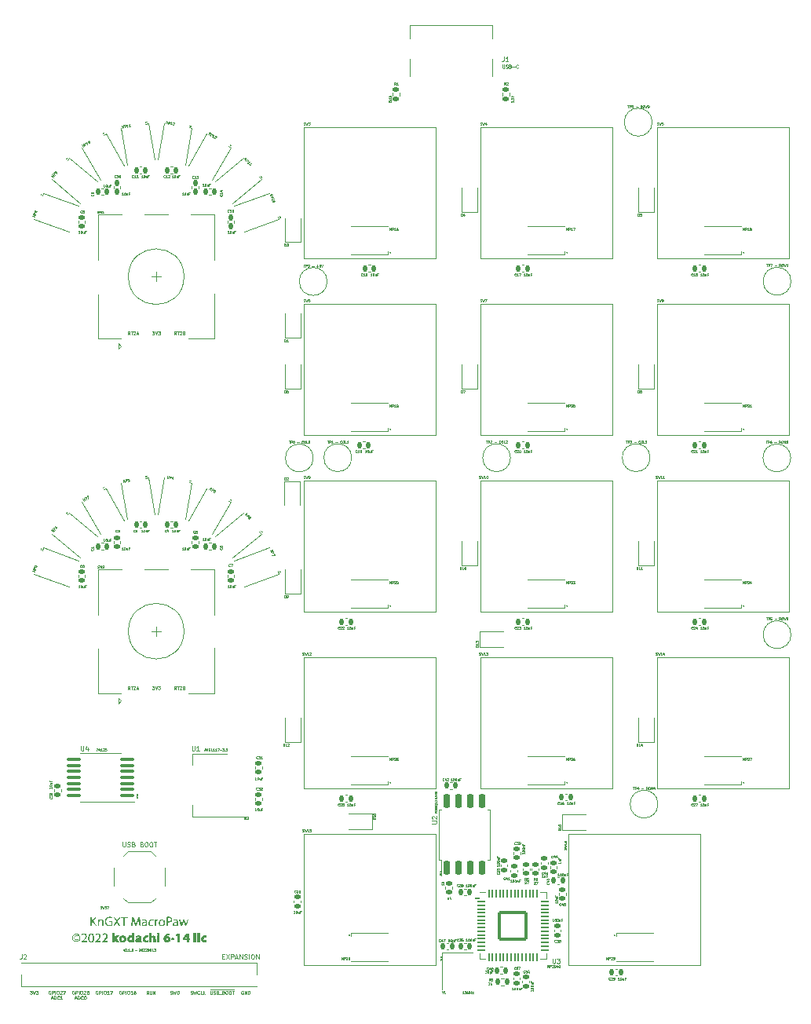
<source format=gbr>
G04 #@! TF.GenerationSoftware,KiCad,Pcbnew,(6.0.7-1)-1*
G04 #@! TF.CreationDate,2022-08-13T20:31:23-04:00*
G04 #@! TF.ProjectId,KnGXT,4b6e4758-542e-46b6-9963-61645f706362,rev?*
G04 #@! TF.SameCoordinates,Original*
G04 #@! TF.FileFunction,Legend,Top*
G04 #@! TF.FilePolarity,Positive*
%FSLAX46Y46*%
G04 Gerber Fmt 4.6, Leading zero omitted, Abs format (unit mm)*
G04 Created by KiCad (PCBNEW (6.0.7-1)-1) date 2022-08-13 20:31:23*
%MOMM*%
%LPD*%
G01*
G04 APERTURE LIST*
G04 Aperture macros list*
%AMRoundRect*
0 Rectangle with rounded corners*
0 $1 Rounding radius*
0 $2 $3 $4 $5 $6 $7 $8 $9 X,Y pos of 4 corners*
0 Add a 4 corners polygon primitive as box body*
4,1,4,$2,$3,$4,$5,$6,$7,$8,$9,$2,$3,0*
0 Add four circle primitives for the rounded corners*
1,1,$1+$1,$2,$3*
1,1,$1+$1,$4,$5*
1,1,$1+$1,$6,$7*
1,1,$1+$1,$8,$9*
0 Add four rect primitives between the rounded corners*
20,1,$1+$1,$2,$3,$4,$5,0*
20,1,$1+$1,$4,$5,$6,$7,0*
20,1,$1+$1,$6,$7,$8,$9,0*
20,1,$1+$1,$8,$9,$2,$3,0*%
%AMRotRect*
0 Rectangle, with rotation*
0 The origin of the aperture is its center*
0 $1 length*
0 $2 width*
0 $3 Rotation angle, in degrees counterclockwise*
0 Add horizontal line*
21,1,$1,$2,0,0,$3*%
G04 Aperture macros list end*
%ADD10C,0.040000*%
%ADD11C,0.080000*%
%ADD12C,0.031250*%
%ADD13C,0.062500*%
%ADD14C,0.060000*%
%ADD15C,0.125000*%
%ADD16C,0.120000*%
%ADD17RoundRect,0.140000X0.170000X-0.140000X0.170000X0.140000X-0.170000X0.140000X-0.170000X-0.140000X0*%
%ADD18RoundRect,0.135000X-0.185000X0.135000X-0.185000X-0.135000X0.185000X-0.135000X0.185000X0.135000X0*%
%ADD19R,0.900000X0.750000*%
%ADD20R,0.900000X0.760000*%
%ADD21R,0.500000X0.500000*%
%ADD22C,4.000000*%
%ADD23C,3.050000*%
%ADD24C,1.750000*%
%ADD25C,2.000000*%
%ADD26RoundRect,0.140000X-0.140000X-0.170000X0.140000X-0.170000X0.140000X0.170000X-0.140000X0.170000X0*%
%ADD27RotRect,0.900000X0.750000X20.000000*%
%ADD28RotRect,0.900000X0.760000X20.000000*%
%ADD29RoundRect,0.140000X-0.170000X0.140000X-0.170000X-0.140000X0.170000X-0.140000X0.170000X0.140000X0*%
%ADD30R,1.200000X1.400000*%
%ADD31RotRect,0.900000X0.750000X120.000000*%
%ADD32RotRect,0.900000X0.760000X120.000000*%
%ADD33RoundRect,0.140000X0.140000X0.170000X-0.140000X0.170000X-0.140000X-0.170000X0.140000X-0.170000X0*%
%ADD34RotRect,0.900000X0.750000X80.000000*%
%ADD35RotRect,0.900000X0.760000X80.000000*%
%ADD36R,1.700000X1.700000*%
%ADD37O,1.700000X1.700000*%
%ADD38RoundRect,0.150000X0.150000X-0.650000X0.150000X0.650000X-0.150000X0.650000X-0.150000X-0.650000X0*%
%ADD39RoundRect,0.100000X0.637500X0.100000X-0.637500X0.100000X-0.637500X-0.100000X0.637500X-0.100000X0*%
%ADD40RotRect,0.900000X0.750000X60.000000*%
%ADD41RotRect,0.900000X0.760000X60.000000*%
%ADD42C,0.600000*%
%ADD43R,0.600000X1.160000*%
%ADD44R,0.300000X1.160000*%
%ADD45O,0.900000X1.700000*%
%ADD46O,0.900000X2.000000*%
%ADD47RotRect,0.900000X0.750000X40.000000*%
%ADD48RotRect,0.900000X0.760000X40.000000*%
%ADD49RoundRect,0.135000X0.135000X0.185000X-0.135000X0.185000X-0.135000X-0.185000X0.135000X-0.185000X0*%
%ADD50RotRect,0.900000X0.750000X140.000000*%
%ADD51RotRect,0.900000X0.760000X140.000000*%
%ADD52RoundRect,0.050000X-0.387500X-0.050000X0.387500X-0.050000X0.387500X0.050000X-0.387500X0.050000X0*%
%ADD53RoundRect,0.050000X-0.050000X-0.387500X0.050000X-0.387500X0.050000X0.387500X-0.050000X0.387500X0*%
%ADD54RoundRect,0.144000X-1.456000X-1.456000X1.456000X-1.456000X1.456000X1.456000X-1.456000X1.456000X0*%
%ADD55RotRect,0.900000X0.750000X160.000000*%
%ADD56RotRect,0.900000X0.760000X160.000000*%
%ADD57R,2.000000X1.500000*%
%ADD58R,2.000000X3.800000*%
%ADD59R,2.000000X2.000000*%
%ADD60R,2.500000X3.000000*%
%ADD61RotRect,0.900000X0.750000X100.000000*%
%ADD62RotRect,0.900000X0.760000X100.000000*%
%ADD63R,1.700000X1.000000*%
G04 APERTURE END LIST*
D10*
X41600000Y-126200000D02*
X44200000Y-126200000D01*
D11*
X37300000Y-126641666D02*
X37350000Y-126658333D01*
X37433333Y-126658333D01*
X37466666Y-126641666D01*
X37483333Y-126625000D01*
X37500000Y-126591666D01*
X37500000Y-126558333D01*
X37483333Y-126525000D01*
X37466666Y-126508333D01*
X37433333Y-126491666D01*
X37366666Y-126475000D01*
X37333333Y-126458333D01*
X37316666Y-126441666D01*
X37300000Y-126408333D01*
X37300000Y-126375000D01*
X37316666Y-126341666D01*
X37333333Y-126325000D01*
X37366666Y-126308333D01*
X37450000Y-126308333D01*
X37500000Y-126325000D01*
X37616666Y-126308333D02*
X37700000Y-126658333D01*
X37766666Y-126408333D01*
X37833333Y-126658333D01*
X37916666Y-126308333D01*
X38050000Y-126658333D02*
X38050000Y-126308333D01*
X38133333Y-126308333D01*
X38183333Y-126325000D01*
X38216666Y-126358333D01*
X38233333Y-126391666D01*
X38250000Y-126458333D01*
X38250000Y-126508333D01*
X38233333Y-126575000D01*
X38216666Y-126608333D01*
X38183333Y-126641666D01*
X38133333Y-126658333D01*
X38050000Y-126658333D01*
X35359466Y-93442733D02*
X35576133Y-93442733D01*
X35459466Y-93576066D01*
X35509466Y-93576066D01*
X35542800Y-93592733D01*
X35559466Y-93609400D01*
X35576133Y-93642733D01*
X35576133Y-93726066D01*
X35559466Y-93759400D01*
X35542800Y-93776066D01*
X35509466Y-93792733D01*
X35409466Y-93792733D01*
X35376133Y-93776066D01*
X35359466Y-93759400D01*
X35676133Y-93442733D02*
X35792800Y-93792733D01*
X35909466Y-93442733D01*
X35992800Y-93442733D02*
X36209466Y-93442733D01*
X36092800Y-93576066D01*
X36142800Y-93576066D01*
X36176133Y-93592733D01*
X36192800Y-93609400D01*
X36209466Y-93642733D01*
X36209466Y-93726066D01*
X36192800Y-93759400D01*
X36176133Y-93776066D01*
X36142800Y-93792733D01*
X36042800Y-93792733D01*
X36009466Y-93776066D01*
X35992800Y-93759400D01*
D12*
X66497023Y-122966666D02*
X66556547Y-122966666D01*
X66431547Y-123008333D02*
X66497023Y-122966666D01*
X66431547Y-122925000D01*
X66556547Y-122817857D02*
X66556547Y-122889285D01*
X66556547Y-122853571D02*
X66431547Y-122853571D01*
X66449404Y-122865476D01*
X66461309Y-122877380D01*
X66467261Y-122889285D01*
X66556547Y-122603571D02*
X66556547Y-122675000D01*
X66556547Y-122639285D02*
X66431547Y-122639285D01*
X66449404Y-122651190D01*
X66461309Y-122663095D01*
X66467261Y-122675000D01*
D11*
X34941666Y-126658333D02*
X34825000Y-126491666D01*
X34741666Y-126658333D02*
X34741666Y-126308333D01*
X34875000Y-126308333D01*
X34908333Y-126325000D01*
X34925000Y-126341666D01*
X34941666Y-126375000D01*
X34941666Y-126425000D01*
X34925000Y-126458333D01*
X34908333Y-126475000D01*
X34875000Y-126491666D01*
X34741666Y-126491666D01*
X35091666Y-126308333D02*
X35091666Y-126591666D01*
X35108333Y-126625000D01*
X35125000Y-126641666D01*
X35158333Y-126658333D01*
X35225000Y-126658333D01*
X35258333Y-126641666D01*
X35275000Y-126625000D01*
X35291666Y-126591666D01*
X35291666Y-126308333D01*
X35458333Y-126658333D02*
X35458333Y-126308333D01*
X35658333Y-126658333D01*
X35658333Y-126308333D01*
X24391666Y-126318250D02*
X24358333Y-126301583D01*
X24308333Y-126301583D01*
X24258333Y-126318250D01*
X24225000Y-126351583D01*
X24208333Y-126384916D01*
X24191666Y-126451583D01*
X24191666Y-126501583D01*
X24208333Y-126568250D01*
X24225000Y-126601583D01*
X24258333Y-126634916D01*
X24308333Y-126651583D01*
X24341666Y-126651583D01*
X24391666Y-126634916D01*
X24408333Y-126618250D01*
X24408333Y-126501583D01*
X24341666Y-126501583D01*
X24558333Y-126651583D02*
X24558333Y-126301583D01*
X24691666Y-126301583D01*
X24725000Y-126318250D01*
X24741666Y-126334916D01*
X24758333Y-126368250D01*
X24758333Y-126418250D01*
X24741666Y-126451583D01*
X24725000Y-126468250D01*
X24691666Y-126484916D01*
X24558333Y-126484916D01*
X24908333Y-126651583D02*
X24908333Y-126301583D01*
X25141666Y-126301583D02*
X25208333Y-126301583D01*
X25241666Y-126318250D01*
X25275000Y-126351583D01*
X25291666Y-126418250D01*
X25291666Y-126534916D01*
X25275000Y-126601583D01*
X25241666Y-126634916D01*
X25208333Y-126651583D01*
X25141666Y-126651583D01*
X25108333Y-126634916D01*
X25075000Y-126601583D01*
X25058333Y-126534916D01*
X25058333Y-126418250D01*
X25075000Y-126351583D01*
X25108333Y-126318250D01*
X25141666Y-126301583D01*
X25425000Y-126334916D02*
X25441666Y-126318250D01*
X25475000Y-126301583D01*
X25558333Y-126301583D01*
X25591666Y-126318250D01*
X25608333Y-126334916D01*
X25625000Y-126368250D01*
X25625000Y-126401583D01*
X25608333Y-126451583D01*
X25408333Y-126651583D01*
X25625000Y-126651583D01*
X25741666Y-126301583D02*
X25975000Y-126301583D01*
X25825000Y-126651583D01*
X24475000Y-127115083D02*
X24641666Y-127115083D01*
X24441666Y-127215083D02*
X24558333Y-126865083D01*
X24675000Y-127215083D01*
X24791666Y-127215083D02*
X24791666Y-126865083D01*
X24875000Y-126865083D01*
X24925000Y-126881750D01*
X24958333Y-126915083D01*
X24975000Y-126948416D01*
X24991666Y-127015083D01*
X24991666Y-127065083D01*
X24975000Y-127131750D01*
X24958333Y-127165083D01*
X24925000Y-127198416D01*
X24875000Y-127215083D01*
X24791666Y-127215083D01*
X25341666Y-127181750D02*
X25325000Y-127198416D01*
X25275000Y-127215083D01*
X25241666Y-127215083D01*
X25191666Y-127198416D01*
X25158333Y-127165083D01*
X25141666Y-127131750D01*
X25125000Y-127065083D01*
X25125000Y-127015083D01*
X25141666Y-126948416D01*
X25158333Y-126915083D01*
X25191666Y-126881750D01*
X25241666Y-126865083D01*
X25275000Y-126865083D01*
X25325000Y-126881750D01*
X25341666Y-126898416D01*
X25675000Y-127215083D02*
X25475000Y-127215083D01*
X25575000Y-127215083D02*
X25575000Y-126865083D01*
X25541666Y-126915083D01*
X25508333Y-126948416D01*
X25475000Y-126965083D01*
X37926133Y-93792733D02*
X37809466Y-93626066D01*
X37726133Y-93792733D02*
X37726133Y-93442733D01*
X37859466Y-93442733D01*
X37892800Y-93459400D01*
X37909466Y-93476066D01*
X37926133Y-93509400D01*
X37926133Y-93559400D01*
X37909466Y-93592733D01*
X37892800Y-93609400D01*
X37859466Y-93626066D01*
X37726133Y-93626066D01*
X38026133Y-93442733D02*
X38226133Y-93442733D01*
X38126133Y-93792733D02*
X38126133Y-93442733D01*
X38326133Y-93476066D02*
X38342800Y-93459400D01*
X38376133Y-93442733D01*
X38459466Y-93442733D01*
X38492800Y-93459400D01*
X38509466Y-93476066D01*
X38526133Y-93509400D01*
X38526133Y-93542733D01*
X38509466Y-93592733D01*
X38309466Y-93792733D01*
X38526133Y-93792733D01*
X38792800Y-93609400D02*
X38842800Y-93626066D01*
X38859466Y-93642733D01*
X38876133Y-93676066D01*
X38876133Y-93726066D01*
X38859466Y-93759400D01*
X38842800Y-93776066D01*
X38809466Y-93792733D01*
X38676133Y-93792733D01*
X38676133Y-93442733D01*
X38792800Y-93442733D01*
X38826133Y-93459400D01*
X38842800Y-93476066D01*
X38859466Y-93509400D01*
X38859466Y-93542733D01*
X38842800Y-93576066D01*
X38826133Y-93592733D01*
X38792800Y-93609400D01*
X38676133Y-93609400D01*
D13*
X32225000Y-121846428D02*
X32284523Y-122013095D01*
X32344047Y-121846428D01*
X32486904Y-121763095D02*
X32510714Y-121763095D01*
X32534523Y-121775000D01*
X32546428Y-121786904D01*
X32558333Y-121810714D01*
X32570238Y-121858333D01*
X32570238Y-121917857D01*
X32558333Y-121965476D01*
X32546428Y-121989285D01*
X32534523Y-122001190D01*
X32510714Y-122013095D01*
X32486904Y-122013095D01*
X32463095Y-122001190D01*
X32451190Y-121989285D01*
X32439285Y-121965476D01*
X32427380Y-121917857D01*
X32427380Y-121858333D01*
X32439285Y-121810714D01*
X32451190Y-121786904D01*
X32463095Y-121775000D01*
X32486904Y-121763095D01*
X32677380Y-121989285D02*
X32689285Y-122001190D01*
X32677380Y-122013095D01*
X32665476Y-122001190D01*
X32677380Y-121989285D01*
X32677380Y-122013095D01*
X32927380Y-122013095D02*
X32784523Y-122013095D01*
X32855952Y-122013095D02*
X32855952Y-121763095D01*
X32832142Y-121798809D01*
X32808333Y-121822619D01*
X32784523Y-121834523D01*
X33034523Y-121989285D02*
X33046428Y-122001190D01*
X33034523Y-122013095D01*
X33022619Y-122001190D01*
X33034523Y-121989285D01*
X33034523Y-122013095D01*
X33201190Y-121763095D02*
X33225000Y-121763095D01*
X33248809Y-121775000D01*
X33260714Y-121786904D01*
X33272619Y-121810714D01*
X33284523Y-121858333D01*
X33284523Y-121917857D01*
X33272619Y-121965476D01*
X33260714Y-121989285D01*
X33248809Y-122001190D01*
X33225000Y-122013095D01*
X33201190Y-122013095D01*
X33177380Y-122001190D01*
X33165476Y-121989285D01*
X33153571Y-121965476D01*
X33141666Y-121917857D01*
X33141666Y-121858333D01*
X33153571Y-121810714D01*
X33165476Y-121786904D01*
X33177380Y-121775000D01*
X33201190Y-121763095D01*
X33641666Y-121929761D02*
X33546428Y-121929761D01*
X33903571Y-121786904D02*
X33915476Y-121775000D01*
X33939285Y-121763095D01*
X33998809Y-121763095D01*
X34022619Y-121775000D01*
X34034523Y-121786904D01*
X34046428Y-121810714D01*
X34046428Y-121834523D01*
X34034523Y-121870238D01*
X33891666Y-122013095D01*
X34046428Y-122013095D01*
X34201190Y-121763095D02*
X34225000Y-121763095D01*
X34248809Y-121775000D01*
X34260714Y-121786904D01*
X34272619Y-121810714D01*
X34284523Y-121858333D01*
X34284523Y-121917857D01*
X34272619Y-121965476D01*
X34260714Y-121989285D01*
X34248809Y-122001190D01*
X34225000Y-122013095D01*
X34201190Y-122013095D01*
X34177380Y-122001190D01*
X34165476Y-121989285D01*
X34153571Y-121965476D01*
X34141666Y-121917857D01*
X34141666Y-121858333D01*
X34153571Y-121810714D01*
X34165476Y-121786904D01*
X34177380Y-121775000D01*
X34201190Y-121763095D01*
X34379761Y-121786904D02*
X34391666Y-121775000D01*
X34415476Y-121763095D01*
X34475000Y-121763095D01*
X34498809Y-121775000D01*
X34510714Y-121786904D01*
X34522619Y-121810714D01*
X34522619Y-121834523D01*
X34510714Y-121870238D01*
X34367857Y-122013095D01*
X34522619Y-122013095D01*
X34617857Y-121786904D02*
X34629761Y-121775000D01*
X34653571Y-121763095D01*
X34713095Y-121763095D01*
X34736904Y-121775000D01*
X34748809Y-121786904D01*
X34760714Y-121810714D01*
X34760714Y-121834523D01*
X34748809Y-121870238D01*
X34605952Y-122013095D01*
X34760714Y-122013095D01*
X34915476Y-121763095D02*
X34939285Y-121763095D01*
X34963095Y-121775000D01*
X34975000Y-121786904D01*
X34986904Y-121810714D01*
X34998809Y-121858333D01*
X34998809Y-121917857D01*
X34986904Y-121965476D01*
X34975000Y-121989285D01*
X34963095Y-122001190D01*
X34939285Y-122013095D01*
X34915476Y-122013095D01*
X34891666Y-122001190D01*
X34879761Y-121989285D01*
X34867857Y-121965476D01*
X34855952Y-121917857D01*
X34855952Y-121858333D01*
X34867857Y-121810714D01*
X34879761Y-121786904D01*
X34891666Y-121775000D01*
X34915476Y-121763095D01*
X35141666Y-121870238D02*
X35117857Y-121858333D01*
X35105952Y-121846428D01*
X35094047Y-121822619D01*
X35094047Y-121810714D01*
X35105952Y-121786904D01*
X35117857Y-121775000D01*
X35141666Y-121763095D01*
X35189285Y-121763095D01*
X35213095Y-121775000D01*
X35225000Y-121786904D01*
X35236904Y-121810714D01*
X35236904Y-121822619D01*
X35225000Y-121846428D01*
X35213095Y-121858333D01*
X35189285Y-121870238D01*
X35141666Y-121870238D01*
X35117857Y-121882142D01*
X35105952Y-121894047D01*
X35094047Y-121917857D01*
X35094047Y-121965476D01*
X35105952Y-121989285D01*
X35117857Y-122001190D01*
X35141666Y-122013095D01*
X35189285Y-122013095D01*
X35213095Y-122001190D01*
X35225000Y-121989285D01*
X35236904Y-121965476D01*
X35236904Y-121917857D01*
X35225000Y-121894047D01*
X35213095Y-121882142D01*
X35189285Y-121870238D01*
X35475000Y-122013095D02*
X35332142Y-122013095D01*
X35403571Y-122013095D02*
X35403571Y-121763095D01*
X35379761Y-121798809D01*
X35355952Y-121822619D01*
X35332142Y-121834523D01*
X35558333Y-121763095D02*
X35713095Y-121763095D01*
X35629761Y-121858333D01*
X35665476Y-121858333D01*
X35689285Y-121870238D01*
X35701190Y-121882142D01*
X35713095Y-121905952D01*
X35713095Y-121965476D01*
X35701190Y-121989285D01*
X35689285Y-122001190D01*
X35665476Y-122013095D01*
X35594047Y-122013095D01*
X35570238Y-122001190D01*
X35558333Y-121989285D01*
D11*
X32951133Y-55567733D02*
X32834466Y-55401066D01*
X32751133Y-55567733D02*
X32751133Y-55217733D01*
X32884466Y-55217733D01*
X32917800Y-55234400D01*
X32934466Y-55251066D01*
X32951133Y-55284400D01*
X32951133Y-55334400D01*
X32934466Y-55367733D01*
X32917800Y-55384400D01*
X32884466Y-55401066D01*
X32751133Y-55401066D01*
X33051133Y-55217733D02*
X33251133Y-55217733D01*
X33151133Y-55567733D02*
X33151133Y-55217733D01*
X33351133Y-55251066D02*
X33367800Y-55234400D01*
X33401133Y-55217733D01*
X33484466Y-55217733D01*
X33517800Y-55234400D01*
X33534466Y-55251066D01*
X33551133Y-55284400D01*
X33551133Y-55317733D01*
X33534466Y-55367733D01*
X33334466Y-55567733D01*
X33551133Y-55567733D01*
X33684466Y-55467733D02*
X33851133Y-55467733D01*
X33651133Y-55567733D02*
X33767800Y-55217733D01*
X33884466Y-55567733D01*
X37926133Y-55567733D02*
X37809466Y-55401066D01*
X37726133Y-55567733D02*
X37726133Y-55217733D01*
X37859466Y-55217733D01*
X37892800Y-55234400D01*
X37909466Y-55251066D01*
X37926133Y-55284400D01*
X37926133Y-55334400D01*
X37909466Y-55367733D01*
X37892800Y-55384400D01*
X37859466Y-55401066D01*
X37726133Y-55401066D01*
X38026133Y-55217733D02*
X38226133Y-55217733D01*
X38126133Y-55567733D02*
X38126133Y-55217733D01*
X38326133Y-55251066D02*
X38342800Y-55234400D01*
X38376133Y-55217733D01*
X38459466Y-55217733D01*
X38492800Y-55234400D01*
X38509466Y-55251066D01*
X38526133Y-55284400D01*
X38526133Y-55317733D01*
X38509466Y-55367733D01*
X38309466Y-55567733D01*
X38526133Y-55567733D01*
X38792800Y-55384400D02*
X38842800Y-55401066D01*
X38859466Y-55417733D01*
X38876133Y-55451066D01*
X38876133Y-55501066D01*
X38859466Y-55534400D01*
X38842800Y-55551066D01*
X38809466Y-55567733D01*
X38676133Y-55567733D01*
X38676133Y-55217733D01*
X38792800Y-55217733D01*
X38826133Y-55234400D01*
X38842800Y-55251066D01*
X38859466Y-55284400D01*
X38859466Y-55317733D01*
X38842800Y-55351066D01*
X38826133Y-55367733D01*
X38792800Y-55384400D01*
X38676133Y-55384400D01*
X73141666Y-26458333D02*
X73141666Y-26741666D01*
X73158333Y-26775000D01*
X73175000Y-26791666D01*
X73208333Y-26808333D01*
X73275000Y-26808333D01*
X73308333Y-26791666D01*
X73325000Y-26775000D01*
X73341666Y-26741666D01*
X73341666Y-26458333D01*
X73491666Y-26791666D02*
X73541666Y-26808333D01*
X73625000Y-26808333D01*
X73658333Y-26791666D01*
X73675000Y-26775000D01*
X73691666Y-26741666D01*
X73691666Y-26708333D01*
X73675000Y-26675000D01*
X73658333Y-26658333D01*
X73625000Y-26641666D01*
X73558333Y-26625000D01*
X73525000Y-26608333D01*
X73508333Y-26591666D01*
X73491666Y-26558333D01*
X73491666Y-26525000D01*
X73508333Y-26491666D01*
X73525000Y-26475000D01*
X73558333Y-26458333D01*
X73641666Y-26458333D01*
X73691666Y-26475000D01*
X73958333Y-26625000D02*
X74008333Y-26641666D01*
X74025000Y-26658333D01*
X74041666Y-26691666D01*
X74041666Y-26741666D01*
X74025000Y-26775000D01*
X74008333Y-26791666D01*
X73975000Y-26808333D01*
X73841666Y-26808333D01*
X73841666Y-26458333D01*
X73958333Y-26458333D01*
X73991666Y-26475000D01*
X74008333Y-26491666D01*
X74025000Y-26525000D01*
X74025000Y-26558333D01*
X74008333Y-26591666D01*
X73991666Y-26608333D01*
X73958333Y-26625000D01*
X73841666Y-26625000D01*
X74191666Y-26675000D02*
X74458333Y-26675000D01*
X74825000Y-26775000D02*
X74808333Y-26791666D01*
X74758333Y-26808333D01*
X74725000Y-26808333D01*
X74675000Y-26791666D01*
X74641666Y-26758333D01*
X74625000Y-26725000D01*
X74608333Y-26658333D01*
X74608333Y-26608333D01*
X74625000Y-26541666D01*
X74641666Y-26508333D01*
X74675000Y-26475000D01*
X74725000Y-26458333D01*
X74758333Y-26458333D01*
X74808333Y-26475000D01*
X74825000Y-26491666D01*
D12*
X33768452Y-105097619D02*
X33667261Y-105097619D01*
X33655357Y-105103571D01*
X33649404Y-105109523D01*
X33643452Y-105121428D01*
X33643452Y-105145238D01*
X33649404Y-105157142D01*
X33655357Y-105163095D01*
X33667261Y-105169047D01*
X33768452Y-105169047D01*
X33726785Y-105282142D02*
X33643452Y-105282142D01*
X33774404Y-105252380D02*
X33685119Y-105222619D01*
X33685119Y-105300000D01*
X33643452Y-105508333D02*
X33643452Y-105436904D01*
X33643452Y-105472619D02*
X33768452Y-105472619D01*
X33750595Y-105460714D01*
X33738690Y-105448809D01*
X33732738Y-105436904D01*
X45297619Y-107631547D02*
X45297619Y-107732738D01*
X45303571Y-107744642D01*
X45309523Y-107750595D01*
X45321428Y-107756547D01*
X45345238Y-107756547D01*
X45357142Y-107750595D01*
X45363095Y-107744642D01*
X45369047Y-107732738D01*
X45369047Y-107631547D01*
X45494047Y-107756547D02*
X45422619Y-107756547D01*
X45458333Y-107756547D02*
X45458333Y-107631547D01*
X45446428Y-107649404D01*
X45434523Y-107661309D01*
X45422619Y-107667261D01*
X45708333Y-107756547D02*
X45636904Y-107756547D01*
X45672619Y-107756547D02*
X45672619Y-107631547D01*
X45660714Y-107649404D01*
X45648809Y-107661309D01*
X45636904Y-107667261D01*
X66331547Y-113802380D02*
X66432738Y-113802380D01*
X66444642Y-113796428D01*
X66450595Y-113790476D01*
X66456547Y-113778571D01*
X66456547Y-113754761D01*
X66450595Y-113742857D01*
X66444642Y-113736904D01*
X66432738Y-113730952D01*
X66331547Y-113730952D01*
X66343452Y-113677380D02*
X66337500Y-113671428D01*
X66331547Y-113659523D01*
X66331547Y-113629761D01*
X66337500Y-113617857D01*
X66343452Y-113611904D01*
X66355357Y-113605952D01*
X66367261Y-113605952D01*
X66385119Y-113611904D01*
X66456547Y-113683333D01*
X66456547Y-113605952D01*
X66456547Y-113391666D02*
X66456547Y-113463095D01*
X66456547Y-113427380D02*
X66331547Y-113427380D01*
X66349404Y-113439285D01*
X66361309Y-113451190D01*
X66367261Y-113463095D01*
D14*
X78126190Y-123763095D02*
X78042857Y-123644047D01*
X77983333Y-123763095D02*
X77983333Y-123513095D01*
X78078571Y-123513095D01*
X78102380Y-123525000D01*
X78114285Y-123536904D01*
X78126190Y-123560714D01*
X78126190Y-123596428D01*
X78114285Y-123620238D01*
X78102380Y-123632142D01*
X78078571Y-123644047D01*
X77983333Y-123644047D01*
X78233333Y-123763095D02*
X78233333Y-123513095D01*
X78328571Y-123513095D01*
X78352380Y-123525000D01*
X78364285Y-123536904D01*
X78376190Y-123560714D01*
X78376190Y-123596428D01*
X78364285Y-123620238D01*
X78352380Y-123632142D01*
X78328571Y-123644047D01*
X78233333Y-123644047D01*
X78471428Y-123536904D02*
X78483333Y-123525000D01*
X78507142Y-123513095D01*
X78566666Y-123513095D01*
X78590476Y-123525000D01*
X78602380Y-123536904D01*
X78614285Y-123560714D01*
X78614285Y-123584523D01*
X78602380Y-123620238D01*
X78459523Y-123763095D01*
X78614285Y-123763095D01*
X78769047Y-123513095D02*
X78792857Y-123513095D01*
X78816666Y-123525000D01*
X78828571Y-123536904D01*
X78840476Y-123560714D01*
X78852380Y-123608333D01*
X78852380Y-123667857D01*
X78840476Y-123715476D01*
X78828571Y-123739285D01*
X78816666Y-123751190D01*
X78792857Y-123763095D01*
X78769047Y-123763095D01*
X78745238Y-123751190D01*
X78733333Y-123739285D01*
X78721428Y-123715476D01*
X78709523Y-123667857D01*
X78709523Y-123608333D01*
X78721428Y-123560714D01*
X78733333Y-123536904D01*
X78745238Y-123525000D01*
X78769047Y-123513095D01*
X79066666Y-123596428D02*
X79066666Y-123763095D01*
X79007142Y-123501190D02*
X78947619Y-123679761D01*
X79102380Y-123679761D01*
X79245238Y-123513095D02*
X79269047Y-123513095D01*
X79292857Y-123525000D01*
X79304761Y-123536904D01*
X79316666Y-123560714D01*
X79328571Y-123608333D01*
X79328571Y-123667857D01*
X79316666Y-123715476D01*
X79304761Y-123739285D01*
X79292857Y-123751190D01*
X79269047Y-123763095D01*
X79245238Y-123763095D01*
X79221428Y-123751190D01*
X79209523Y-123739285D01*
X79197619Y-123715476D01*
X79185714Y-123667857D01*
X79185714Y-123608333D01*
X79197619Y-123560714D01*
X79209523Y-123536904D01*
X79221428Y-123525000D01*
X79245238Y-123513095D01*
D11*
X45158333Y-126325000D02*
X45125000Y-126308333D01*
X45075000Y-126308333D01*
X45025000Y-126325000D01*
X44991666Y-126358333D01*
X44975000Y-126391666D01*
X44958333Y-126458333D01*
X44958333Y-126508333D01*
X44975000Y-126575000D01*
X44991666Y-126608333D01*
X45025000Y-126641666D01*
X45075000Y-126658333D01*
X45108333Y-126658333D01*
X45158333Y-126641666D01*
X45175000Y-126625000D01*
X45175000Y-126508333D01*
X45108333Y-126508333D01*
X45325000Y-126658333D02*
X45325000Y-126308333D01*
X45525000Y-126658333D01*
X45525000Y-126308333D01*
X45691666Y-126658333D02*
X45691666Y-126308333D01*
X45775000Y-126308333D01*
X45825000Y-126325000D01*
X45858333Y-126358333D01*
X45875000Y-126391666D01*
X45891666Y-126458333D01*
X45891666Y-126508333D01*
X45875000Y-126575000D01*
X45858333Y-126608333D01*
X45825000Y-126641666D01*
X45775000Y-126658333D01*
X45691666Y-126658333D01*
X41625000Y-126308333D02*
X41625000Y-126591666D01*
X41641666Y-126625000D01*
X41658333Y-126641666D01*
X41691666Y-126658333D01*
X41758333Y-126658333D01*
X41791666Y-126641666D01*
X41808333Y-126625000D01*
X41825000Y-126591666D01*
X41825000Y-126308333D01*
X41975000Y-126641666D02*
X42025000Y-126658333D01*
X42108333Y-126658333D01*
X42141666Y-126641666D01*
X42158333Y-126625000D01*
X42175000Y-126591666D01*
X42175000Y-126558333D01*
X42158333Y-126525000D01*
X42141666Y-126508333D01*
X42108333Y-126491666D01*
X42041666Y-126475000D01*
X42008333Y-126458333D01*
X41991666Y-126441666D01*
X41975000Y-126408333D01*
X41975000Y-126375000D01*
X41991666Y-126341666D01*
X42008333Y-126325000D01*
X42041666Y-126308333D01*
X42125000Y-126308333D01*
X42175000Y-126325000D01*
X42441666Y-126475000D02*
X42491666Y-126491666D01*
X42508333Y-126508333D01*
X42525000Y-126541666D01*
X42525000Y-126591666D01*
X42508333Y-126625000D01*
X42491666Y-126641666D01*
X42458333Y-126658333D01*
X42325000Y-126658333D01*
X42325000Y-126308333D01*
X42441666Y-126308333D01*
X42475000Y-126325000D01*
X42491666Y-126341666D01*
X42508333Y-126375000D01*
X42508333Y-126408333D01*
X42491666Y-126441666D01*
X42475000Y-126458333D01*
X42441666Y-126475000D01*
X42325000Y-126475000D01*
X42591666Y-126691666D02*
X42858333Y-126691666D01*
X43058333Y-126475000D02*
X43108333Y-126491666D01*
X43125000Y-126508333D01*
X43141666Y-126541666D01*
X43141666Y-126591666D01*
X43125000Y-126625000D01*
X43108333Y-126641666D01*
X43075000Y-126658333D01*
X42941666Y-126658333D01*
X42941666Y-126308333D01*
X43058333Y-126308333D01*
X43091666Y-126325000D01*
X43108333Y-126341666D01*
X43125000Y-126375000D01*
X43125000Y-126408333D01*
X43108333Y-126441666D01*
X43091666Y-126458333D01*
X43058333Y-126475000D01*
X42941666Y-126475000D01*
X43358333Y-126308333D02*
X43425000Y-126308333D01*
X43458333Y-126325000D01*
X43491666Y-126358333D01*
X43508333Y-126425000D01*
X43508333Y-126541666D01*
X43491666Y-126608333D01*
X43458333Y-126641666D01*
X43425000Y-126658333D01*
X43358333Y-126658333D01*
X43325000Y-126641666D01*
X43291666Y-126608333D01*
X43275000Y-126541666D01*
X43275000Y-126425000D01*
X43291666Y-126358333D01*
X43325000Y-126325000D01*
X43358333Y-126308333D01*
X43725000Y-126308333D02*
X43791666Y-126308333D01*
X43825000Y-126325000D01*
X43858333Y-126358333D01*
X43875000Y-126425000D01*
X43875000Y-126541666D01*
X43858333Y-126608333D01*
X43825000Y-126641666D01*
X43791666Y-126658333D01*
X43725000Y-126658333D01*
X43691666Y-126641666D01*
X43658333Y-126608333D01*
X43641666Y-126541666D01*
X43641666Y-126425000D01*
X43658333Y-126358333D01*
X43691666Y-126325000D01*
X43725000Y-126308333D01*
X43975000Y-126308333D02*
X44175000Y-126308333D01*
X44075000Y-126658333D02*
X44075000Y-126308333D01*
X35359466Y-55217733D02*
X35576133Y-55217733D01*
X35459466Y-55351066D01*
X35509466Y-55351066D01*
X35542800Y-55367733D01*
X35559466Y-55384400D01*
X35576133Y-55417733D01*
X35576133Y-55501066D01*
X35559466Y-55534400D01*
X35542800Y-55551066D01*
X35509466Y-55567733D01*
X35409466Y-55567733D01*
X35376133Y-55551066D01*
X35359466Y-55534400D01*
X35676133Y-55217733D02*
X35792800Y-55567733D01*
X35909466Y-55217733D01*
X35992800Y-55217733D02*
X36209466Y-55217733D01*
X36092800Y-55351066D01*
X36142800Y-55351066D01*
X36176133Y-55367733D01*
X36192800Y-55384400D01*
X36209466Y-55417733D01*
X36209466Y-55501066D01*
X36192800Y-55534400D01*
X36176133Y-55551066D01*
X36142800Y-55567733D01*
X36042800Y-55567733D01*
X36009466Y-55551066D01*
X35992800Y-55534400D01*
D12*
X70197619Y-116231547D02*
X70197619Y-116332738D01*
X70203571Y-116344642D01*
X70209523Y-116350595D01*
X70221428Y-116356547D01*
X70245238Y-116356547D01*
X70257142Y-116350595D01*
X70263095Y-116344642D01*
X70269047Y-116332738D01*
X70269047Y-116231547D01*
X70316666Y-116231547D02*
X70394047Y-116231547D01*
X70352380Y-116279166D01*
X70370238Y-116279166D01*
X70382142Y-116285119D01*
X70388095Y-116291071D01*
X70394047Y-116302976D01*
X70394047Y-116332738D01*
X70388095Y-116344642D01*
X70382142Y-116350595D01*
X70370238Y-116356547D01*
X70334523Y-116356547D01*
X70322619Y-116350595D01*
X70316666Y-116344642D01*
X70608333Y-116356547D02*
X70536904Y-116356547D01*
X70572619Y-116356547D02*
X70572619Y-116231547D01*
X70560714Y-116249404D01*
X70548809Y-116261309D01*
X70536904Y-116267261D01*
D11*
X22191666Y-126308333D02*
X22408333Y-126308333D01*
X22291666Y-126441666D01*
X22341666Y-126441666D01*
X22375000Y-126458333D01*
X22391666Y-126475000D01*
X22408333Y-126508333D01*
X22408333Y-126591666D01*
X22391666Y-126625000D01*
X22375000Y-126641666D01*
X22341666Y-126658333D01*
X22241666Y-126658333D01*
X22208333Y-126641666D01*
X22191666Y-126625000D01*
X22508333Y-126308333D02*
X22625000Y-126658333D01*
X22741666Y-126308333D01*
X22825000Y-126308333D02*
X23041666Y-126308333D01*
X22925000Y-126441666D01*
X22975000Y-126441666D01*
X23008333Y-126458333D01*
X23025000Y-126475000D01*
X23041666Y-126508333D01*
X23041666Y-126591666D01*
X23025000Y-126625000D01*
X23008333Y-126641666D01*
X22975000Y-126658333D01*
X22875000Y-126658333D01*
X22841666Y-126641666D01*
X22825000Y-126625000D01*
X32016666Y-126325000D02*
X31983333Y-126308333D01*
X31933333Y-126308333D01*
X31883333Y-126325000D01*
X31850000Y-126358333D01*
X31833333Y-126391666D01*
X31816666Y-126458333D01*
X31816666Y-126508333D01*
X31833333Y-126575000D01*
X31850000Y-126608333D01*
X31883333Y-126641666D01*
X31933333Y-126658333D01*
X31966666Y-126658333D01*
X32016666Y-126641666D01*
X32033333Y-126625000D01*
X32033333Y-126508333D01*
X31966666Y-126508333D01*
X32183333Y-126658333D02*
X32183333Y-126308333D01*
X32316666Y-126308333D01*
X32350000Y-126325000D01*
X32366666Y-126341666D01*
X32383333Y-126375000D01*
X32383333Y-126425000D01*
X32366666Y-126458333D01*
X32350000Y-126475000D01*
X32316666Y-126491666D01*
X32183333Y-126491666D01*
X32533333Y-126658333D02*
X32533333Y-126308333D01*
X32766666Y-126308333D02*
X32833333Y-126308333D01*
X32866666Y-126325000D01*
X32900000Y-126358333D01*
X32916666Y-126425000D01*
X32916666Y-126541666D01*
X32900000Y-126608333D01*
X32866666Y-126641666D01*
X32833333Y-126658333D01*
X32766666Y-126658333D01*
X32733333Y-126641666D01*
X32700000Y-126608333D01*
X32683333Y-126541666D01*
X32683333Y-126425000D01*
X32700000Y-126358333D01*
X32733333Y-126325000D01*
X32766666Y-126308333D01*
X33250000Y-126658333D02*
X33050000Y-126658333D01*
X33150000Y-126658333D02*
X33150000Y-126308333D01*
X33116666Y-126358333D01*
X33083333Y-126391666D01*
X33050000Y-126408333D01*
X33550000Y-126308333D02*
X33483333Y-126308333D01*
X33450000Y-126325000D01*
X33433333Y-126341666D01*
X33400000Y-126391666D01*
X33383333Y-126458333D01*
X33383333Y-126591666D01*
X33400000Y-126625000D01*
X33416666Y-126641666D01*
X33450000Y-126658333D01*
X33516666Y-126658333D01*
X33550000Y-126641666D01*
X33566666Y-126625000D01*
X33583333Y-126591666D01*
X33583333Y-126508333D01*
X33566666Y-126475000D01*
X33550000Y-126458333D01*
X33516666Y-126441666D01*
X33450000Y-126441666D01*
X33416666Y-126458333D01*
X33400000Y-126475000D01*
X33383333Y-126508333D01*
X32951133Y-93792733D02*
X32834466Y-93626066D01*
X32751133Y-93792733D02*
X32751133Y-93442733D01*
X32884466Y-93442733D01*
X32917800Y-93459400D01*
X32934466Y-93476066D01*
X32951133Y-93509400D01*
X32951133Y-93559400D01*
X32934466Y-93592733D01*
X32917800Y-93609400D01*
X32884466Y-93626066D01*
X32751133Y-93626066D01*
X33051133Y-93442733D02*
X33251133Y-93442733D01*
X33151133Y-93792733D02*
X33151133Y-93442733D01*
X33351133Y-93476066D02*
X33367800Y-93459400D01*
X33401133Y-93442733D01*
X33484466Y-93442733D01*
X33517800Y-93459400D01*
X33534466Y-93476066D01*
X33551133Y-93509400D01*
X33551133Y-93542733D01*
X33534466Y-93592733D01*
X33334466Y-93792733D01*
X33551133Y-93792733D01*
X33684466Y-93692733D02*
X33851133Y-93692733D01*
X33651133Y-93792733D02*
X33767800Y-93442733D01*
X33884466Y-93792733D01*
X29466666Y-126325000D02*
X29433333Y-126308333D01*
X29383333Y-126308333D01*
X29333333Y-126325000D01*
X29300000Y-126358333D01*
X29283333Y-126391666D01*
X29266666Y-126458333D01*
X29266666Y-126508333D01*
X29283333Y-126575000D01*
X29300000Y-126608333D01*
X29333333Y-126641666D01*
X29383333Y-126658333D01*
X29416666Y-126658333D01*
X29466666Y-126641666D01*
X29483333Y-126625000D01*
X29483333Y-126508333D01*
X29416666Y-126508333D01*
X29633333Y-126658333D02*
X29633333Y-126308333D01*
X29766666Y-126308333D01*
X29800000Y-126325000D01*
X29816666Y-126341666D01*
X29833333Y-126375000D01*
X29833333Y-126425000D01*
X29816666Y-126458333D01*
X29800000Y-126475000D01*
X29766666Y-126491666D01*
X29633333Y-126491666D01*
X29983333Y-126658333D02*
X29983333Y-126308333D01*
X30216666Y-126308333D02*
X30283333Y-126308333D01*
X30316666Y-126325000D01*
X30350000Y-126358333D01*
X30366666Y-126425000D01*
X30366666Y-126541666D01*
X30350000Y-126608333D01*
X30316666Y-126641666D01*
X30283333Y-126658333D01*
X30216666Y-126658333D01*
X30183333Y-126641666D01*
X30150000Y-126608333D01*
X30133333Y-126541666D01*
X30133333Y-126425000D01*
X30150000Y-126358333D01*
X30183333Y-126325000D01*
X30216666Y-126308333D01*
X30700000Y-126658333D02*
X30500000Y-126658333D01*
X30600000Y-126658333D02*
X30600000Y-126308333D01*
X30566666Y-126358333D01*
X30533333Y-126391666D01*
X30500000Y-126408333D01*
X30816666Y-126308333D02*
X31050000Y-126308333D01*
X30900000Y-126658333D01*
X26941666Y-126318250D02*
X26908333Y-126301583D01*
X26858333Y-126301583D01*
X26808333Y-126318250D01*
X26775000Y-126351583D01*
X26758333Y-126384916D01*
X26741666Y-126451583D01*
X26741666Y-126501583D01*
X26758333Y-126568250D01*
X26775000Y-126601583D01*
X26808333Y-126634916D01*
X26858333Y-126651583D01*
X26891666Y-126651583D01*
X26941666Y-126634916D01*
X26958333Y-126618250D01*
X26958333Y-126501583D01*
X26891666Y-126501583D01*
X27108333Y-126651583D02*
X27108333Y-126301583D01*
X27241666Y-126301583D01*
X27275000Y-126318250D01*
X27291666Y-126334916D01*
X27308333Y-126368250D01*
X27308333Y-126418250D01*
X27291666Y-126451583D01*
X27275000Y-126468250D01*
X27241666Y-126484916D01*
X27108333Y-126484916D01*
X27458333Y-126651583D02*
X27458333Y-126301583D01*
X27691666Y-126301583D02*
X27758333Y-126301583D01*
X27791666Y-126318250D01*
X27825000Y-126351583D01*
X27841666Y-126418250D01*
X27841666Y-126534916D01*
X27825000Y-126601583D01*
X27791666Y-126634916D01*
X27758333Y-126651583D01*
X27691666Y-126651583D01*
X27658333Y-126634916D01*
X27625000Y-126601583D01*
X27608333Y-126534916D01*
X27608333Y-126418250D01*
X27625000Y-126351583D01*
X27658333Y-126318250D01*
X27691666Y-126301583D01*
X27975000Y-126334916D02*
X27991666Y-126318250D01*
X28025000Y-126301583D01*
X28108333Y-126301583D01*
X28141666Y-126318250D01*
X28158333Y-126334916D01*
X28175000Y-126368250D01*
X28175000Y-126401583D01*
X28158333Y-126451583D01*
X27958333Y-126651583D01*
X28175000Y-126651583D01*
X28475000Y-126301583D02*
X28408333Y-126301583D01*
X28375000Y-126318250D01*
X28358333Y-126334916D01*
X28325000Y-126384916D01*
X28308333Y-126451583D01*
X28308333Y-126584916D01*
X28325000Y-126618250D01*
X28341666Y-126634916D01*
X28375000Y-126651583D01*
X28441666Y-126651583D01*
X28475000Y-126634916D01*
X28491666Y-126618250D01*
X28508333Y-126584916D01*
X28508333Y-126501583D01*
X28491666Y-126468250D01*
X28475000Y-126451583D01*
X28441666Y-126434916D01*
X28375000Y-126434916D01*
X28341666Y-126451583D01*
X28325000Y-126468250D01*
X28308333Y-126501583D01*
X27025000Y-127115083D02*
X27191666Y-127115083D01*
X26991666Y-127215083D02*
X27108333Y-126865083D01*
X27225000Y-127215083D01*
X27341666Y-127215083D02*
X27341666Y-126865083D01*
X27425000Y-126865083D01*
X27475000Y-126881750D01*
X27508333Y-126915083D01*
X27525000Y-126948416D01*
X27541666Y-127015083D01*
X27541666Y-127065083D01*
X27525000Y-127131750D01*
X27508333Y-127165083D01*
X27475000Y-127198416D01*
X27425000Y-127215083D01*
X27341666Y-127215083D01*
X27891666Y-127181750D02*
X27875000Y-127198416D01*
X27825000Y-127215083D01*
X27791666Y-127215083D01*
X27741666Y-127198416D01*
X27708333Y-127165083D01*
X27691666Y-127131750D01*
X27675000Y-127065083D01*
X27675000Y-127015083D01*
X27691666Y-126948416D01*
X27708333Y-126915083D01*
X27741666Y-126881750D01*
X27791666Y-126865083D01*
X27825000Y-126865083D01*
X27875000Y-126881750D01*
X27891666Y-126898416D01*
X28108333Y-126865083D02*
X28141666Y-126865083D01*
X28175000Y-126881750D01*
X28191666Y-126898416D01*
X28208333Y-126931750D01*
X28225000Y-126998416D01*
X28225000Y-127081750D01*
X28208333Y-127148416D01*
X28191666Y-127181750D01*
X28175000Y-127198416D01*
X28141666Y-127215083D01*
X28108333Y-127215083D01*
X28075000Y-127198416D01*
X28058333Y-127181750D01*
X28041666Y-127148416D01*
X28025000Y-127081750D01*
X28025000Y-126998416D01*
X28041666Y-126931750D01*
X28058333Y-126898416D01*
X28075000Y-126881750D01*
X28108333Y-126865083D01*
X39483333Y-126641666D02*
X39533333Y-126658333D01*
X39616666Y-126658333D01*
X39650000Y-126641666D01*
X39666666Y-126625000D01*
X39683333Y-126591666D01*
X39683333Y-126558333D01*
X39666666Y-126525000D01*
X39650000Y-126508333D01*
X39616666Y-126491666D01*
X39550000Y-126475000D01*
X39516666Y-126458333D01*
X39500000Y-126441666D01*
X39483333Y-126408333D01*
X39483333Y-126375000D01*
X39500000Y-126341666D01*
X39516666Y-126325000D01*
X39550000Y-126308333D01*
X39633333Y-126308333D01*
X39683333Y-126325000D01*
X39800000Y-126308333D02*
X39883333Y-126658333D01*
X39950000Y-126408333D01*
X40016666Y-126658333D01*
X40100000Y-126308333D01*
X40433333Y-126625000D02*
X40416666Y-126641666D01*
X40366666Y-126658333D01*
X40333333Y-126658333D01*
X40283333Y-126641666D01*
X40250000Y-126608333D01*
X40233333Y-126575000D01*
X40216666Y-126508333D01*
X40216666Y-126458333D01*
X40233333Y-126391666D01*
X40250000Y-126358333D01*
X40283333Y-126325000D01*
X40333333Y-126308333D01*
X40366666Y-126308333D01*
X40416666Y-126325000D01*
X40433333Y-126341666D01*
X40750000Y-126658333D02*
X40583333Y-126658333D01*
X40583333Y-126308333D01*
X40866666Y-126658333D02*
X40866666Y-126308333D01*
X41066666Y-126658333D02*
X40916666Y-126458333D01*
X41066666Y-126308333D02*
X40866666Y-126508333D01*
D10*
X27758333Y-42389285D02*
X27746428Y-42401190D01*
X27710714Y-42413095D01*
X27686904Y-42413095D01*
X27651190Y-42401190D01*
X27627380Y-42377380D01*
X27615476Y-42353571D01*
X27603571Y-42305952D01*
X27603571Y-42270238D01*
X27615476Y-42222619D01*
X27627380Y-42198809D01*
X27651190Y-42175000D01*
X27686904Y-42163095D01*
X27710714Y-42163095D01*
X27746428Y-42175000D01*
X27758333Y-42186904D01*
X27901190Y-42270238D02*
X27877380Y-42258333D01*
X27865476Y-42246428D01*
X27853571Y-42222619D01*
X27853571Y-42210714D01*
X27865476Y-42186904D01*
X27877380Y-42175000D01*
X27901190Y-42163095D01*
X27948809Y-42163095D01*
X27972619Y-42175000D01*
X27984523Y-42186904D01*
X27996428Y-42210714D01*
X27996428Y-42222619D01*
X27984523Y-42246428D01*
X27972619Y-42258333D01*
X27948809Y-42270238D01*
X27901190Y-42270238D01*
X27877380Y-42282142D01*
X27865476Y-42294047D01*
X27853571Y-42317857D01*
X27853571Y-42365476D01*
X27865476Y-42389285D01*
X27877380Y-42401190D01*
X27901190Y-42413095D01*
X27948809Y-42413095D01*
X27972619Y-42401190D01*
X27984523Y-42389285D01*
X27996428Y-42365476D01*
X27996428Y-42317857D01*
X27984523Y-42294047D01*
X27972619Y-42282142D01*
X27948809Y-42270238D01*
X27532142Y-44613095D02*
X27389285Y-44613095D01*
X27460714Y-44613095D02*
X27460714Y-44363095D01*
X27436904Y-44398809D01*
X27413095Y-44422619D01*
X27389285Y-44434523D01*
X27686904Y-44363095D02*
X27710714Y-44363095D01*
X27734523Y-44375000D01*
X27746428Y-44386904D01*
X27758333Y-44410714D01*
X27770238Y-44458333D01*
X27770238Y-44517857D01*
X27758333Y-44565476D01*
X27746428Y-44589285D01*
X27734523Y-44601190D01*
X27710714Y-44613095D01*
X27686904Y-44613095D01*
X27663095Y-44601190D01*
X27651190Y-44589285D01*
X27639285Y-44565476D01*
X27627380Y-44517857D01*
X27627380Y-44458333D01*
X27639285Y-44410714D01*
X27651190Y-44386904D01*
X27663095Y-44375000D01*
X27686904Y-44363095D01*
X27984523Y-44446428D02*
X27984523Y-44613095D01*
X27877380Y-44446428D02*
X27877380Y-44577380D01*
X27889285Y-44601190D01*
X27913095Y-44613095D01*
X27948809Y-44613095D01*
X27972619Y-44601190D01*
X27984523Y-44589285D01*
X28186904Y-44482142D02*
X28103571Y-44482142D01*
X28103571Y-44613095D02*
X28103571Y-44363095D01*
X28222619Y-44363095D01*
D14*
X73465933Y-28611895D02*
X73382600Y-28492847D01*
X73323076Y-28611895D02*
X73323076Y-28361895D01*
X73418314Y-28361895D01*
X73442123Y-28373800D01*
X73454028Y-28385704D01*
X73465933Y-28409514D01*
X73465933Y-28445228D01*
X73454028Y-28469038D01*
X73442123Y-28480942D01*
X73418314Y-28492847D01*
X73323076Y-28492847D01*
X73561171Y-28385704D02*
X73573076Y-28373800D01*
X73596885Y-28361895D01*
X73656409Y-28361895D01*
X73680219Y-28373800D01*
X73692123Y-28385704D01*
X73704028Y-28409514D01*
X73704028Y-28433323D01*
X73692123Y-28469038D01*
X73549266Y-28611895D01*
X73704028Y-28611895D01*
X74056495Y-30395438D02*
X74056495Y-30514485D01*
X74175542Y-30526390D01*
X74163638Y-30514485D01*
X74151733Y-30490676D01*
X74151733Y-30431152D01*
X74163638Y-30407342D01*
X74175542Y-30395438D01*
X74199352Y-30383533D01*
X74258876Y-30383533D01*
X74282685Y-30395438D01*
X74294590Y-30407342D01*
X74306495Y-30431152D01*
X74306495Y-30490676D01*
X74294590Y-30514485D01*
X74282685Y-30526390D01*
X74282685Y-30276390D02*
X74294590Y-30264485D01*
X74306495Y-30276390D01*
X74294590Y-30288295D01*
X74282685Y-30276390D01*
X74306495Y-30276390D01*
X74306495Y-30026390D02*
X74306495Y-30169247D01*
X74306495Y-30097819D02*
X74056495Y-30097819D01*
X74092209Y-30121628D01*
X74116019Y-30145438D01*
X74127923Y-30169247D01*
X74306495Y-29919247D02*
X74056495Y-29919247D01*
X74211257Y-29895438D02*
X74306495Y-29824009D01*
X74139828Y-29824009D02*
X74235066Y-29919247D01*
X99065476Y-63363095D02*
X99065476Y-63113095D01*
X99208333Y-63363095D01*
X99208333Y-63113095D01*
X99327380Y-63363095D02*
X99327380Y-63113095D01*
X99422619Y-63113095D01*
X99446428Y-63125000D01*
X99458333Y-63136904D01*
X99470238Y-63160714D01*
X99470238Y-63196428D01*
X99458333Y-63220238D01*
X99446428Y-63232142D01*
X99422619Y-63244047D01*
X99327380Y-63244047D01*
X99565476Y-63136904D02*
X99577380Y-63125000D01*
X99601190Y-63113095D01*
X99660714Y-63113095D01*
X99684523Y-63125000D01*
X99696428Y-63136904D01*
X99708333Y-63160714D01*
X99708333Y-63184523D01*
X99696428Y-63220238D01*
X99553571Y-63363095D01*
X99708333Y-63363095D01*
X99946428Y-63363095D02*
X99803571Y-63363095D01*
X99875000Y-63363095D02*
X99875000Y-63113095D01*
X99851190Y-63148809D01*
X99827380Y-63172619D01*
X99803571Y-63184523D01*
D12*
X99064285Y-65693452D02*
X99135714Y-65693452D01*
X99100000Y-65693452D02*
X99100000Y-65818452D01*
X99111904Y-65800595D01*
X99123809Y-65788690D01*
X99135714Y-65782738D01*
D10*
X79413095Y-109003571D02*
X79163095Y-109003571D01*
X79163095Y-108944047D01*
X79175000Y-108908333D01*
X79198809Y-108884523D01*
X79222619Y-108872619D01*
X79270238Y-108860714D01*
X79305952Y-108860714D01*
X79353571Y-108872619D01*
X79377380Y-108884523D01*
X79401190Y-108908333D01*
X79413095Y-108944047D01*
X79413095Y-109003571D01*
X79413095Y-108622619D02*
X79413095Y-108765476D01*
X79413095Y-108694047D02*
X79163095Y-108694047D01*
X79198809Y-108717857D01*
X79222619Y-108741666D01*
X79234523Y-108765476D01*
X79163095Y-108408333D02*
X79163095Y-108455952D01*
X79175000Y-108479761D01*
X79186904Y-108491666D01*
X79222619Y-108515476D01*
X79270238Y-108527380D01*
X79365476Y-108527380D01*
X79389285Y-108515476D01*
X79401190Y-108503571D01*
X79413095Y-108479761D01*
X79413095Y-108432142D01*
X79401190Y-108408333D01*
X79389285Y-108396428D01*
X79365476Y-108384523D01*
X79305952Y-108384523D01*
X79282142Y-108396428D01*
X79270238Y-108408333D01*
X79258333Y-108432142D01*
X79258333Y-108479761D01*
X79270238Y-108503571D01*
X79282142Y-108515476D01*
X79305952Y-108527380D01*
D14*
X89791666Y-51976190D02*
X89827380Y-51988095D01*
X89886904Y-51988095D01*
X89910714Y-51976190D01*
X89922619Y-51964285D01*
X89934523Y-51940476D01*
X89934523Y-51916666D01*
X89922619Y-51892857D01*
X89910714Y-51880952D01*
X89886904Y-51869047D01*
X89839285Y-51857142D01*
X89815476Y-51845238D01*
X89803571Y-51833333D01*
X89791666Y-51809523D01*
X89791666Y-51785714D01*
X89803571Y-51761904D01*
X89815476Y-51750000D01*
X89839285Y-51738095D01*
X89898809Y-51738095D01*
X89934523Y-51750000D01*
X90017857Y-51738095D02*
X90077380Y-51988095D01*
X90125000Y-51809523D01*
X90172619Y-51988095D01*
X90232142Y-51738095D01*
X90363095Y-51845238D02*
X90339285Y-51833333D01*
X90327380Y-51821428D01*
X90315476Y-51797619D01*
X90315476Y-51785714D01*
X90327380Y-51761904D01*
X90339285Y-51750000D01*
X90363095Y-51738095D01*
X90410714Y-51738095D01*
X90434523Y-51750000D01*
X90446428Y-51761904D01*
X90458333Y-51785714D01*
X90458333Y-51797619D01*
X90446428Y-51821428D01*
X90434523Y-51833333D01*
X90410714Y-51845238D01*
X90363095Y-51845238D01*
X90339285Y-51857142D01*
X90327380Y-51869047D01*
X90315476Y-51892857D01*
X90315476Y-51940476D01*
X90327380Y-51964285D01*
X90339285Y-51976190D01*
X90363095Y-51988095D01*
X90410714Y-51988095D01*
X90434523Y-51976190D01*
X90446428Y-51964285D01*
X90458333Y-51940476D01*
X90458333Y-51892857D01*
X90446428Y-51869047D01*
X90434523Y-51857142D01*
X90410714Y-51845238D01*
D10*
X49615476Y-56313095D02*
X49615476Y-56063095D01*
X49675000Y-56063095D01*
X49710714Y-56075000D01*
X49734523Y-56098809D01*
X49746428Y-56122619D01*
X49758333Y-56170238D01*
X49758333Y-56205952D01*
X49746428Y-56253571D01*
X49734523Y-56277380D01*
X49710714Y-56301190D01*
X49675000Y-56313095D01*
X49615476Y-56313095D01*
X49996428Y-56313095D02*
X49853571Y-56313095D01*
X49925000Y-56313095D02*
X49925000Y-56063095D01*
X49901190Y-56098809D01*
X49877380Y-56122619D01*
X49853571Y-56134523D01*
D14*
X89791666Y-32926190D02*
X89827380Y-32938095D01*
X89886904Y-32938095D01*
X89910714Y-32926190D01*
X89922619Y-32914285D01*
X89934523Y-32890476D01*
X89934523Y-32866666D01*
X89922619Y-32842857D01*
X89910714Y-32830952D01*
X89886904Y-32819047D01*
X89839285Y-32807142D01*
X89815476Y-32795238D01*
X89803571Y-32783333D01*
X89791666Y-32759523D01*
X89791666Y-32735714D01*
X89803571Y-32711904D01*
X89815476Y-32700000D01*
X89839285Y-32688095D01*
X89898809Y-32688095D01*
X89934523Y-32700000D01*
X90017857Y-32688095D02*
X90077380Y-32938095D01*
X90125000Y-32759523D01*
X90172619Y-32938095D01*
X90232142Y-32688095D01*
X90446428Y-32688095D02*
X90327380Y-32688095D01*
X90315476Y-32807142D01*
X90327380Y-32795238D01*
X90351190Y-32783333D01*
X90410714Y-32783333D01*
X90434523Y-32795238D01*
X90446428Y-32807142D01*
X90458333Y-32830952D01*
X90458333Y-32890476D01*
X90446428Y-32914285D01*
X90434523Y-32926190D01*
X90410714Y-32938095D01*
X90351190Y-32938095D01*
X90327380Y-32926190D01*
X90315476Y-32914285D01*
X54235095Y-66988095D02*
X54377952Y-66988095D01*
X54306523Y-67238095D02*
X54306523Y-66988095D01*
X54461285Y-67238095D02*
X54461285Y-66988095D01*
X54556523Y-66988095D01*
X54580333Y-67000000D01*
X54592238Y-67011904D01*
X54604142Y-67035714D01*
X54604142Y-67071428D01*
X54592238Y-67095238D01*
X54580333Y-67107142D01*
X54556523Y-67119047D01*
X54461285Y-67119047D01*
X54842238Y-67238095D02*
X54699380Y-67238095D01*
X54770809Y-67238095D02*
X54770809Y-66988095D01*
X54747000Y-67023809D01*
X54723190Y-67047619D01*
X54699380Y-67059523D01*
X55139857Y-67142857D02*
X55330333Y-67142857D01*
X55782714Y-67214285D02*
X55770809Y-67226190D01*
X55735095Y-67238095D01*
X55711285Y-67238095D01*
X55675571Y-67226190D01*
X55651761Y-67202380D01*
X55639857Y-67178571D01*
X55627952Y-67130952D01*
X55627952Y-67095238D01*
X55639857Y-67047619D01*
X55651761Y-67023809D01*
X55675571Y-67000000D01*
X55711285Y-66988095D01*
X55735095Y-66988095D01*
X55770809Y-67000000D01*
X55782714Y-67011904D01*
X55937476Y-66988095D02*
X55985095Y-66988095D01*
X56008904Y-67000000D01*
X56032714Y-67023809D01*
X56044619Y-67071428D01*
X56044619Y-67154761D01*
X56032714Y-67202380D01*
X56008904Y-67226190D01*
X55985095Y-67238095D01*
X55937476Y-67238095D01*
X55913666Y-67226190D01*
X55889857Y-67202380D01*
X55877952Y-67154761D01*
X55877952Y-67071428D01*
X55889857Y-67023809D01*
X55913666Y-67000000D01*
X55937476Y-66988095D01*
X56270809Y-67238095D02*
X56151761Y-67238095D01*
X56151761Y-66988095D01*
X56485095Y-67238095D02*
X56342238Y-67238095D01*
X56413666Y-67238095D02*
X56413666Y-66988095D01*
X56389857Y-67023809D01*
X56366047Y-67047619D01*
X56342238Y-67059523D01*
D10*
X57439285Y-68239285D02*
X57427380Y-68251190D01*
X57391666Y-68263095D01*
X57367857Y-68263095D01*
X57332142Y-68251190D01*
X57308333Y-68227380D01*
X57296428Y-68203571D01*
X57284523Y-68155952D01*
X57284523Y-68120238D01*
X57296428Y-68072619D01*
X57308333Y-68048809D01*
X57332142Y-68025000D01*
X57367857Y-68013095D01*
X57391666Y-68013095D01*
X57427380Y-68025000D01*
X57439285Y-68036904D01*
X57677380Y-68263095D02*
X57534523Y-68263095D01*
X57605952Y-68263095D02*
X57605952Y-68013095D01*
X57582142Y-68048809D01*
X57558333Y-68072619D01*
X57534523Y-68084523D01*
X57796428Y-68263095D02*
X57844047Y-68263095D01*
X57867857Y-68251190D01*
X57879761Y-68239285D01*
X57903571Y-68203571D01*
X57915476Y-68155952D01*
X57915476Y-68060714D01*
X57903571Y-68036904D01*
X57891666Y-68025000D01*
X57867857Y-68013095D01*
X57820238Y-68013095D01*
X57796428Y-68025000D01*
X57784523Y-68036904D01*
X57772619Y-68060714D01*
X57772619Y-68120238D01*
X57784523Y-68144047D01*
X57796428Y-68155952D01*
X57820238Y-68167857D01*
X57867857Y-68167857D01*
X57891666Y-68155952D01*
X57903571Y-68144047D01*
X57915476Y-68120238D01*
X58432142Y-68263095D02*
X58289285Y-68263095D01*
X58360714Y-68263095D02*
X58360714Y-68013095D01*
X58336904Y-68048809D01*
X58313095Y-68072619D01*
X58289285Y-68084523D01*
X58586904Y-68013095D02*
X58610714Y-68013095D01*
X58634523Y-68025000D01*
X58646428Y-68036904D01*
X58658333Y-68060714D01*
X58670238Y-68108333D01*
X58670238Y-68167857D01*
X58658333Y-68215476D01*
X58646428Y-68239285D01*
X58634523Y-68251190D01*
X58610714Y-68263095D01*
X58586904Y-68263095D01*
X58563095Y-68251190D01*
X58551190Y-68239285D01*
X58539285Y-68215476D01*
X58527380Y-68167857D01*
X58527380Y-68108333D01*
X58539285Y-68060714D01*
X58551190Y-68036904D01*
X58563095Y-68025000D01*
X58586904Y-68013095D01*
X58884523Y-68096428D02*
X58884523Y-68263095D01*
X58777380Y-68096428D02*
X58777380Y-68227380D01*
X58789285Y-68251190D01*
X58813095Y-68263095D01*
X58848809Y-68263095D01*
X58872619Y-68251190D01*
X58884523Y-68239285D01*
X59086904Y-68132142D02*
X59003571Y-68132142D01*
X59003571Y-68263095D02*
X59003571Y-68013095D01*
X59122619Y-68013095D01*
D14*
X61620008Y-28630570D02*
X61536675Y-28511522D01*
X61477151Y-28630570D02*
X61477151Y-28380570D01*
X61572389Y-28380570D01*
X61596198Y-28392475D01*
X61608103Y-28404379D01*
X61620008Y-28428189D01*
X61620008Y-28463903D01*
X61608103Y-28487713D01*
X61596198Y-28499617D01*
X61572389Y-28511522D01*
X61477151Y-28511522D01*
X61858103Y-28630570D02*
X61715246Y-28630570D01*
X61786675Y-28630570D02*
X61786675Y-28380570D01*
X61762865Y-28416284D01*
X61739055Y-28440094D01*
X61715246Y-28451998D01*
X60838970Y-30337913D02*
X60838970Y-30456960D01*
X60958017Y-30468865D01*
X60946113Y-30456960D01*
X60934208Y-30433151D01*
X60934208Y-30373627D01*
X60946113Y-30349817D01*
X60958017Y-30337913D01*
X60981827Y-30326008D01*
X61041351Y-30326008D01*
X61065160Y-30337913D01*
X61077065Y-30349817D01*
X61088970Y-30373627D01*
X61088970Y-30433151D01*
X61077065Y-30456960D01*
X61065160Y-30468865D01*
X61065160Y-30218865D02*
X61077065Y-30206960D01*
X61088970Y-30218865D01*
X61077065Y-30230770D01*
X61065160Y-30218865D01*
X61088970Y-30218865D01*
X61088970Y-29968865D02*
X61088970Y-30111722D01*
X61088970Y-30040294D02*
X60838970Y-30040294D01*
X60874684Y-30064103D01*
X60898494Y-30087913D01*
X60910398Y-30111722D01*
X61088970Y-29861722D02*
X60838970Y-29861722D01*
X60993732Y-29837913D02*
X61088970Y-29766484D01*
X60922303Y-29766484D02*
X61017541Y-29861722D01*
X48039439Y-40454556D02*
X48274362Y-40369050D01*
X48088299Y-40588797D01*
X48323222Y-40503292D01*
X48129016Y-40700666D02*
X48363939Y-40615160D01*
X48396512Y-40704655D01*
X48393469Y-40731100D01*
X48386353Y-40746359D01*
X48368051Y-40765689D01*
X48334491Y-40777904D01*
X48308046Y-40774860D01*
X48292787Y-40767745D01*
X48273457Y-40749443D01*
X48240884Y-40659949D01*
X48259309Y-41058644D02*
X48210449Y-40924402D01*
X48234879Y-40991523D02*
X48469802Y-40906018D01*
X48428098Y-40895859D01*
X48397581Y-40881629D01*
X48378251Y-40863327D01*
X48571594Y-41185688D02*
X48530877Y-41073820D01*
X48414937Y-41103350D01*
X48430196Y-41110465D01*
X48449526Y-41128767D01*
X48469884Y-41184701D01*
X48466841Y-41211146D01*
X48459726Y-41226405D01*
X48441424Y-41245735D01*
X48385490Y-41266093D01*
X48359044Y-41263050D01*
X48343786Y-41255935D01*
X48324456Y-41237633D01*
X48304097Y-41181699D01*
X48307141Y-41155253D01*
X48314256Y-41139995D01*
D12*
X49174850Y-42905078D02*
X49107729Y-42929508D01*
X49141290Y-42917293D02*
X49098537Y-42799831D01*
X49093458Y-42820683D01*
X49086343Y-42835942D01*
X49077192Y-42845607D01*
D10*
X75531285Y-124320685D02*
X75519380Y-124332590D01*
X75483666Y-124344495D01*
X75459857Y-124344495D01*
X75424142Y-124332590D01*
X75400333Y-124308780D01*
X75388428Y-124284971D01*
X75376523Y-124237352D01*
X75376523Y-124201638D01*
X75388428Y-124154019D01*
X75400333Y-124130209D01*
X75424142Y-124106400D01*
X75459857Y-124094495D01*
X75483666Y-124094495D01*
X75519380Y-124106400D01*
X75531285Y-124118304D01*
X75614619Y-124094495D02*
X75769380Y-124094495D01*
X75686047Y-124189733D01*
X75721761Y-124189733D01*
X75745571Y-124201638D01*
X75757476Y-124213542D01*
X75769380Y-124237352D01*
X75769380Y-124296876D01*
X75757476Y-124320685D01*
X75745571Y-124332590D01*
X75721761Y-124344495D01*
X75650333Y-124344495D01*
X75626523Y-124332590D01*
X75614619Y-124320685D01*
X75983666Y-124177828D02*
X75983666Y-124344495D01*
X75924142Y-124082590D02*
X75864619Y-124261161D01*
X76019380Y-124261161D01*
X76402695Y-126188304D02*
X76402695Y-126331161D01*
X76402695Y-126259733D02*
X76152695Y-126259733D01*
X76188409Y-126283542D01*
X76212219Y-126307352D01*
X76224123Y-126331161D01*
X76152695Y-126033542D02*
X76152695Y-126009733D01*
X76164600Y-125985923D01*
X76176504Y-125974019D01*
X76200314Y-125962114D01*
X76247933Y-125950209D01*
X76307457Y-125950209D01*
X76355076Y-125962114D01*
X76378885Y-125974019D01*
X76390790Y-125985923D01*
X76402695Y-126009733D01*
X76402695Y-126033542D01*
X76390790Y-126057352D01*
X76378885Y-126069257D01*
X76355076Y-126081161D01*
X76307457Y-126093066D01*
X76247933Y-126093066D01*
X76200314Y-126081161D01*
X76176504Y-126069257D01*
X76164600Y-126057352D01*
X76152695Y-126033542D01*
X76152695Y-125795447D02*
X76152695Y-125771638D01*
X76164600Y-125747828D01*
X76176504Y-125735923D01*
X76200314Y-125724019D01*
X76247933Y-125712114D01*
X76307457Y-125712114D01*
X76355076Y-125724019D01*
X76378885Y-125735923D01*
X76390790Y-125747828D01*
X76402695Y-125771638D01*
X76402695Y-125795447D01*
X76390790Y-125819257D01*
X76378885Y-125831161D01*
X76355076Y-125843066D01*
X76307457Y-125854971D01*
X76247933Y-125854971D01*
X76200314Y-125843066D01*
X76176504Y-125831161D01*
X76164600Y-125819257D01*
X76152695Y-125795447D01*
X76236028Y-125604971D02*
X76402695Y-125604971D01*
X76259838Y-125604971D02*
X76247933Y-125593066D01*
X76236028Y-125569257D01*
X76236028Y-125533542D01*
X76247933Y-125509733D01*
X76271742Y-125497828D01*
X76402695Y-125497828D01*
X76271742Y-125295447D02*
X76271742Y-125378780D01*
X76402695Y-125378780D02*
X76152695Y-125378780D01*
X76152695Y-125259733D01*
D14*
X51572619Y-109126190D02*
X51608333Y-109138095D01*
X51667857Y-109138095D01*
X51691666Y-109126190D01*
X51703571Y-109114285D01*
X51715476Y-109090476D01*
X51715476Y-109066666D01*
X51703571Y-109042857D01*
X51691666Y-109030952D01*
X51667857Y-109019047D01*
X51620238Y-109007142D01*
X51596428Y-108995238D01*
X51584523Y-108983333D01*
X51572619Y-108959523D01*
X51572619Y-108935714D01*
X51584523Y-108911904D01*
X51596428Y-108900000D01*
X51620238Y-108888095D01*
X51679761Y-108888095D01*
X51715476Y-108900000D01*
X51798809Y-108888095D02*
X51858333Y-109138095D01*
X51905952Y-108959523D01*
X51953571Y-109138095D01*
X52013095Y-108888095D01*
X52239285Y-109138095D02*
X52096428Y-109138095D01*
X52167857Y-109138095D02*
X52167857Y-108888095D01*
X52144047Y-108923809D01*
X52120238Y-108947619D01*
X52096428Y-108959523D01*
X52465476Y-108888095D02*
X52346428Y-108888095D01*
X52334523Y-109007142D01*
X52346428Y-108995238D01*
X52370238Y-108983333D01*
X52429761Y-108983333D01*
X52453571Y-108995238D01*
X52465476Y-109007142D01*
X52477380Y-109030952D01*
X52477380Y-109090476D01*
X52465476Y-109114285D01*
X52453571Y-109126190D01*
X52429761Y-109138095D01*
X52370238Y-109138095D01*
X52346428Y-109126190D01*
X52334523Y-109114285D01*
D10*
X68546428Y-80863095D02*
X68546428Y-80613095D01*
X68605952Y-80613095D01*
X68641666Y-80625000D01*
X68665476Y-80648809D01*
X68677380Y-80672619D01*
X68689285Y-80720238D01*
X68689285Y-80755952D01*
X68677380Y-80803571D01*
X68665476Y-80827380D01*
X68641666Y-80851190D01*
X68605952Y-80863095D01*
X68546428Y-80863095D01*
X68927380Y-80863095D02*
X68784523Y-80863095D01*
X68855952Y-80863095D02*
X68855952Y-80613095D01*
X68832142Y-80648809D01*
X68808333Y-80672619D01*
X68784523Y-80684523D01*
X69082142Y-80613095D02*
X69105952Y-80613095D01*
X69129761Y-80625000D01*
X69141666Y-80636904D01*
X69153571Y-80660714D01*
X69165476Y-80708333D01*
X69165476Y-80767857D01*
X69153571Y-80815476D01*
X69141666Y-80839285D01*
X69129761Y-80851190D01*
X69105952Y-80863095D01*
X69082142Y-80863095D01*
X69058333Y-80851190D01*
X69046428Y-80839285D01*
X69034523Y-80815476D01*
X69022619Y-80767857D01*
X69022619Y-80708333D01*
X69034523Y-80660714D01*
X69046428Y-80636904D01*
X69058333Y-80625000D01*
X69082142Y-80613095D01*
D14*
X86596428Y-30813095D02*
X86739285Y-30813095D01*
X86667857Y-31063095D02*
X86667857Y-30813095D01*
X86822619Y-31063095D02*
X86822619Y-30813095D01*
X86917857Y-30813095D01*
X86941666Y-30825000D01*
X86953571Y-30836904D01*
X86965476Y-30860714D01*
X86965476Y-30896428D01*
X86953571Y-30920238D01*
X86941666Y-30932142D01*
X86917857Y-30944047D01*
X86822619Y-30944047D01*
X87108333Y-30920238D02*
X87084523Y-30908333D01*
X87072619Y-30896428D01*
X87060714Y-30872619D01*
X87060714Y-30860714D01*
X87072619Y-30836904D01*
X87084523Y-30825000D01*
X87108333Y-30813095D01*
X87155952Y-30813095D01*
X87179761Y-30825000D01*
X87191666Y-30836904D01*
X87203571Y-30860714D01*
X87203571Y-30872619D01*
X87191666Y-30896428D01*
X87179761Y-30908333D01*
X87155952Y-30920238D01*
X87108333Y-30920238D01*
X87084523Y-30932142D01*
X87072619Y-30944047D01*
X87060714Y-30967857D01*
X87060714Y-31015476D01*
X87072619Y-31039285D01*
X87084523Y-31051190D01*
X87108333Y-31063095D01*
X87155952Y-31063095D01*
X87179761Y-31051190D01*
X87191666Y-31039285D01*
X87203571Y-31015476D01*
X87203571Y-30967857D01*
X87191666Y-30944047D01*
X87179761Y-30932142D01*
X87155952Y-30920238D01*
X87501190Y-30967857D02*
X87691666Y-30967857D01*
X88144047Y-31063095D02*
X88060714Y-30944047D01*
X88001190Y-31063095D02*
X88001190Y-30813095D01*
X88096428Y-30813095D01*
X88120238Y-30825000D01*
X88132142Y-30836904D01*
X88144047Y-30860714D01*
X88144047Y-30896428D01*
X88132142Y-30920238D01*
X88120238Y-30932142D01*
X88096428Y-30944047D01*
X88001190Y-30944047D01*
X88298809Y-30813095D02*
X88346428Y-30813095D01*
X88370238Y-30825000D01*
X88394047Y-30848809D01*
X88405952Y-30896428D01*
X88405952Y-30979761D01*
X88394047Y-31027380D01*
X88370238Y-31051190D01*
X88346428Y-31063095D01*
X88298809Y-31063095D01*
X88275000Y-31051190D01*
X88251190Y-31027380D01*
X88239285Y-30979761D01*
X88239285Y-30896428D01*
X88251190Y-30848809D01*
X88275000Y-30825000D01*
X88298809Y-30813095D01*
X88489285Y-30813095D02*
X88548809Y-31063095D01*
X88596428Y-30884523D01*
X88644047Y-31063095D01*
X88703571Y-30813095D01*
X88846428Y-30813095D02*
X88870238Y-30813095D01*
X88894047Y-30825000D01*
X88905952Y-30836904D01*
X88917857Y-30860714D01*
X88929761Y-30908333D01*
X88929761Y-30967857D01*
X88917857Y-31015476D01*
X88905952Y-31039285D01*
X88894047Y-31051190D01*
X88870238Y-31063095D01*
X88846428Y-31063095D01*
X88822619Y-31051190D01*
X88810714Y-31039285D01*
X88798809Y-31015476D01*
X88786904Y-30967857D01*
X88786904Y-30908333D01*
X88798809Y-30860714D01*
X88810714Y-30836904D01*
X88822619Y-30825000D01*
X88846428Y-30813095D01*
D10*
X74589285Y-49189285D02*
X74577380Y-49201190D01*
X74541666Y-49213095D01*
X74517857Y-49213095D01*
X74482142Y-49201190D01*
X74458333Y-49177380D01*
X74446428Y-49153571D01*
X74434523Y-49105952D01*
X74434523Y-49070238D01*
X74446428Y-49022619D01*
X74458333Y-48998809D01*
X74482142Y-48975000D01*
X74517857Y-48963095D01*
X74541666Y-48963095D01*
X74577380Y-48975000D01*
X74589285Y-48986904D01*
X74827380Y-49213095D02*
X74684523Y-49213095D01*
X74755952Y-49213095D02*
X74755952Y-48963095D01*
X74732142Y-48998809D01*
X74708333Y-49022619D01*
X74684523Y-49034523D01*
X74910714Y-48963095D02*
X75077380Y-48963095D01*
X74970238Y-49213095D01*
X75582142Y-49213095D02*
X75439285Y-49213095D01*
X75510714Y-49213095D02*
X75510714Y-48963095D01*
X75486904Y-48998809D01*
X75463095Y-49022619D01*
X75439285Y-49034523D01*
X75736904Y-48963095D02*
X75760714Y-48963095D01*
X75784523Y-48975000D01*
X75796428Y-48986904D01*
X75808333Y-49010714D01*
X75820238Y-49058333D01*
X75820238Y-49117857D01*
X75808333Y-49165476D01*
X75796428Y-49189285D01*
X75784523Y-49201190D01*
X75760714Y-49213095D01*
X75736904Y-49213095D01*
X75713095Y-49201190D01*
X75701190Y-49189285D01*
X75689285Y-49165476D01*
X75677380Y-49117857D01*
X75677380Y-49058333D01*
X75689285Y-49010714D01*
X75701190Y-48986904D01*
X75713095Y-48975000D01*
X75736904Y-48963095D01*
X76034523Y-49046428D02*
X76034523Y-49213095D01*
X75927380Y-49046428D02*
X75927380Y-49177380D01*
X75939285Y-49201190D01*
X75963095Y-49213095D01*
X75998809Y-49213095D01*
X76022619Y-49201190D01*
X76034523Y-49189285D01*
X76236904Y-49082142D02*
X76153571Y-49082142D01*
X76153571Y-49213095D02*
X76153571Y-48963095D01*
X76272619Y-48963095D01*
D14*
X66680952Y-126494047D02*
X66680952Y-126613095D01*
X66597619Y-126363095D02*
X66680952Y-126494047D01*
X66764285Y-126363095D01*
X66978571Y-126613095D02*
X66835714Y-126613095D01*
X66907142Y-126613095D02*
X66907142Y-126363095D01*
X66883333Y-126398809D01*
X66859523Y-126422619D01*
X66835714Y-126434523D01*
X68977380Y-126613095D02*
X68834523Y-126613095D01*
X68905952Y-126613095D02*
X68905952Y-126363095D01*
X68882142Y-126398809D01*
X68858333Y-126422619D01*
X68834523Y-126434523D01*
X69072619Y-126386904D02*
X69084523Y-126375000D01*
X69108333Y-126363095D01*
X69167857Y-126363095D01*
X69191666Y-126375000D01*
X69203571Y-126386904D01*
X69215476Y-126410714D01*
X69215476Y-126434523D01*
X69203571Y-126470238D01*
X69060714Y-126613095D01*
X69215476Y-126613095D01*
X69322619Y-126613095D02*
X69322619Y-126363095D01*
X69405952Y-126541666D01*
X69489285Y-126363095D01*
X69489285Y-126613095D01*
X69608333Y-126613095D02*
X69608333Y-126363095D01*
X69608333Y-126482142D02*
X69751190Y-126482142D01*
X69751190Y-126613095D02*
X69751190Y-126363095D01*
X69846428Y-126446428D02*
X69977380Y-126446428D01*
X69846428Y-126613095D01*
X69977380Y-126613095D01*
D10*
X68665476Y-61813095D02*
X68665476Y-61563095D01*
X68725000Y-61563095D01*
X68760714Y-61575000D01*
X68784523Y-61598809D01*
X68796428Y-61622619D01*
X68808333Y-61670238D01*
X68808333Y-61705952D01*
X68796428Y-61753571D01*
X68784523Y-61777380D01*
X68760714Y-61801190D01*
X68725000Y-61813095D01*
X68665476Y-61813095D01*
X68891666Y-61563095D02*
X69058333Y-61563095D01*
X68951190Y-61813095D01*
D14*
X27993914Y-73459707D02*
X27868914Y-73243201D01*
X28117632Y-73388278D01*
X27992632Y-73171772D01*
X28220730Y-73328755D02*
X28095730Y-73112248D01*
X28178209Y-73064629D01*
X28204781Y-73063034D01*
X28221043Y-73067392D01*
X28243257Y-73082059D01*
X28261114Y-73112988D01*
X28262709Y-73139560D01*
X28258352Y-73155823D01*
X28243685Y-73178037D01*
X28161206Y-73225656D01*
X28313831Y-73013820D02*
X28318189Y-72997558D01*
X28332856Y-72975343D01*
X28384405Y-72945582D01*
X28410977Y-72943987D01*
X28427239Y-72948344D01*
X28449454Y-72963011D01*
X28461359Y-72983631D01*
X28468906Y-73020513D01*
X28416617Y-73215659D01*
X28550644Y-73138278D01*
D12*
X30044718Y-72093947D02*
X30009004Y-72032088D01*
X30026861Y-72063017D02*
X30135114Y-72000517D01*
X30113697Y-71999136D01*
X30097435Y-71994779D01*
X30086327Y-71987445D01*
D14*
X51572619Y-90076190D02*
X51608333Y-90088095D01*
X51667857Y-90088095D01*
X51691666Y-90076190D01*
X51703571Y-90064285D01*
X51715476Y-90040476D01*
X51715476Y-90016666D01*
X51703571Y-89992857D01*
X51691666Y-89980952D01*
X51667857Y-89969047D01*
X51620238Y-89957142D01*
X51596428Y-89945238D01*
X51584523Y-89933333D01*
X51572619Y-89909523D01*
X51572619Y-89885714D01*
X51584523Y-89861904D01*
X51596428Y-89850000D01*
X51620238Y-89838095D01*
X51679761Y-89838095D01*
X51715476Y-89850000D01*
X51798809Y-89838095D02*
X51858333Y-90088095D01*
X51905952Y-89909523D01*
X51953571Y-90088095D01*
X52013095Y-89838095D01*
X52239285Y-90088095D02*
X52096428Y-90088095D01*
X52167857Y-90088095D02*
X52167857Y-89838095D01*
X52144047Y-89873809D01*
X52120238Y-89897619D01*
X52096428Y-89909523D01*
X52334523Y-89861904D02*
X52346428Y-89850000D01*
X52370238Y-89838095D01*
X52429761Y-89838095D01*
X52453571Y-89850000D01*
X52465476Y-89861904D01*
X52477380Y-89885714D01*
X52477380Y-89909523D01*
X52465476Y-89945238D01*
X52322619Y-90088095D01*
X52477380Y-90088095D01*
X84340476Y-122913095D02*
X84340476Y-122663095D01*
X84483333Y-122913095D01*
X84483333Y-122663095D01*
X84602380Y-122913095D02*
X84602380Y-122663095D01*
X84697619Y-122663095D01*
X84721428Y-122675000D01*
X84733333Y-122686904D01*
X84745238Y-122710714D01*
X84745238Y-122746428D01*
X84733333Y-122770238D01*
X84721428Y-122782142D01*
X84697619Y-122794047D01*
X84602380Y-122794047D01*
X84840476Y-122686904D02*
X84852380Y-122675000D01*
X84876190Y-122663095D01*
X84935714Y-122663095D01*
X84959523Y-122675000D01*
X84971428Y-122686904D01*
X84983333Y-122710714D01*
X84983333Y-122734523D01*
X84971428Y-122770238D01*
X84828571Y-122913095D01*
X84983333Y-122913095D01*
X85102380Y-122913095D02*
X85150000Y-122913095D01*
X85173809Y-122901190D01*
X85185714Y-122889285D01*
X85209523Y-122853571D01*
X85221428Y-122805952D01*
X85221428Y-122710714D01*
X85209523Y-122686904D01*
X85197619Y-122675000D01*
X85173809Y-122663095D01*
X85126190Y-122663095D01*
X85102380Y-122675000D01*
X85090476Y-122686904D01*
X85078571Y-122710714D01*
X85078571Y-122770238D01*
X85090476Y-122794047D01*
X85102380Y-122805952D01*
X85126190Y-122817857D01*
X85173809Y-122817857D01*
X85197619Y-122805952D01*
X85209523Y-122794047D01*
X85221428Y-122770238D01*
D12*
X85210714Y-120356547D02*
X85139285Y-120356547D01*
X85175000Y-120356547D02*
X85175000Y-120231547D01*
X85163095Y-120249404D01*
X85151190Y-120261309D01*
X85139285Y-120267261D01*
D10*
X43639285Y-42289285D02*
X43627380Y-42301190D01*
X43591666Y-42313095D01*
X43567857Y-42313095D01*
X43532142Y-42301190D01*
X43508333Y-42277380D01*
X43496428Y-42253571D01*
X43484523Y-42205952D01*
X43484523Y-42170238D01*
X43496428Y-42122619D01*
X43508333Y-42098809D01*
X43532142Y-42075000D01*
X43567857Y-42063095D01*
X43591666Y-42063095D01*
X43627380Y-42075000D01*
X43639285Y-42086904D01*
X43877380Y-42313095D02*
X43734523Y-42313095D01*
X43805952Y-42313095D02*
X43805952Y-42063095D01*
X43782142Y-42098809D01*
X43758333Y-42122619D01*
X43734523Y-42134523D01*
X44103571Y-42063095D02*
X43984523Y-42063095D01*
X43972619Y-42182142D01*
X43984523Y-42170238D01*
X44008333Y-42158333D01*
X44067857Y-42158333D01*
X44091666Y-42170238D01*
X44103571Y-42182142D01*
X44115476Y-42205952D01*
X44115476Y-42265476D01*
X44103571Y-42289285D01*
X44091666Y-42301190D01*
X44067857Y-42313095D01*
X44008333Y-42313095D01*
X43984523Y-42301190D01*
X43972619Y-42289285D01*
X43632142Y-44613095D02*
X43489285Y-44613095D01*
X43560714Y-44613095D02*
X43560714Y-44363095D01*
X43536904Y-44398809D01*
X43513095Y-44422619D01*
X43489285Y-44434523D01*
X43786904Y-44363095D02*
X43810714Y-44363095D01*
X43834523Y-44375000D01*
X43846428Y-44386904D01*
X43858333Y-44410714D01*
X43870238Y-44458333D01*
X43870238Y-44517857D01*
X43858333Y-44565476D01*
X43846428Y-44589285D01*
X43834523Y-44601190D01*
X43810714Y-44613095D01*
X43786904Y-44613095D01*
X43763095Y-44601190D01*
X43751190Y-44589285D01*
X43739285Y-44565476D01*
X43727380Y-44517857D01*
X43727380Y-44458333D01*
X43739285Y-44410714D01*
X43751190Y-44386904D01*
X43763095Y-44375000D01*
X43786904Y-44363095D01*
X44084523Y-44446428D02*
X44084523Y-44613095D01*
X43977380Y-44446428D02*
X43977380Y-44577380D01*
X43989285Y-44601190D01*
X44013095Y-44613095D01*
X44048809Y-44613095D01*
X44072619Y-44601190D01*
X44084523Y-44589285D01*
X44286904Y-44482142D02*
X44203571Y-44482142D01*
X44203571Y-44613095D02*
X44203571Y-44363095D01*
X44322619Y-44363095D01*
X68393885Y-115024285D02*
X68381980Y-115036190D01*
X68346266Y-115048095D01*
X68322457Y-115048095D01*
X68286742Y-115036190D01*
X68262933Y-115012380D01*
X68251028Y-114988571D01*
X68239123Y-114940952D01*
X68239123Y-114905238D01*
X68251028Y-114857619D01*
X68262933Y-114833809D01*
X68286742Y-114810000D01*
X68322457Y-114798095D01*
X68346266Y-114798095D01*
X68381980Y-114810000D01*
X68393885Y-114821904D01*
X68477219Y-114798095D02*
X68631980Y-114798095D01*
X68548647Y-114893333D01*
X68584361Y-114893333D01*
X68608171Y-114905238D01*
X68620076Y-114917142D01*
X68631980Y-114940952D01*
X68631980Y-115000476D01*
X68620076Y-115024285D01*
X68608171Y-115036190D01*
X68584361Y-115048095D01*
X68512933Y-115048095D01*
X68489123Y-115036190D01*
X68477219Y-115024285D01*
X68846266Y-114798095D02*
X68798647Y-114798095D01*
X68774838Y-114810000D01*
X68762933Y-114821904D01*
X68739123Y-114857619D01*
X68727219Y-114905238D01*
X68727219Y-115000476D01*
X68739123Y-115024285D01*
X68751028Y-115036190D01*
X68774838Y-115048095D01*
X68822457Y-115048095D01*
X68846266Y-115036190D01*
X68858171Y-115024285D01*
X68870076Y-115000476D01*
X68870076Y-114940952D01*
X68858171Y-114917142D01*
X68846266Y-114905238D01*
X68822457Y-114893333D01*
X68774838Y-114893333D01*
X68751028Y-114905238D01*
X68739123Y-114917142D01*
X68727219Y-114940952D01*
X69313095Y-115048095D02*
X69170238Y-115048095D01*
X69241666Y-115048095D02*
X69241666Y-114798095D01*
X69217857Y-114833809D01*
X69194047Y-114857619D01*
X69170238Y-114869523D01*
X69467857Y-114798095D02*
X69491666Y-114798095D01*
X69515476Y-114810000D01*
X69527380Y-114821904D01*
X69539285Y-114845714D01*
X69551190Y-114893333D01*
X69551190Y-114952857D01*
X69539285Y-115000476D01*
X69527380Y-115024285D01*
X69515476Y-115036190D01*
X69491666Y-115048095D01*
X69467857Y-115048095D01*
X69444047Y-115036190D01*
X69432142Y-115024285D01*
X69420238Y-115000476D01*
X69408333Y-114952857D01*
X69408333Y-114893333D01*
X69420238Y-114845714D01*
X69432142Y-114821904D01*
X69444047Y-114810000D01*
X69467857Y-114798095D01*
X69705952Y-114798095D02*
X69729761Y-114798095D01*
X69753571Y-114810000D01*
X69765476Y-114821904D01*
X69777380Y-114845714D01*
X69789285Y-114893333D01*
X69789285Y-114952857D01*
X69777380Y-115000476D01*
X69765476Y-115024285D01*
X69753571Y-115036190D01*
X69729761Y-115048095D01*
X69705952Y-115048095D01*
X69682142Y-115036190D01*
X69670238Y-115024285D01*
X69658333Y-115000476D01*
X69646428Y-114952857D01*
X69646428Y-114893333D01*
X69658333Y-114845714D01*
X69670238Y-114821904D01*
X69682142Y-114810000D01*
X69705952Y-114798095D01*
X69896428Y-114881428D02*
X69896428Y-115048095D01*
X69896428Y-114905238D02*
X69908333Y-114893333D01*
X69932142Y-114881428D01*
X69967857Y-114881428D01*
X69991666Y-114893333D01*
X70003571Y-114917142D01*
X70003571Y-115048095D01*
X70205952Y-114917142D02*
X70122619Y-114917142D01*
X70122619Y-115048095D02*
X70122619Y-114798095D01*
X70241666Y-114798095D01*
D14*
X70741666Y-51976190D02*
X70777380Y-51988095D01*
X70836904Y-51988095D01*
X70860714Y-51976190D01*
X70872619Y-51964285D01*
X70884523Y-51940476D01*
X70884523Y-51916666D01*
X70872619Y-51892857D01*
X70860714Y-51880952D01*
X70836904Y-51869047D01*
X70789285Y-51857142D01*
X70765476Y-51845238D01*
X70753571Y-51833333D01*
X70741666Y-51809523D01*
X70741666Y-51785714D01*
X70753571Y-51761904D01*
X70765476Y-51750000D01*
X70789285Y-51738095D01*
X70848809Y-51738095D01*
X70884523Y-51750000D01*
X70967857Y-51738095D02*
X71027380Y-51988095D01*
X71075000Y-51809523D01*
X71122619Y-51988095D01*
X71182142Y-51738095D01*
X71253571Y-51738095D02*
X71420238Y-51738095D01*
X71313095Y-51988095D01*
X80021190Y-111052380D02*
X80033095Y-111016666D01*
X80033095Y-110957142D01*
X80021190Y-110933333D01*
X80009285Y-110921428D01*
X79985476Y-110909523D01*
X79961666Y-110909523D01*
X79937857Y-110921428D01*
X79925952Y-110933333D01*
X79914047Y-110957142D01*
X79902142Y-111004761D01*
X79890238Y-111028571D01*
X79878333Y-111040476D01*
X79854523Y-111052380D01*
X79830714Y-111052380D01*
X79806904Y-111040476D01*
X79795000Y-111028571D01*
X79783095Y-111004761D01*
X79783095Y-110945238D01*
X79795000Y-110909523D01*
X79783095Y-110826190D02*
X80033095Y-110766666D01*
X79854523Y-110719047D01*
X80033095Y-110671428D01*
X79783095Y-110611904D01*
X80033095Y-110385714D02*
X80033095Y-110528571D01*
X80033095Y-110457142D02*
X79783095Y-110457142D01*
X79818809Y-110480952D01*
X79842619Y-110504761D01*
X79854523Y-110528571D01*
X79783095Y-110171428D02*
X79783095Y-110219047D01*
X79795000Y-110242857D01*
X79806904Y-110254761D01*
X79842619Y-110278571D01*
X79890238Y-110290476D01*
X79985476Y-110290476D01*
X80009285Y-110278571D01*
X80021190Y-110266666D01*
X80033095Y-110242857D01*
X80033095Y-110195238D01*
X80021190Y-110171428D01*
X80009285Y-110159523D01*
X79985476Y-110147619D01*
X79925952Y-110147619D01*
X79902142Y-110159523D01*
X79890238Y-110171428D01*
X79878333Y-110195238D01*
X79878333Y-110242857D01*
X79890238Y-110266666D01*
X79902142Y-110278571D01*
X79925952Y-110290476D01*
D10*
X71614285Y-123989285D02*
X71602380Y-124001190D01*
X71566666Y-124013095D01*
X71542857Y-124013095D01*
X71507142Y-124001190D01*
X71483333Y-123977380D01*
X71471428Y-123953571D01*
X71459523Y-123905952D01*
X71459523Y-123870238D01*
X71471428Y-123822619D01*
X71483333Y-123798809D01*
X71507142Y-123775000D01*
X71542857Y-123763095D01*
X71566666Y-123763095D01*
X71602380Y-123775000D01*
X71614285Y-123786904D01*
X71828571Y-123846428D02*
X71828571Y-124013095D01*
X71769047Y-123751190D02*
X71709523Y-123929761D01*
X71864285Y-123929761D01*
X72066666Y-123763095D02*
X72019047Y-123763095D01*
X71995238Y-123775000D01*
X71983333Y-123786904D01*
X71959523Y-123822619D01*
X71947619Y-123870238D01*
X71947619Y-123965476D01*
X71959523Y-123989285D01*
X71971428Y-124001190D01*
X71995238Y-124013095D01*
X72042857Y-124013095D01*
X72066666Y-124001190D01*
X72078571Y-123989285D01*
X72090476Y-123965476D01*
X72090476Y-123905952D01*
X72078571Y-123882142D01*
X72066666Y-123870238D01*
X72042857Y-123858333D01*
X71995238Y-123858333D01*
X71971428Y-123870238D01*
X71959523Y-123882142D01*
X71947619Y-123905952D01*
X71252380Y-124113095D02*
X71407142Y-124113095D01*
X71323809Y-124208333D01*
X71359523Y-124208333D01*
X71383333Y-124220238D01*
X71395238Y-124232142D01*
X71407142Y-124255952D01*
X71407142Y-124315476D01*
X71395238Y-124339285D01*
X71383333Y-124351190D01*
X71359523Y-124363095D01*
X71288095Y-124363095D01*
X71264285Y-124351190D01*
X71252380Y-124339285D01*
X71561904Y-124113095D02*
X71585714Y-124113095D01*
X71609523Y-124125000D01*
X71621428Y-124136904D01*
X71633333Y-124160714D01*
X71645238Y-124208333D01*
X71645238Y-124267857D01*
X71633333Y-124315476D01*
X71621428Y-124339285D01*
X71609523Y-124351190D01*
X71585714Y-124363095D01*
X71561904Y-124363095D01*
X71538095Y-124351190D01*
X71526190Y-124339285D01*
X71514285Y-124315476D01*
X71502380Y-124267857D01*
X71502380Y-124208333D01*
X71514285Y-124160714D01*
X71526190Y-124136904D01*
X71538095Y-124125000D01*
X71561904Y-124113095D01*
X71752380Y-124196428D02*
X71752380Y-124446428D01*
X71752380Y-124208333D02*
X71776190Y-124196428D01*
X71823809Y-124196428D01*
X71847619Y-124208333D01*
X71859523Y-124220238D01*
X71871428Y-124244047D01*
X71871428Y-124315476D01*
X71859523Y-124339285D01*
X71847619Y-124351190D01*
X71823809Y-124363095D01*
X71776190Y-124363095D01*
X71752380Y-124351190D01*
X72061904Y-124232142D02*
X71978571Y-124232142D01*
X71978571Y-124363095D02*
X71978571Y-124113095D01*
X72097619Y-124113095D01*
X87715476Y-42763095D02*
X87715476Y-42513095D01*
X87775000Y-42513095D01*
X87810714Y-42525000D01*
X87834523Y-42548809D01*
X87846428Y-42572619D01*
X87858333Y-42620238D01*
X87858333Y-42655952D01*
X87846428Y-42703571D01*
X87834523Y-42727380D01*
X87810714Y-42751190D01*
X87775000Y-42763095D01*
X87715476Y-42763095D01*
X88084523Y-42513095D02*
X87965476Y-42513095D01*
X87953571Y-42632142D01*
X87965476Y-42620238D01*
X87989285Y-42608333D01*
X88048809Y-42608333D01*
X88072619Y-42620238D01*
X88084523Y-42632142D01*
X88096428Y-42655952D01*
X88096428Y-42715476D01*
X88084523Y-42739285D01*
X88072619Y-42751190D01*
X88048809Y-42763095D01*
X87989285Y-42763095D01*
X87965476Y-42751190D01*
X87953571Y-42739285D01*
X87715476Y-61813095D02*
X87715476Y-61563095D01*
X87775000Y-61563095D01*
X87810714Y-61575000D01*
X87834523Y-61598809D01*
X87846428Y-61622619D01*
X87858333Y-61670238D01*
X87858333Y-61705952D01*
X87846428Y-61753571D01*
X87834523Y-61777380D01*
X87810714Y-61801190D01*
X87775000Y-61813095D01*
X87715476Y-61813095D01*
X88001190Y-61670238D02*
X87977380Y-61658333D01*
X87965476Y-61646428D01*
X87953571Y-61622619D01*
X87953571Y-61610714D01*
X87965476Y-61586904D01*
X87977380Y-61575000D01*
X88001190Y-61563095D01*
X88048809Y-61563095D01*
X88072619Y-61575000D01*
X88084523Y-61586904D01*
X88096428Y-61610714D01*
X88096428Y-61622619D01*
X88084523Y-61646428D01*
X88072619Y-61658333D01*
X88048809Y-61670238D01*
X88001190Y-61670238D01*
X87977380Y-61682142D01*
X87965476Y-61694047D01*
X87953571Y-61717857D01*
X87953571Y-61765476D01*
X87965476Y-61789285D01*
X87977380Y-61801190D01*
X88001190Y-61813095D01*
X88048809Y-61813095D01*
X88072619Y-61801190D01*
X88084523Y-61789285D01*
X88096428Y-61765476D01*
X88096428Y-61717857D01*
X88084523Y-61694047D01*
X88072619Y-61682142D01*
X88048809Y-61670238D01*
X42889285Y-40460714D02*
X42901190Y-40472619D01*
X42913095Y-40508333D01*
X42913095Y-40532142D01*
X42901190Y-40567857D01*
X42877380Y-40591666D01*
X42853571Y-40603571D01*
X42805952Y-40615476D01*
X42770238Y-40615476D01*
X42722619Y-40603571D01*
X42698809Y-40591666D01*
X42675000Y-40567857D01*
X42663095Y-40532142D01*
X42663095Y-40508333D01*
X42675000Y-40472619D01*
X42686904Y-40460714D01*
X42913095Y-40222619D02*
X42913095Y-40365476D01*
X42913095Y-40294047D02*
X42663095Y-40294047D01*
X42698809Y-40317857D01*
X42722619Y-40341666D01*
X42734523Y-40365476D01*
X42746428Y-40008333D02*
X42913095Y-40008333D01*
X42651190Y-40067857D02*
X42829761Y-40127380D01*
X42829761Y-39972619D01*
X40932142Y-39513095D02*
X40789285Y-39513095D01*
X40860714Y-39513095D02*
X40860714Y-39263095D01*
X40836904Y-39298809D01*
X40813095Y-39322619D01*
X40789285Y-39334523D01*
X41086904Y-39263095D02*
X41110714Y-39263095D01*
X41134523Y-39275000D01*
X41146428Y-39286904D01*
X41158333Y-39310714D01*
X41170238Y-39358333D01*
X41170238Y-39417857D01*
X41158333Y-39465476D01*
X41146428Y-39489285D01*
X41134523Y-39501190D01*
X41110714Y-39513095D01*
X41086904Y-39513095D01*
X41063095Y-39501190D01*
X41051190Y-39489285D01*
X41039285Y-39465476D01*
X41027380Y-39417857D01*
X41027380Y-39358333D01*
X41039285Y-39310714D01*
X41051190Y-39286904D01*
X41063095Y-39275000D01*
X41086904Y-39263095D01*
X41384523Y-39346428D02*
X41384523Y-39513095D01*
X41277380Y-39346428D02*
X41277380Y-39477380D01*
X41289285Y-39501190D01*
X41313095Y-39513095D01*
X41348809Y-39513095D01*
X41372619Y-39501190D01*
X41384523Y-39489285D01*
X41586904Y-39382142D02*
X41503571Y-39382142D01*
X41503571Y-39513095D02*
X41503571Y-39263095D01*
X41622619Y-39263095D01*
D14*
X36941484Y-71032519D02*
X36984896Y-70786317D01*
X37082171Y-71057326D01*
X37125583Y-70811124D01*
X37199410Y-71077998D02*
X37242822Y-70831796D01*
X37336613Y-70848334D01*
X37357994Y-70864192D01*
X37367651Y-70877983D01*
X37375240Y-70903499D01*
X37369038Y-70938670D01*
X37353180Y-70960051D01*
X37339389Y-70969707D01*
X37313874Y-70977297D01*
X37220083Y-70960759D01*
X37580069Y-70975881D02*
X37551127Y-71140015D01*
X37537987Y-70871753D02*
X37448359Y-71037275D01*
X37600770Y-71064150D01*
D12*
X39514166Y-71253813D02*
X39501762Y-71324157D01*
X39507964Y-71288985D02*
X39384863Y-71267279D01*
X39400382Y-71282104D01*
X39410038Y-71295895D01*
X39413833Y-71308652D01*
D14*
X70741666Y-32926190D02*
X70777380Y-32938095D01*
X70836904Y-32938095D01*
X70860714Y-32926190D01*
X70872619Y-32914285D01*
X70884523Y-32890476D01*
X70884523Y-32866666D01*
X70872619Y-32842857D01*
X70860714Y-32830952D01*
X70836904Y-32819047D01*
X70789285Y-32807142D01*
X70765476Y-32795238D01*
X70753571Y-32783333D01*
X70741666Y-32759523D01*
X70741666Y-32735714D01*
X70753571Y-32711904D01*
X70765476Y-32700000D01*
X70789285Y-32688095D01*
X70848809Y-32688095D01*
X70884523Y-32700000D01*
X70967857Y-32688095D02*
X71027380Y-32938095D01*
X71075000Y-32759523D01*
X71122619Y-32938095D01*
X71182142Y-32688095D01*
X71384523Y-32771428D02*
X71384523Y-32938095D01*
X71325000Y-32676190D02*
X71265476Y-32854761D01*
X71420238Y-32854761D01*
X89672619Y-90076190D02*
X89708333Y-90088095D01*
X89767857Y-90088095D01*
X89791666Y-90076190D01*
X89803571Y-90064285D01*
X89815476Y-90040476D01*
X89815476Y-90016666D01*
X89803571Y-89992857D01*
X89791666Y-89980952D01*
X89767857Y-89969047D01*
X89720238Y-89957142D01*
X89696428Y-89945238D01*
X89684523Y-89933333D01*
X89672619Y-89909523D01*
X89672619Y-89885714D01*
X89684523Y-89861904D01*
X89696428Y-89850000D01*
X89720238Y-89838095D01*
X89779761Y-89838095D01*
X89815476Y-89850000D01*
X89898809Y-89838095D02*
X89958333Y-90088095D01*
X90005952Y-89909523D01*
X90053571Y-90088095D01*
X90113095Y-89838095D01*
X90339285Y-90088095D02*
X90196428Y-90088095D01*
X90267857Y-90088095D02*
X90267857Y-89838095D01*
X90244047Y-89873809D01*
X90220238Y-89897619D01*
X90196428Y-89909523D01*
X90553571Y-89921428D02*
X90553571Y-90088095D01*
X90494047Y-89826190D02*
X90434523Y-90004761D01*
X90589285Y-90004761D01*
D10*
X74589285Y-87289285D02*
X74577380Y-87301190D01*
X74541666Y-87313095D01*
X74517857Y-87313095D01*
X74482142Y-87301190D01*
X74458333Y-87277380D01*
X74446428Y-87253571D01*
X74434523Y-87205952D01*
X74434523Y-87170238D01*
X74446428Y-87122619D01*
X74458333Y-87098809D01*
X74482142Y-87075000D01*
X74517857Y-87063095D01*
X74541666Y-87063095D01*
X74577380Y-87075000D01*
X74589285Y-87086904D01*
X74684523Y-87086904D02*
X74696428Y-87075000D01*
X74720238Y-87063095D01*
X74779761Y-87063095D01*
X74803571Y-87075000D01*
X74815476Y-87086904D01*
X74827380Y-87110714D01*
X74827380Y-87134523D01*
X74815476Y-87170238D01*
X74672619Y-87313095D01*
X74827380Y-87313095D01*
X74910714Y-87063095D02*
X75065476Y-87063095D01*
X74982142Y-87158333D01*
X75017857Y-87158333D01*
X75041666Y-87170238D01*
X75053571Y-87182142D01*
X75065476Y-87205952D01*
X75065476Y-87265476D01*
X75053571Y-87289285D01*
X75041666Y-87301190D01*
X75017857Y-87313095D01*
X74946428Y-87313095D01*
X74922619Y-87301190D01*
X74910714Y-87289285D01*
X75582142Y-87313095D02*
X75439285Y-87313095D01*
X75510714Y-87313095D02*
X75510714Y-87063095D01*
X75486904Y-87098809D01*
X75463095Y-87122619D01*
X75439285Y-87134523D01*
X75736904Y-87063095D02*
X75760714Y-87063095D01*
X75784523Y-87075000D01*
X75796428Y-87086904D01*
X75808333Y-87110714D01*
X75820238Y-87158333D01*
X75820238Y-87217857D01*
X75808333Y-87265476D01*
X75796428Y-87289285D01*
X75784523Y-87301190D01*
X75760714Y-87313095D01*
X75736904Y-87313095D01*
X75713095Y-87301190D01*
X75701190Y-87289285D01*
X75689285Y-87265476D01*
X75677380Y-87217857D01*
X75677380Y-87158333D01*
X75689285Y-87110714D01*
X75701190Y-87086904D01*
X75713095Y-87075000D01*
X75736904Y-87063095D01*
X76034523Y-87146428D02*
X76034523Y-87313095D01*
X75927380Y-87146428D02*
X75927380Y-87277380D01*
X75939285Y-87301190D01*
X75963095Y-87313095D01*
X75998809Y-87313095D01*
X76022619Y-87301190D01*
X76034523Y-87289285D01*
X76236904Y-87182142D02*
X76153571Y-87182142D01*
X76153571Y-87313095D02*
X76153571Y-87063095D01*
X76272619Y-87063095D01*
D15*
X21283333Y-122376190D02*
X21283333Y-122733333D01*
X21259523Y-122804761D01*
X21211904Y-122852380D01*
X21140476Y-122876190D01*
X21092857Y-122876190D01*
X21497619Y-122423809D02*
X21521428Y-122400000D01*
X21569047Y-122376190D01*
X21688095Y-122376190D01*
X21735714Y-122400000D01*
X21759523Y-122423809D01*
X21783333Y-122471428D01*
X21783333Y-122519047D01*
X21759523Y-122590476D01*
X21473809Y-122876190D01*
X21783333Y-122876190D01*
X42947619Y-122614285D02*
X43114285Y-122614285D01*
X43185714Y-122876190D02*
X42947619Y-122876190D01*
X42947619Y-122376190D01*
X43185714Y-122376190D01*
X43352380Y-122376190D02*
X43685714Y-122876190D01*
X43685714Y-122376190D02*
X43352380Y-122876190D01*
X43876190Y-122876190D02*
X43876190Y-122376190D01*
X44066666Y-122376190D01*
X44114285Y-122400000D01*
X44138095Y-122423809D01*
X44161904Y-122471428D01*
X44161904Y-122542857D01*
X44138095Y-122590476D01*
X44114285Y-122614285D01*
X44066666Y-122638095D01*
X43876190Y-122638095D01*
X44352380Y-122733333D02*
X44590476Y-122733333D01*
X44304761Y-122876190D02*
X44471428Y-122376190D01*
X44638095Y-122876190D01*
X44804761Y-122876190D02*
X44804761Y-122376190D01*
X45090476Y-122876190D01*
X45090476Y-122376190D01*
X45304761Y-122852380D02*
X45376190Y-122876190D01*
X45495238Y-122876190D01*
X45542857Y-122852380D01*
X45566666Y-122828571D01*
X45590476Y-122780952D01*
X45590476Y-122733333D01*
X45566666Y-122685714D01*
X45542857Y-122661904D01*
X45495238Y-122638095D01*
X45400000Y-122614285D01*
X45352380Y-122590476D01*
X45328571Y-122566666D01*
X45304761Y-122519047D01*
X45304761Y-122471428D01*
X45328571Y-122423809D01*
X45352380Y-122400000D01*
X45400000Y-122376190D01*
X45519047Y-122376190D01*
X45590476Y-122400000D01*
X45804761Y-122876190D02*
X45804761Y-122376190D01*
X46138095Y-122376190D02*
X46233333Y-122376190D01*
X46280952Y-122400000D01*
X46328571Y-122447619D01*
X46352380Y-122542857D01*
X46352380Y-122709523D01*
X46328571Y-122804761D01*
X46280952Y-122852380D01*
X46233333Y-122876190D01*
X46138095Y-122876190D01*
X46090476Y-122852380D01*
X46042857Y-122804761D01*
X46019047Y-122709523D01*
X46019047Y-122542857D01*
X46042857Y-122447619D01*
X46090476Y-122400000D01*
X46138095Y-122376190D01*
X46566666Y-122876190D02*
X46566666Y-122376190D01*
X46852380Y-122876190D01*
X46852380Y-122376190D01*
D10*
X42889285Y-78566666D02*
X42901190Y-78578571D01*
X42913095Y-78614285D01*
X42913095Y-78638095D01*
X42901190Y-78673809D01*
X42877380Y-78697619D01*
X42853571Y-78709523D01*
X42805952Y-78721428D01*
X42770238Y-78721428D01*
X42722619Y-78709523D01*
X42698809Y-78697619D01*
X42675000Y-78673809D01*
X42663095Y-78638095D01*
X42663095Y-78614285D01*
X42675000Y-78578571D01*
X42686904Y-78566666D01*
X42663095Y-78352380D02*
X42663095Y-78400000D01*
X42675000Y-78423809D01*
X42686904Y-78435714D01*
X42722619Y-78459523D01*
X42770238Y-78471428D01*
X42865476Y-78471428D01*
X42889285Y-78459523D01*
X42901190Y-78447619D01*
X42913095Y-78423809D01*
X42913095Y-78376190D01*
X42901190Y-78352380D01*
X42889285Y-78340476D01*
X42865476Y-78328571D01*
X42805952Y-78328571D01*
X42782142Y-78340476D01*
X42770238Y-78352380D01*
X42758333Y-78376190D01*
X42758333Y-78423809D01*
X42770238Y-78447619D01*
X42782142Y-78459523D01*
X42805952Y-78471428D01*
X40932142Y-77738095D02*
X40789285Y-77738095D01*
X40860714Y-77738095D02*
X40860714Y-77488095D01*
X40836904Y-77523809D01*
X40813095Y-77547619D01*
X40789285Y-77559523D01*
X41086904Y-77488095D02*
X41110714Y-77488095D01*
X41134523Y-77500000D01*
X41146428Y-77511904D01*
X41158333Y-77535714D01*
X41170238Y-77583333D01*
X41170238Y-77642857D01*
X41158333Y-77690476D01*
X41146428Y-77714285D01*
X41134523Y-77726190D01*
X41110714Y-77738095D01*
X41086904Y-77738095D01*
X41063095Y-77726190D01*
X41051190Y-77714285D01*
X41039285Y-77690476D01*
X41027380Y-77642857D01*
X41027380Y-77583333D01*
X41039285Y-77535714D01*
X41051190Y-77511904D01*
X41063095Y-77500000D01*
X41086904Y-77488095D01*
X41384523Y-77571428D02*
X41384523Y-77738095D01*
X41277380Y-77571428D02*
X41277380Y-77702380D01*
X41289285Y-77726190D01*
X41313095Y-77738095D01*
X41348809Y-77738095D01*
X41372619Y-77726190D01*
X41384523Y-77714285D01*
X41586904Y-77607142D02*
X41503571Y-77607142D01*
X41503571Y-77738095D02*
X41503571Y-77488095D01*
X41622619Y-77488095D01*
X59186904Y-107196428D02*
X59436904Y-107196428D01*
X59436904Y-107255952D01*
X59425000Y-107291666D01*
X59401190Y-107315476D01*
X59377380Y-107327380D01*
X59329761Y-107339285D01*
X59294047Y-107339285D01*
X59246428Y-107327380D01*
X59222619Y-107315476D01*
X59198809Y-107291666D01*
X59186904Y-107255952D01*
X59186904Y-107196428D01*
X59186904Y-107577380D02*
X59186904Y-107434523D01*
X59186904Y-107505952D02*
X59436904Y-107505952D01*
X59401190Y-107482142D01*
X59377380Y-107458333D01*
X59365476Y-107434523D01*
X59436904Y-107803571D02*
X59436904Y-107684523D01*
X59317857Y-107672619D01*
X59329761Y-107684523D01*
X59341666Y-107708333D01*
X59341666Y-107767857D01*
X59329761Y-107791666D01*
X59317857Y-107803571D01*
X59294047Y-107815476D01*
X59234523Y-107815476D01*
X59210714Y-107803571D01*
X59198809Y-107791666D01*
X59186904Y-107767857D01*
X59186904Y-107708333D01*
X59198809Y-107684523D01*
X59210714Y-107672619D01*
D15*
X65551190Y-108255952D02*
X65955952Y-108255952D01*
X66003571Y-108232142D01*
X66027380Y-108208333D01*
X66051190Y-108160714D01*
X66051190Y-108065476D01*
X66027380Y-108017857D01*
X66003571Y-107994047D01*
X65955952Y-107970238D01*
X65551190Y-107970238D01*
X65598809Y-107755952D02*
X65575000Y-107732142D01*
X65551190Y-107684523D01*
X65551190Y-107565476D01*
X65575000Y-107517857D01*
X65598809Y-107494047D01*
X65646428Y-107470238D01*
X65694047Y-107470238D01*
X65765476Y-107494047D01*
X66051190Y-107779761D01*
X66051190Y-107470238D01*
D14*
X65813095Y-107129761D02*
X66063095Y-107070238D01*
X65884523Y-107022619D01*
X66063095Y-106975000D01*
X65813095Y-106915476D01*
X65836904Y-106832142D02*
X65825000Y-106820238D01*
X65813095Y-106796428D01*
X65813095Y-106736904D01*
X65825000Y-106713095D01*
X65836904Y-106701190D01*
X65860714Y-106689285D01*
X65884523Y-106689285D01*
X65920238Y-106701190D01*
X66063095Y-106844047D01*
X66063095Y-106689285D01*
X65813095Y-106463095D02*
X65813095Y-106582142D01*
X65932142Y-106594047D01*
X65920238Y-106582142D01*
X65908333Y-106558333D01*
X65908333Y-106498809D01*
X65920238Y-106475000D01*
X65932142Y-106463095D01*
X65955952Y-106451190D01*
X66015476Y-106451190D01*
X66039285Y-106463095D01*
X66051190Y-106475000D01*
X66063095Y-106498809D01*
X66063095Y-106558333D01*
X66051190Y-106582142D01*
X66039285Y-106594047D01*
X66086904Y-106177380D02*
X66075000Y-106201190D01*
X66051190Y-106225000D01*
X66015476Y-106260714D01*
X66003571Y-106284523D01*
X66003571Y-106308333D01*
X66063095Y-106296428D02*
X66051190Y-106320238D01*
X66027380Y-106344047D01*
X65979761Y-106355952D01*
X65896428Y-106355952D01*
X65848809Y-106344047D01*
X65825000Y-106320238D01*
X65813095Y-106296428D01*
X65813095Y-106248809D01*
X65825000Y-106225000D01*
X65848809Y-106201190D01*
X65896428Y-106189285D01*
X65979761Y-106189285D01*
X66027380Y-106201190D01*
X66051190Y-106225000D01*
X66063095Y-106248809D01*
X66063095Y-106296428D01*
X66063095Y-105951190D02*
X66063095Y-106094047D01*
X66063095Y-106022619D02*
X65813095Y-106022619D01*
X65848809Y-106046428D01*
X65872619Y-106070238D01*
X65884523Y-106094047D01*
X65836904Y-105855952D02*
X65825000Y-105844047D01*
X65813095Y-105820238D01*
X65813095Y-105760714D01*
X65825000Y-105736904D01*
X65836904Y-105725000D01*
X65860714Y-105713095D01*
X65884523Y-105713095D01*
X65920238Y-105725000D01*
X66063095Y-105867857D01*
X66063095Y-105713095D01*
X65920238Y-105570238D02*
X65908333Y-105594047D01*
X65896428Y-105605952D01*
X65872619Y-105617857D01*
X65860714Y-105617857D01*
X65836904Y-105605952D01*
X65825000Y-105594047D01*
X65813095Y-105570238D01*
X65813095Y-105522619D01*
X65825000Y-105498809D01*
X65836904Y-105486904D01*
X65860714Y-105475000D01*
X65872619Y-105475000D01*
X65896428Y-105486904D01*
X65908333Y-105498809D01*
X65920238Y-105522619D01*
X65920238Y-105570238D01*
X65932142Y-105594047D01*
X65944047Y-105605952D01*
X65967857Y-105617857D01*
X66015476Y-105617857D01*
X66039285Y-105605952D01*
X66051190Y-105594047D01*
X66063095Y-105570238D01*
X66063095Y-105522619D01*
X66051190Y-105498809D01*
X66039285Y-105486904D01*
X66015476Y-105475000D01*
X65967857Y-105475000D01*
X65944047Y-105486904D01*
X65932142Y-105498809D01*
X65920238Y-105522619D01*
X65813095Y-105296428D02*
X65991666Y-105296428D01*
X66027380Y-105308333D01*
X66051190Y-105332142D01*
X66063095Y-105367857D01*
X66063095Y-105391666D01*
X65813095Y-105213095D02*
X66063095Y-105129761D01*
X65813095Y-105046428D01*
X66051190Y-104975000D02*
X66063095Y-104939285D01*
X66063095Y-104879761D01*
X66051190Y-104855952D01*
X66039285Y-104844047D01*
X66015476Y-104832142D01*
X65991666Y-104832142D01*
X65967857Y-104844047D01*
X65955952Y-104855952D01*
X65944047Y-104879761D01*
X65932142Y-104927380D01*
X65920238Y-104951190D01*
X65908333Y-104963095D01*
X65884523Y-104975000D01*
X65860714Y-104975000D01*
X65836904Y-104963095D01*
X65825000Y-104951190D01*
X65813095Y-104927380D01*
X65813095Y-104867857D01*
X65825000Y-104832142D01*
D10*
X79239285Y-106189285D02*
X79227380Y-106201190D01*
X79191666Y-106213095D01*
X79167857Y-106213095D01*
X79132142Y-106201190D01*
X79108333Y-106177380D01*
X79096428Y-106153571D01*
X79084523Y-106105952D01*
X79084523Y-106070238D01*
X79096428Y-106022619D01*
X79108333Y-105998809D01*
X79132142Y-105975000D01*
X79167857Y-105963095D01*
X79191666Y-105963095D01*
X79227380Y-105975000D01*
X79239285Y-105986904D01*
X79334523Y-105986904D02*
X79346428Y-105975000D01*
X79370238Y-105963095D01*
X79429761Y-105963095D01*
X79453571Y-105975000D01*
X79465476Y-105986904D01*
X79477380Y-106010714D01*
X79477380Y-106034523D01*
X79465476Y-106070238D01*
X79322619Y-106213095D01*
X79477380Y-106213095D01*
X79691666Y-105963095D02*
X79644047Y-105963095D01*
X79620238Y-105975000D01*
X79608333Y-105986904D01*
X79584523Y-106022619D01*
X79572619Y-106070238D01*
X79572619Y-106165476D01*
X79584523Y-106189285D01*
X79596428Y-106201190D01*
X79620238Y-106213095D01*
X79667857Y-106213095D01*
X79691666Y-106201190D01*
X79703571Y-106189285D01*
X79715476Y-106165476D01*
X79715476Y-106105952D01*
X79703571Y-106082142D01*
X79691666Y-106070238D01*
X79667857Y-106058333D01*
X79620238Y-106058333D01*
X79596428Y-106070238D01*
X79584523Y-106082142D01*
X79572619Y-106105952D01*
X80232142Y-106213095D02*
X80089285Y-106213095D01*
X80160714Y-106213095D02*
X80160714Y-105963095D01*
X80136904Y-105998809D01*
X80113095Y-106022619D01*
X80089285Y-106034523D01*
X80386904Y-105963095D02*
X80410714Y-105963095D01*
X80434523Y-105975000D01*
X80446428Y-105986904D01*
X80458333Y-106010714D01*
X80470238Y-106058333D01*
X80470238Y-106117857D01*
X80458333Y-106165476D01*
X80446428Y-106189285D01*
X80434523Y-106201190D01*
X80410714Y-106213095D01*
X80386904Y-106213095D01*
X80363095Y-106201190D01*
X80351190Y-106189285D01*
X80339285Y-106165476D01*
X80327380Y-106117857D01*
X80327380Y-106058333D01*
X80339285Y-106010714D01*
X80351190Y-105986904D01*
X80363095Y-105975000D01*
X80386904Y-105963095D01*
X80684523Y-106046428D02*
X80684523Y-106213095D01*
X80577380Y-106046428D02*
X80577380Y-106177380D01*
X80589285Y-106201190D01*
X80613095Y-106213095D01*
X80648809Y-106213095D01*
X80672619Y-106201190D01*
X80684523Y-106189285D01*
X80886904Y-106082142D02*
X80803571Y-106082142D01*
X80803571Y-106213095D02*
X80803571Y-105963095D01*
X80922619Y-105963095D01*
X74566085Y-110477685D02*
X74554180Y-110489590D01*
X74518466Y-110501495D01*
X74494657Y-110501495D01*
X74458942Y-110489590D01*
X74435133Y-110465780D01*
X74423228Y-110441971D01*
X74411323Y-110394352D01*
X74411323Y-110358638D01*
X74423228Y-110311019D01*
X74435133Y-110287209D01*
X74458942Y-110263400D01*
X74494657Y-110251495D01*
X74518466Y-110251495D01*
X74554180Y-110263400D01*
X74566085Y-110275304D01*
X74649419Y-110251495D02*
X74804180Y-110251495D01*
X74720847Y-110346733D01*
X74756561Y-110346733D01*
X74780371Y-110358638D01*
X74792276Y-110370542D01*
X74804180Y-110394352D01*
X74804180Y-110453876D01*
X74792276Y-110477685D01*
X74780371Y-110489590D01*
X74756561Y-110501495D01*
X74685133Y-110501495D01*
X74661323Y-110489590D01*
X74649419Y-110477685D01*
X74923228Y-110501495D02*
X74970847Y-110501495D01*
X74994657Y-110489590D01*
X75006561Y-110477685D01*
X75030371Y-110441971D01*
X75042276Y-110394352D01*
X75042276Y-110299114D01*
X75030371Y-110275304D01*
X75018466Y-110263400D01*
X74994657Y-110251495D01*
X74947038Y-110251495D01*
X74923228Y-110263400D01*
X74911323Y-110275304D01*
X74899419Y-110299114D01*
X74899419Y-110358638D01*
X74911323Y-110382447D01*
X74923228Y-110394352D01*
X74947038Y-110406257D01*
X74994657Y-110406257D01*
X75018466Y-110394352D01*
X75030371Y-110382447D01*
X75042276Y-110358638D01*
X75474895Y-111384904D02*
X75474895Y-111527761D01*
X75474895Y-111456333D02*
X75224895Y-111456333D01*
X75260609Y-111480142D01*
X75284419Y-111503952D01*
X75296323Y-111527761D01*
X75224895Y-111230142D02*
X75224895Y-111206333D01*
X75236800Y-111182523D01*
X75248704Y-111170619D01*
X75272514Y-111158714D01*
X75320133Y-111146809D01*
X75379657Y-111146809D01*
X75427276Y-111158714D01*
X75451085Y-111170619D01*
X75462990Y-111182523D01*
X75474895Y-111206333D01*
X75474895Y-111230142D01*
X75462990Y-111253952D01*
X75451085Y-111265857D01*
X75427276Y-111277761D01*
X75379657Y-111289666D01*
X75320133Y-111289666D01*
X75272514Y-111277761D01*
X75248704Y-111265857D01*
X75236800Y-111253952D01*
X75224895Y-111230142D01*
X75224895Y-110992047D02*
X75224895Y-110968238D01*
X75236800Y-110944428D01*
X75248704Y-110932523D01*
X75272514Y-110920619D01*
X75320133Y-110908714D01*
X75379657Y-110908714D01*
X75427276Y-110920619D01*
X75451085Y-110932523D01*
X75462990Y-110944428D01*
X75474895Y-110968238D01*
X75474895Y-110992047D01*
X75462990Y-111015857D01*
X75451085Y-111027761D01*
X75427276Y-111039666D01*
X75379657Y-111051571D01*
X75320133Y-111051571D01*
X75272514Y-111039666D01*
X75248704Y-111027761D01*
X75236800Y-111015857D01*
X75224895Y-110992047D01*
X75308228Y-110801571D02*
X75474895Y-110801571D01*
X75332038Y-110801571D02*
X75320133Y-110789666D01*
X75308228Y-110765857D01*
X75308228Y-110730142D01*
X75320133Y-110706333D01*
X75343942Y-110694428D01*
X75474895Y-110694428D01*
X75343942Y-110492047D02*
X75343942Y-110575380D01*
X75474895Y-110575380D02*
X75224895Y-110575380D01*
X75224895Y-110456333D01*
D14*
X76658333Y-114413095D02*
X76575000Y-114294047D01*
X76515476Y-114413095D02*
X76515476Y-114163095D01*
X76610714Y-114163095D01*
X76634523Y-114175000D01*
X76646428Y-114186904D01*
X76658333Y-114210714D01*
X76658333Y-114246428D01*
X76646428Y-114270238D01*
X76634523Y-114282142D01*
X76610714Y-114294047D01*
X76515476Y-114294047D01*
X76872619Y-114163095D02*
X76825000Y-114163095D01*
X76801190Y-114175000D01*
X76789285Y-114186904D01*
X76765476Y-114222619D01*
X76753571Y-114270238D01*
X76753571Y-114365476D01*
X76765476Y-114389285D01*
X76777380Y-114401190D01*
X76801190Y-114413095D01*
X76848809Y-114413095D01*
X76872619Y-114401190D01*
X76884523Y-114389285D01*
X76896428Y-114365476D01*
X76896428Y-114305952D01*
X76884523Y-114282142D01*
X76872619Y-114270238D01*
X76848809Y-114258333D01*
X76801190Y-114258333D01*
X76777380Y-114270238D01*
X76765476Y-114282142D01*
X76753571Y-114305952D01*
X76509523Y-114561904D02*
X76521428Y-114550000D01*
X76545238Y-114538095D01*
X76604761Y-114538095D01*
X76628571Y-114550000D01*
X76640476Y-114561904D01*
X76652380Y-114585714D01*
X76652380Y-114609523D01*
X76640476Y-114645238D01*
X76497619Y-114788095D01*
X76652380Y-114788095D01*
X76735714Y-114538095D02*
X76902380Y-114538095D01*
X76795238Y-114788095D01*
X89672619Y-71026190D02*
X89708333Y-71038095D01*
X89767857Y-71038095D01*
X89791666Y-71026190D01*
X89803571Y-71014285D01*
X89815476Y-70990476D01*
X89815476Y-70966666D01*
X89803571Y-70942857D01*
X89791666Y-70930952D01*
X89767857Y-70919047D01*
X89720238Y-70907142D01*
X89696428Y-70895238D01*
X89684523Y-70883333D01*
X89672619Y-70859523D01*
X89672619Y-70835714D01*
X89684523Y-70811904D01*
X89696428Y-70800000D01*
X89720238Y-70788095D01*
X89779761Y-70788095D01*
X89815476Y-70800000D01*
X89898809Y-70788095D02*
X89958333Y-71038095D01*
X90005952Y-70859523D01*
X90053571Y-71038095D01*
X90113095Y-70788095D01*
X90339285Y-71038095D02*
X90196428Y-71038095D01*
X90267857Y-71038095D02*
X90267857Y-70788095D01*
X90244047Y-70823809D01*
X90220238Y-70847619D01*
X90196428Y-70859523D01*
X90577380Y-71038095D02*
X90434523Y-71038095D01*
X90505952Y-71038095D02*
X90505952Y-70788095D01*
X90482142Y-70823809D01*
X90458333Y-70847619D01*
X90434523Y-70859523D01*
D10*
X36858333Y-76814285D02*
X36846428Y-76826190D01*
X36810714Y-76838095D01*
X36786904Y-76838095D01*
X36751190Y-76826190D01*
X36727380Y-76802380D01*
X36715476Y-76778571D01*
X36703571Y-76730952D01*
X36703571Y-76695238D01*
X36715476Y-76647619D01*
X36727380Y-76623809D01*
X36751190Y-76600000D01*
X36786904Y-76588095D01*
X36810714Y-76588095D01*
X36846428Y-76600000D01*
X36858333Y-76611904D01*
X37072619Y-76671428D02*
X37072619Y-76838095D01*
X37013095Y-76576190D02*
X36953571Y-76754761D01*
X37108333Y-76754761D01*
X37632142Y-76838095D02*
X37489285Y-76838095D01*
X37560714Y-76838095D02*
X37560714Y-76588095D01*
X37536904Y-76623809D01*
X37513095Y-76647619D01*
X37489285Y-76659523D01*
X37786904Y-76588095D02*
X37810714Y-76588095D01*
X37834523Y-76600000D01*
X37846428Y-76611904D01*
X37858333Y-76635714D01*
X37870238Y-76683333D01*
X37870238Y-76742857D01*
X37858333Y-76790476D01*
X37846428Y-76814285D01*
X37834523Y-76826190D01*
X37810714Y-76838095D01*
X37786904Y-76838095D01*
X37763095Y-76826190D01*
X37751190Y-76814285D01*
X37739285Y-76790476D01*
X37727380Y-76742857D01*
X37727380Y-76683333D01*
X37739285Y-76635714D01*
X37751190Y-76611904D01*
X37763095Y-76600000D01*
X37786904Y-76588095D01*
X38084523Y-76671428D02*
X38084523Y-76838095D01*
X37977380Y-76671428D02*
X37977380Y-76802380D01*
X37989285Y-76826190D01*
X38013095Y-76838095D01*
X38048809Y-76838095D01*
X38072619Y-76826190D01*
X38084523Y-76814285D01*
X38286904Y-76707142D02*
X38203571Y-76707142D01*
X38203571Y-76838095D02*
X38203571Y-76588095D01*
X38322619Y-76588095D01*
X87596428Y-99913095D02*
X87596428Y-99663095D01*
X87655952Y-99663095D01*
X87691666Y-99675000D01*
X87715476Y-99698809D01*
X87727380Y-99722619D01*
X87739285Y-99770238D01*
X87739285Y-99805952D01*
X87727380Y-99853571D01*
X87715476Y-99877380D01*
X87691666Y-99901190D01*
X87655952Y-99913095D01*
X87596428Y-99913095D01*
X87977380Y-99913095D02*
X87834523Y-99913095D01*
X87905952Y-99913095D02*
X87905952Y-99663095D01*
X87882142Y-99698809D01*
X87858333Y-99722619D01*
X87834523Y-99734523D01*
X88191666Y-99746428D02*
X88191666Y-99913095D01*
X88132142Y-99651190D02*
X88072619Y-99829761D01*
X88227380Y-99829761D01*
X68665476Y-42763095D02*
X68665476Y-42513095D01*
X68725000Y-42513095D01*
X68760714Y-42525000D01*
X68784523Y-42548809D01*
X68796428Y-42572619D01*
X68808333Y-42620238D01*
X68808333Y-42655952D01*
X68796428Y-42703571D01*
X68784523Y-42727380D01*
X68760714Y-42751190D01*
X68725000Y-42763095D01*
X68665476Y-42763095D01*
X69022619Y-42596428D02*
X69022619Y-42763095D01*
X68963095Y-42501190D02*
X68903571Y-42679761D01*
X69058333Y-42679761D01*
X84739285Y-125089285D02*
X84727380Y-125101190D01*
X84691666Y-125113095D01*
X84667857Y-125113095D01*
X84632142Y-125101190D01*
X84608333Y-125077380D01*
X84596428Y-125053571D01*
X84584523Y-125005952D01*
X84584523Y-124970238D01*
X84596428Y-124922619D01*
X84608333Y-124898809D01*
X84632142Y-124875000D01*
X84667857Y-124863095D01*
X84691666Y-124863095D01*
X84727380Y-124875000D01*
X84739285Y-124886904D01*
X84834523Y-124886904D02*
X84846428Y-124875000D01*
X84870238Y-124863095D01*
X84929761Y-124863095D01*
X84953571Y-124875000D01*
X84965476Y-124886904D01*
X84977380Y-124910714D01*
X84977380Y-124934523D01*
X84965476Y-124970238D01*
X84822619Y-125113095D01*
X84977380Y-125113095D01*
X85096428Y-125113095D02*
X85144047Y-125113095D01*
X85167857Y-125101190D01*
X85179761Y-125089285D01*
X85203571Y-125053571D01*
X85215476Y-125005952D01*
X85215476Y-124910714D01*
X85203571Y-124886904D01*
X85191666Y-124875000D01*
X85167857Y-124863095D01*
X85120238Y-124863095D01*
X85096428Y-124875000D01*
X85084523Y-124886904D01*
X85072619Y-124910714D01*
X85072619Y-124970238D01*
X85084523Y-124994047D01*
X85096428Y-125005952D01*
X85120238Y-125017857D01*
X85167857Y-125017857D01*
X85191666Y-125005952D01*
X85203571Y-124994047D01*
X85215476Y-124970238D01*
X85732142Y-125113095D02*
X85589285Y-125113095D01*
X85660714Y-125113095D02*
X85660714Y-124863095D01*
X85636904Y-124898809D01*
X85613095Y-124922619D01*
X85589285Y-124934523D01*
X85886904Y-124863095D02*
X85910714Y-124863095D01*
X85934523Y-124875000D01*
X85946428Y-124886904D01*
X85958333Y-124910714D01*
X85970238Y-124958333D01*
X85970238Y-125017857D01*
X85958333Y-125065476D01*
X85946428Y-125089285D01*
X85934523Y-125101190D01*
X85910714Y-125113095D01*
X85886904Y-125113095D01*
X85863095Y-125101190D01*
X85851190Y-125089285D01*
X85839285Y-125065476D01*
X85827380Y-125017857D01*
X85827380Y-124958333D01*
X85839285Y-124910714D01*
X85851190Y-124886904D01*
X85863095Y-124875000D01*
X85886904Y-124863095D01*
X86184523Y-124946428D02*
X86184523Y-125113095D01*
X86077380Y-124946428D02*
X86077380Y-125077380D01*
X86089285Y-125101190D01*
X86113095Y-125113095D01*
X86148809Y-125113095D01*
X86172619Y-125101190D01*
X86184523Y-125089285D01*
X86386904Y-124982142D02*
X86303571Y-124982142D01*
X86303571Y-125113095D02*
X86303571Y-124863095D01*
X86422619Y-124863095D01*
D15*
X27670447Y-99910590D02*
X27670447Y-100315352D01*
X27694257Y-100362971D01*
X27718066Y-100386780D01*
X27765685Y-100410590D01*
X27860923Y-100410590D01*
X27908542Y-100386780D01*
X27932352Y-100362971D01*
X27956161Y-100315352D01*
X27956161Y-99910590D01*
X28408542Y-100077257D02*
X28408542Y-100410590D01*
X28289495Y-99886780D02*
X28170447Y-100243923D01*
X28479971Y-100243923D01*
D14*
X29320676Y-100174495D02*
X29487342Y-100174495D01*
X29380200Y-100424495D01*
X29689723Y-100257828D02*
X29689723Y-100424495D01*
X29630200Y-100162590D02*
X29570676Y-100341161D01*
X29725438Y-100341161D01*
X29951628Y-100424495D02*
X29808771Y-100424495D01*
X29880200Y-100424495D02*
X29880200Y-100174495D01*
X29856390Y-100210209D01*
X29832580Y-100234019D01*
X29808771Y-100245923D01*
X30046866Y-100198304D02*
X30058771Y-100186400D01*
X30082580Y-100174495D01*
X30142104Y-100174495D01*
X30165914Y-100186400D01*
X30177819Y-100198304D01*
X30189723Y-100222114D01*
X30189723Y-100245923D01*
X30177819Y-100281638D01*
X30034961Y-100424495D01*
X30189723Y-100424495D01*
X30415914Y-100174495D02*
X30296866Y-100174495D01*
X30284961Y-100293542D01*
X30296866Y-100281638D01*
X30320676Y-100269733D01*
X30380200Y-100269733D01*
X30404009Y-100281638D01*
X30415914Y-100293542D01*
X30427819Y-100317352D01*
X30427819Y-100376876D01*
X30415914Y-100400685D01*
X30404009Y-100412590D01*
X30380200Y-100424495D01*
X30320676Y-100424495D01*
X30296866Y-100412590D01*
X30284961Y-100400685D01*
X51691666Y-32926190D02*
X51727380Y-32938095D01*
X51786904Y-32938095D01*
X51810714Y-32926190D01*
X51822619Y-32914285D01*
X51834523Y-32890476D01*
X51834523Y-32866666D01*
X51822619Y-32842857D01*
X51810714Y-32830952D01*
X51786904Y-32819047D01*
X51739285Y-32807142D01*
X51715476Y-32795238D01*
X51703571Y-32783333D01*
X51691666Y-32759523D01*
X51691666Y-32735714D01*
X51703571Y-32711904D01*
X51715476Y-32700000D01*
X51739285Y-32688095D01*
X51798809Y-32688095D01*
X51834523Y-32700000D01*
X51917857Y-32688095D02*
X51977380Y-32938095D01*
X52025000Y-32759523D01*
X52072619Y-32938095D01*
X52132142Y-32688095D01*
X52203571Y-32688095D02*
X52358333Y-32688095D01*
X52275000Y-32783333D01*
X52310714Y-32783333D01*
X52334523Y-32795238D01*
X52346428Y-32807142D01*
X52358333Y-32830952D01*
X52358333Y-32890476D01*
X52346428Y-32914285D01*
X52334523Y-32926190D01*
X52310714Y-32938095D01*
X52239285Y-32938095D01*
X52215476Y-32926190D01*
X52203571Y-32914285D01*
D10*
X55539285Y-106339285D02*
X55527380Y-106351190D01*
X55491666Y-106363095D01*
X55467857Y-106363095D01*
X55432142Y-106351190D01*
X55408333Y-106327380D01*
X55396428Y-106303571D01*
X55384523Y-106255952D01*
X55384523Y-106220238D01*
X55396428Y-106172619D01*
X55408333Y-106148809D01*
X55432142Y-106125000D01*
X55467857Y-106113095D01*
X55491666Y-106113095D01*
X55527380Y-106125000D01*
X55539285Y-106136904D01*
X55634523Y-106136904D02*
X55646428Y-106125000D01*
X55670238Y-106113095D01*
X55729761Y-106113095D01*
X55753571Y-106125000D01*
X55765476Y-106136904D01*
X55777380Y-106160714D01*
X55777380Y-106184523D01*
X55765476Y-106220238D01*
X55622619Y-106363095D01*
X55777380Y-106363095D01*
X56003571Y-106113095D02*
X55884523Y-106113095D01*
X55872619Y-106232142D01*
X55884523Y-106220238D01*
X55908333Y-106208333D01*
X55967857Y-106208333D01*
X55991666Y-106220238D01*
X56003571Y-106232142D01*
X56015476Y-106255952D01*
X56015476Y-106315476D01*
X56003571Y-106339285D01*
X55991666Y-106351190D01*
X55967857Y-106363095D01*
X55908333Y-106363095D01*
X55884523Y-106351190D01*
X55872619Y-106339285D01*
X56532142Y-106363095D02*
X56389285Y-106363095D01*
X56460714Y-106363095D02*
X56460714Y-106113095D01*
X56436904Y-106148809D01*
X56413095Y-106172619D01*
X56389285Y-106184523D01*
X56686904Y-106113095D02*
X56710714Y-106113095D01*
X56734523Y-106125000D01*
X56746428Y-106136904D01*
X56758333Y-106160714D01*
X56770238Y-106208333D01*
X56770238Y-106267857D01*
X56758333Y-106315476D01*
X56746428Y-106339285D01*
X56734523Y-106351190D01*
X56710714Y-106363095D01*
X56686904Y-106363095D01*
X56663095Y-106351190D01*
X56651190Y-106339285D01*
X56639285Y-106315476D01*
X56627380Y-106267857D01*
X56627380Y-106208333D01*
X56639285Y-106160714D01*
X56651190Y-106136904D01*
X56663095Y-106125000D01*
X56686904Y-106113095D01*
X56984523Y-106196428D02*
X56984523Y-106363095D01*
X56877380Y-106196428D02*
X56877380Y-106327380D01*
X56889285Y-106351190D01*
X56913095Y-106363095D01*
X56948809Y-106363095D01*
X56972619Y-106351190D01*
X56984523Y-106339285D01*
X57186904Y-106232142D02*
X57103571Y-106232142D01*
X57103571Y-106363095D02*
X57103571Y-106113095D01*
X57222619Y-106113095D01*
X28989285Y-40441666D02*
X29001190Y-40453571D01*
X29013095Y-40489285D01*
X29013095Y-40513095D01*
X29001190Y-40548809D01*
X28977380Y-40572619D01*
X28953571Y-40584523D01*
X28905952Y-40596428D01*
X28870238Y-40596428D01*
X28822619Y-40584523D01*
X28798809Y-40572619D01*
X28775000Y-40548809D01*
X28763095Y-40513095D01*
X28763095Y-40489285D01*
X28775000Y-40453571D01*
X28786904Y-40441666D01*
X29013095Y-40322619D02*
X29013095Y-40275000D01*
X29001190Y-40251190D01*
X28989285Y-40239285D01*
X28953571Y-40215476D01*
X28905952Y-40203571D01*
X28810714Y-40203571D01*
X28786904Y-40215476D01*
X28775000Y-40227380D01*
X28763095Y-40251190D01*
X28763095Y-40298809D01*
X28775000Y-40322619D01*
X28786904Y-40334523D01*
X28810714Y-40346428D01*
X28870238Y-40346428D01*
X28894047Y-40334523D01*
X28905952Y-40322619D01*
X28917857Y-40298809D01*
X28917857Y-40251190D01*
X28905952Y-40227380D01*
X28894047Y-40215476D01*
X28870238Y-40203571D01*
X30232142Y-39613095D02*
X30089285Y-39613095D01*
X30160714Y-39613095D02*
X30160714Y-39363095D01*
X30136904Y-39398809D01*
X30113095Y-39422619D01*
X30089285Y-39434523D01*
X30386904Y-39363095D02*
X30410714Y-39363095D01*
X30434523Y-39375000D01*
X30446428Y-39386904D01*
X30458333Y-39410714D01*
X30470238Y-39458333D01*
X30470238Y-39517857D01*
X30458333Y-39565476D01*
X30446428Y-39589285D01*
X30434523Y-39601190D01*
X30410714Y-39613095D01*
X30386904Y-39613095D01*
X30363095Y-39601190D01*
X30351190Y-39589285D01*
X30339285Y-39565476D01*
X30327380Y-39517857D01*
X30327380Y-39458333D01*
X30339285Y-39410714D01*
X30351190Y-39386904D01*
X30363095Y-39375000D01*
X30386904Y-39363095D01*
X30684523Y-39446428D02*
X30684523Y-39613095D01*
X30577380Y-39446428D02*
X30577380Y-39577380D01*
X30589285Y-39601190D01*
X30613095Y-39613095D01*
X30648809Y-39613095D01*
X30672619Y-39601190D01*
X30684523Y-39589285D01*
X30886904Y-39482142D02*
X30803571Y-39482142D01*
X30803571Y-39613095D02*
X30803571Y-39363095D01*
X30922619Y-39363095D01*
X66823485Y-103624685D02*
X66811580Y-103636590D01*
X66775866Y-103648495D01*
X66752057Y-103648495D01*
X66716342Y-103636590D01*
X66692533Y-103612780D01*
X66680628Y-103588971D01*
X66668723Y-103541352D01*
X66668723Y-103505638D01*
X66680628Y-103458019D01*
X66692533Y-103434209D01*
X66716342Y-103410400D01*
X66752057Y-103398495D01*
X66775866Y-103398495D01*
X66811580Y-103410400D01*
X66823485Y-103422304D01*
X67037771Y-103481828D02*
X67037771Y-103648495D01*
X66978247Y-103386590D02*
X66918723Y-103565161D01*
X67073485Y-103565161D01*
X67156819Y-103422304D02*
X67168723Y-103410400D01*
X67192533Y-103398495D01*
X67252057Y-103398495D01*
X67275866Y-103410400D01*
X67287771Y-103422304D01*
X67299676Y-103446114D01*
X67299676Y-103469923D01*
X67287771Y-103505638D01*
X67144914Y-103648495D01*
X67299676Y-103648495D01*
X67689495Y-103648495D02*
X67546638Y-103648495D01*
X67618066Y-103648495D02*
X67618066Y-103398495D01*
X67594257Y-103434209D01*
X67570447Y-103458019D01*
X67546638Y-103469923D01*
X67844257Y-103398495D02*
X67868066Y-103398495D01*
X67891876Y-103410400D01*
X67903780Y-103422304D01*
X67915685Y-103446114D01*
X67927590Y-103493733D01*
X67927590Y-103553257D01*
X67915685Y-103600876D01*
X67903780Y-103624685D01*
X67891876Y-103636590D01*
X67868066Y-103648495D01*
X67844257Y-103648495D01*
X67820447Y-103636590D01*
X67808542Y-103624685D01*
X67796638Y-103600876D01*
X67784733Y-103553257D01*
X67784733Y-103493733D01*
X67796638Y-103446114D01*
X67808542Y-103422304D01*
X67820447Y-103410400D01*
X67844257Y-103398495D01*
X68082352Y-103398495D02*
X68106161Y-103398495D01*
X68129971Y-103410400D01*
X68141876Y-103422304D01*
X68153780Y-103446114D01*
X68165685Y-103493733D01*
X68165685Y-103553257D01*
X68153780Y-103600876D01*
X68141876Y-103624685D01*
X68129971Y-103636590D01*
X68106161Y-103648495D01*
X68082352Y-103648495D01*
X68058542Y-103636590D01*
X68046638Y-103624685D01*
X68034733Y-103600876D01*
X68022828Y-103553257D01*
X68022828Y-103493733D01*
X68034733Y-103446114D01*
X68046638Y-103422304D01*
X68058542Y-103410400D01*
X68082352Y-103398495D01*
X68272828Y-103481828D02*
X68272828Y-103648495D01*
X68272828Y-103505638D02*
X68284733Y-103493733D01*
X68308542Y-103481828D01*
X68344257Y-103481828D01*
X68368066Y-103493733D01*
X68379971Y-103517542D01*
X68379971Y-103648495D01*
X68582352Y-103517542D02*
X68499019Y-103517542D01*
X68499019Y-103648495D02*
X68499019Y-103398495D01*
X68618066Y-103398495D01*
D14*
X41397720Y-33959707D02*
X41522720Y-33743201D01*
X41521438Y-34031136D01*
X41646438Y-33814629D01*
X41624536Y-34090659D02*
X41749536Y-33874153D01*
X41832015Y-33921772D01*
X41846682Y-33943987D01*
X41851040Y-33960249D01*
X41849445Y-33986821D01*
X41831588Y-34017750D01*
X41809373Y-34032418D01*
X41793111Y-34036775D01*
X41766539Y-34035180D01*
X41684060Y-33987561D01*
X41954451Y-34281136D02*
X41830733Y-34209707D01*
X41892592Y-34245421D02*
X42017592Y-34028915D01*
X41979115Y-34047940D01*
X41946591Y-34056654D01*
X41920019Y-34055060D01*
X42151620Y-34106296D02*
X42285647Y-34183677D01*
X42165860Y-34224489D01*
X42196789Y-34242346D01*
X42211456Y-34264560D01*
X42215814Y-34280823D01*
X42214219Y-34307395D01*
X42184457Y-34358944D01*
X42162242Y-34373611D01*
X42145980Y-34377969D01*
X42119408Y-34376374D01*
X42057549Y-34340659D01*
X42042882Y-34318445D01*
X42038524Y-34302183D01*
D12*
X43842661Y-35107088D02*
X43806947Y-35168947D01*
X43824804Y-35138017D02*
X43716551Y-35075517D01*
X43726063Y-35094756D01*
X43730421Y-35111018D01*
X43729623Y-35124304D01*
D14*
X75683333Y-114413095D02*
X75600000Y-114294047D01*
X75540476Y-114413095D02*
X75540476Y-114163095D01*
X75635714Y-114163095D01*
X75659523Y-114175000D01*
X75671428Y-114186904D01*
X75683333Y-114210714D01*
X75683333Y-114246428D01*
X75671428Y-114270238D01*
X75659523Y-114282142D01*
X75635714Y-114294047D01*
X75540476Y-114294047D01*
X75909523Y-114163095D02*
X75790476Y-114163095D01*
X75778571Y-114282142D01*
X75790476Y-114270238D01*
X75814285Y-114258333D01*
X75873809Y-114258333D01*
X75897619Y-114270238D01*
X75909523Y-114282142D01*
X75921428Y-114305952D01*
X75921428Y-114365476D01*
X75909523Y-114389285D01*
X75897619Y-114401190D01*
X75873809Y-114413095D01*
X75814285Y-114413095D01*
X75790476Y-114401190D01*
X75778571Y-114389285D01*
X75534523Y-114536904D02*
X75546428Y-114525000D01*
X75570238Y-114513095D01*
X75629761Y-114513095D01*
X75653571Y-114525000D01*
X75665476Y-114536904D01*
X75677380Y-114560714D01*
X75677380Y-114584523D01*
X75665476Y-114620238D01*
X75522619Y-114763095D01*
X75677380Y-114763095D01*
X75760714Y-114513095D02*
X75927380Y-114513095D01*
X75820238Y-114763095D01*
X80015476Y-101463095D02*
X80015476Y-101213095D01*
X80158333Y-101463095D01*
X80158333Y-101213095D01*
X80277380Y-101463095D02*
X80277380Y-101213095D01*
X80372619Y-101213095D01*
X80396428Y-101225000D01*
X80408333Y-101236904D01*
X80420238Y-101260714D01*
X80420238Y-101296428D01*
X80408333Y-101320238D01*
X80396428Y-101332142D01*
X80372619Y-101344047D01*
X80277380Y-101344047D01*
X80515476Y-101236904D02*
X80527380Y-101225000D01*
X80551190Y-101213095D01*
X80610714Y-101213095D01*
X80634523Y-101225000D01*
X80646428Y-101236904D01*
X80658333Y-101260714D01*
X80658333Y-101284523D01*
X80646428Y-101320238D01*
X80503571Y-101463095D01*
X80658333Y-101463095D01*
X80872619Y-101213095D02*
X80825000Y-101213095D01*
X80801190Y-101225000D01*
X80789285Y-101236904D01*
X80765476Y-101272619D01*
X80753571Y-101320238D01*
X80753571Y-101415476D01*
X80765476Y-101439285D01*
X80777380Y-101451190D01*
X80801190Y-101463095D01*
X80848809Y-101463095D01*
X80872619Y-101451190D01*
X80884523Y-101439285D01*
X80896428Y-101415476D01*
X80896428Y-101355952D01*
X80884523Y-101332142D01*
X80872619Y-101320238D01*
X80848809Y-101308333D01*
X80801190Y-101308333D01*
X80777380Y-101320238D01*
X80765476Y-101332142D01*
X80753571Y-101355952D01*
D12*
X80014285Y-103793452D02*
X80085714Y-103793452D01*
X80050000Y-103793452D02*
X80050000Y-103918452D01*
X80061904Y-103900595D01*
X80073809Y-103888690D01*
X80085714Y-103882738D01*
D15*
X73264733Y-25608790D02*
X73264733Y-25965933D01*
X73240923Y-26037361D01*
X73193304Y-26084980D01*
X73121876Y-26108790D01*
X73074257Y-26108790D01*
X73764733Y-26108790D02*
X73479019Y-26108790D01*
X73621876Y-26108790D02*
X73621876Y-25608790D01*
X73574257Y-25680219D01*
X73526638Y-25727838D01*
X73479019Y-25751647D01*
D10*
X79417485Y-117081685D02*
X79405580Y-117093590D01*
X79369866Y-117105495D01*
X79346057Y-117105495D01*
X79310342Y-117093590D01*
X79286533Y-117069780D01*
X79274628Y-117045971D01*
X79262723Y-116998352D01*
X79262723Y-116962638D01*
X79274628Y-116915019D01*
X79286533Y-116891209D01*
X79310342Y-116867400D01*
X79346057Y-116855495D01*
X79369866Y-116855495D01*
X79405580Y-116867400D01*
X79417485Y-116879304D01*
X79631771Y-116938828D02*
X79631771Y-117105495D01*
X79572247Y-116843590D02*
X79512723Y-117022161D01*
X79667485Y-117022161D01*
X79881771Y-116855495D02*
X79762723Y-116855495D01*
X79750819Y-116974542D01*
X79762723Y-116962638D01*
X79786533Y-116950733D01*
X79846057Y-116950733D01*
X79869866Y-116962638D01*
X79881771Y-116974542D01*
X79893676Y-116998352D01*
X79893676Y-117057876D01*
X79881771Y-117081685D01*
X79869866Y-117093590D01*
X79846057Y-117105495D01*
X79786533Y-117105495D01*
X79762723Y-117093590D01*
X79750819Y-117081685D01*
X79073495Y-116701457D02*
X79073495Y-116844314D01*
X79073495Y-116772885D02*
X78823495Y-116772885D01*
X78859209Y-116796695D01*
X78883019Y-116820504D01*
X78894923Y-116844314D01*
X78823495Y-116546695D02*
X78823495Y-116522885D01*
X78835400Y-116499076D01*
X78847304Y-116487171D01*
X78871114Y-116475266D01*
X78918733Y-116463361D01*
X78978257Y-116463361D01*
X79025876Y-116475266D01*
X79049685Y-116487171D01*
X79061590Y-116499076D01*
X79073495Y-116522885D01*
X79073495Y-116546695D01*
X79061590Y-116570504D01*
X79049685Y-116582409D01*
X79025876Y-116594314D01*
X78978257Y-116606219D01*
X78918733Y-116606219D01*
X78871114Y-116594314D01*
X78847304Y-116582409D01*
X78835400Y-116570504D01*
X78823495Y-116546695D01*
X78906828Y-116249076D02*
X79073495Y-116249076D01*
X78906828Y-116356219D02*
X79037780Y-116356219D01*
X79061590Y-116344314D01*
X79073495Y-116320504D01*
X79073495Y-116284790D01*
X79061590Y-116260980D01*
X79049685Y-116249076D01*
X78942542Y-116046695D02*
X78942542Y-116130028D01*
X79073495Y-116130028D02*
X78823495Y-116130028D01*
X78823495Y-116010980D01*
D14*
X80015476Y-82413095D02*
X80015476Y-82163095D01*
X80158333Y-82413095D01*
X80158333Y-82163095D01*
X80277380Y-82413095D02*
X80277380Y-82163095D01*
X80372619Y-82163095D01*
X80396428Y-82175000D01*
X80408333Y-82186904D01*
X80420238Y-82210714D01*
X80420238Y-82246428D01*
X80408333Y-82270238D01*
X80396428Y-82282142D01*
X80372619Y-82294047D01*
X80277380Y-82294047D01*
X80515476Y-82186904D02*
X80527380Y-82175000D01*
X80551190Y-82163095D01*
X80610714Y-82163095D01*
X80634523Y-82175000D01*
X80646428Y-82186904D01*
X80658333Y-82210714D01*
X80658333Y-82234523D01*
X80646428Y-82270238D01*
X80503571Y-82413095D01*
X80658333Y-82413095D01*
X80741666Y-82163095D02*
X80896428Y-82163095D01*
X80813095Y-82258333D01*
X80848809Y-82258333D01*
X80872619Y-82270238D01*
X80884523Y-82282142D01*
X80896428Y-82305952D01*
X80896428Y-82365476D01*
X80884523Y-82389285D01*
X80872619Y-82401190D01*
X80848809Y-82413095D01*
X80777380Y-82413095D01*
X80753571Y-82401190D01*
X80741666Y-82389285D01*
D12*
X80014285Y-84743452D02*
X80085714Y-84743452D01*
X80050000Y-84743452D02*
X80050000Y-84868452D01*
X80061904Y-84850595D01*
X80073809Y-84838690D01*
X80085714Y-84832738D01*
D10*
X28989285Y-78666666D02*
X29001190Y-78678571D01*
X29013095Y-78714285D01*
X29013095Y-78738095D01*
X29001190Y-78773809D01*
X28977380Y-78797619D01*
X28953571Y-78809523D01*
X28905952Y-78821428D01*
X28870238Y-78821428D01*
X28822619Y-78809523D01*
X28798809Y-78797619D01*
X28775000Y-78773809D01*
X28763095Y-78738095D01*
X28763095Y-78714285D01*
X28775000Y-78678571D01*
X28786904Y-78666666D01*
X29013095Y-78428571D02*
X29013095Y-78571428D01*
X29013095Y-78500000D02*
X28763095Y-78500000D01*
X28798809Y-78523809D01*
X28822619Y-78547619D01*
X28834523Y-78571428D01*
X30232142Y-77838095D02*
X30089285Y-77838095D01*
X30160714Y-77838095D02*
X30160714Y-77588095D01*
X30136904Y-77623809D01*
X30113095Y-77647619D01*
X30089285Y-77659523D01*
X30386904Y-77588095D02*
X30410714Y-77588095D01*
X30434523Y-77600000D01*
X30446428Y-77611904D01*
X30458333Y-77635714D01*
X30470238Y-77683333D01*
X30470238Y-77742857D01*
X30458333Y-77790476D01*
X30446428Y-77814285D01*
X30434523Y-77826190D01*
X30410714Y-77838095D01*
X30386904Y-77838095D01*
X30363095Y-77826190D01*
X30351190Y-77814285D01*
X30339285Y-77790476D01*
X30327380Y-77742857D01*
X30327380Y-77683333D01*
X30339285Y-77635714D01*
X30351190Y-77611904D01*
X30363095Y-77600000D01*
X30386904Y-77588095D01*
X30684523Y-77671428D02*
X30684523Y-77838095D01*
X30577380Y-77671428D02*
X30577380Y-77802380D01*
X30589285Y-77826190D01*
X30613095Y-77838095D01*
X30648809Y-77838095D01*
X30672619Y-77826190D01*
X30684523Y-77814285D01*
X30886904Y-77707142D02*
X30803571Y-77707142D01*
X30803571Y-77838095D02*
X30803571Y-77588095D01*
X30922619Y-77588095D01*
X49615476Y-61813095D02*
X49615476Y-61563095D01*
X49675000Y-61563095D01*
X49710714Y-61575000D01*
X49734523Y-61598809D01*
X49746428Y-61622619D01*
X49758333Y-61670238D01*
X49758333Y-61705952D01*
X49746428Y-61753571D01*
X49734523Y-61777380D01*
X49710714Y-61801190D01*
X49675000Y-61813095D01*
X49615476Y-61813095D01*
X49972619Y-61563095D02*
X49925000Y-61563095D01*
X49901190Y-61575000D01*
X49889285Y-61586904D01*
X49865476Y-61622619D01*
X49853571Y-61670238D01*
X49853571Y-61765476D01*
X49865476Y-61789285D01*
X49877380Y-61801190D01*
X49901190Y-61813095D01*
X49948809Y-61813095D01*
X49972619Y-61801190D01*
X49984523Y-61789285D01*
X49996428Y-61765476D01*
X49996428Y-61705952D01*
X49984523Y-61682142D01*
X49972619Y-61670238D01*
X49948809Y-61658333D01*
X49901190Y-61658333D01*
X49877380Y-61670238D01*
X49865476Y-61682142D01*
X49853571Y-61705952D01*
X78884085Y-121044085D02*
X78872180Y-121055990D01*
X78836466Y-121067895D01*
X78812657Y-121067895D01*
X78776942Y-121055990D01*
X78753133Y-121032180D01*
X78741228Y-121008371D01*
X78729323Y-120960752D01*
X78729323Y-120925038D01*
X78741228Y-120877419D01*
X78753133Y-120853609D01*
X78776942Y-120829800D01*
X78812657Y-120817895D01*
X78836466Y-120817895D01*
X78872180Y-120829800D01*
X78884085Y-120841704D01*
X78967419Y-120817895D02*
X79122180Y-120817895D01*
X79038847Y-120913133D01*
X79074561Y-120913133D01*
X79098371Y-120925038D01*
X79110276Y-120936942D01*
X79122180Y-120960752D01*
X79122180Y-121020276D01*
X79110276Y-121044085D01*
X79098371Y-121055990D01*
X79074561Y-121067895D01*
X79003133Y-121067895D01*
X78979323Y-121055990D01*
X78967419Y-121044085D01*
X79265038Y-120925038D02*
X79241228Y-120913133D01*
X79229323Y-120901228D01*
X79217419Y-120877419D01*
X79217419Y-120865514D01*
X79229323Y-120841704D01*
X79241228Y-120829800D01*
X79265038Y-120817895D01*
X79312657Y-120817895D01*
X79336466Y-120829800D01*
X79348371Y-120841704D01*
X79360276Y-120865514D01*
X79360276Y-120877419D01*
X79348371Y-120901228D01*
X79336466Y-120913133D01*
X79312657Y-120925038D01*
X79265038Y-120925038D01*
X79241228Y-120936942D01*
X79229323Y-120948847D01*
X79217419Y-120972657D01*
X79217419Y-121020276D01*
X79229323Y-121044085D01*
X79241228Y-121055990D01*
X79265038Y-121067895D01*
X79312657Y-121067895D01*
X79336466Y-121055990D01*
X79348371Y-121044085D01*
X79360276Y-121020276D01*
X79360276Y-120972657D01*
X79348371Y-120948847D01*
X79336466Y-120936942D01*
X79312657Y-120925038D01*
X78657895Y-118807295D02*
X78515038Y-118807295D01*
X78586466Y-118807295D02*
X78586466Y-118557295D01*
X78562657Y-118593009D01*
X78538847Y-118616819D01*
X78515038Y-118628723D01*
X78812657Y-118557295D02*
X78836466Y-118557295D01*
X78860276Y-118569200D01*
X78872180Y-118581104D01*
X78884085Y-118604914D01*
X78895990Y-118652533D01*
X78895990Y-118712057D01*
X78884085Y-118759676D01*
X78872180Y-118783485D01*
X78860276Y-118795390D01*
X78836466Y-118807295D01*
X78812657Y-118807295D01*
X78788847Y-118795390D01*
X78776942Y-118783485D01*
X78765038Y-118759676D01*
X78753133Y-118712057D01*
X78753133Y-118652533D01*
X78765038Y-118604914D01*
X78776942Y-118581104D01*
X78788847Y-118569200D01*
X78812657Y-118557295D01*
X79050752Y-118557295D02*
X79074561Y-118557295D01*
X79098371Y-118569200D01*
X79110276Y-118581104D01*
X79122180Y-118604914D01*
X79134085Y-118652533D01*
X79134085Y-118712057D01*
X79122180Y-118759676D01*
X79110276Y-118783485D01*
X79098371Y-118795390D01*
X79074561Y-118807295D01*
X79050752Y-118807295D01*
X79026942Y-118795390D01*
X79015038Y-118783485D01*
X79003133Y-118759676D01*
X78991228Y-118712057D01*
X78991228Y-118652533D01*
X79003133Y-118604914D01*
X79015038Y-118581104D01*
X79026942Y-118569200D01*
X79050752Y-118557295D01*
X79241228Y-118640628D02*
X79241228Y-118807295D01*
X79241228Y-118664438D02*
X79253133Y-118652533D01*
X79276942Y-118640628D01*
X79312657Y-118640628D01*
X79336466Y-118652533D01*
X79348371Y-118676342D01*
X79348371Y-118807295D01*
X79550752Y-118676342D02*
X79467419Y-118676342D01*
X79467419Y-118807295D02*
X79467419Y-118557295D01*
X79586466Y-118557295D01*
D14*
X45289562Y-36622681D02*
X45481073Y-36461984D01*
X45381389Y-36732116D01*
X45572900Y-36571419D01*
X45457911Y-36823312D02*
X45649422Y-36662615D01*
X45710640Y-36735572D01*
X45716825Y-36761463D01*
X45715358Y-36778235D01*
X45704771Y-36802659D01*
X45677412Y-36825616D01*
X45651521Y-36831800D01*
X45634749Y-36830333D01*
X45610325Y-36819746D01*
X45549107Y-36746790D01*
X45702783Y-37115138D02*
X45610956Y-37005703D01*
X45656869Y-37060421D02*
X45848380Y-36899724D01*
X45805717Y-36904441D01*
X45772173Y-36901507D01*
X45747749Y-36890920D01*
X45968197Y-37172159D02*
X45840523Y-37279291D01*
X46002892Y-37065344D02*
X45827838Y-37134529D01*
X45927317Y-37253084D01*
D12*
X47194628Y-38537086D02*
X47139911Y-38582999D01*
X47167270Y-38560042D02*
X47086921Y-38464287D01*
X47089280Y-38485619D01*
X47087813Y-38502390D01*
X47082519Y-38514602D01*
D14*
X71833333Y-125213095D02*
X71750000Y-125094047D01*
X71690476Y-125213095D02*
X71690476Y-124963095D01*
X71785714Y-124963095D01*
X71809523Y-124975000D01*
X71821428Y-124986904D01*
X71833333Y-125010714D01*
X71833333Y-125046428D01*
X71821428Y-125070238D01*
X71809523Y-125082142D01*
X71785714Y-125094047D01*
X71690476Y-125094047D01*
X71916666Y-124963095D02*
X72071428Y-124963095D01*
X71988095Y-125058333D01*
X72023809Y-125058333D01*
X72047619Y-125070238D01*
X72059523Y-125082142D01*
X72071428Y-125105952D01*
X72071428Y-125165476D01*
X72059523Y-125189285D01*
X72047619Y-125201190D01*
X72023809Y-125213095D01*
X71952380Y-125213095D01*
X71928571Y-125201190D01*
X71916666Y-125189285D01*
X71726191Y-125613095D02*
X71583333Y-125613095D01*
X71654762Y-125613095D02*
X71654762Y-125363095D01*
X71630953Y-125398809D01*
X71607143Y-125422619D01*
X71583333Y-125434523D01*
X71833333Y-125613095D02*
X71833333Y-125363095D01*
X71857143Y-125517857D02*
X71928572Y-125613095D01*
X71928572Y-125446428D02*
X71833333Y-125541666D01*
X99065476Y-101463095D02*
X99065476Y-101213095D01*
X99208333Y-101463095D01*
X99208333Y-101213095D01*
X99327380Y-101463095D02*
X99327380Y-101213095D01*
X99422619Y-101213095D01*
X99446428Y-101225000D01*
X99458333Y-101236904D01*
X99470238Y-101260714D01*
X99470238Y-101296428D01*
X99458333Y-101320238D01*
X99446428Y-101332142D01*
X99422619Y-101344047D01*
X99327380Y-101344047D01*
X99565476Y-101236904D02*
X99577380Y-101225000D01*
X99601190Y-101213095D01*
X99660714Y-101213095D01*
X99684523Y-101225000D01*
X99696428Y-101236904D01*
X99708333Y-101260714D01*
X99708333Y-101284523D01*
X99696428Y-101320238D01*
X99553571Y-101463095D01*
X99708333Y-101463095D01*
X99791666Y-101213095D02*
X99958333Y-101213095D01*
X99851190Y-101463095D01*
D12*
X99064285Y-103793452D02*
X99135714Y-103793452D01*
X99100000Y-103793452D02*
X99100000Y-103918452D01*
X99111904Y-103900595D01*
X99123809Y-103888690D01*
X99135714Y-103882738D01*
D10*
X49496428Y-99913095D02*
X49496428Y-99663095D01*
X49555952Y-99663095D01*
X49591666Y-99675000D01*
X49615476Y-99698809D01*
X49627380Y-99722619D01*
X49639285Y-99770238D01*
X49639285Y-99805952D01*
X49627380Y-99853571D01*
X49615476Y-99877380D01*
X49591666Y-99901190D01*
X49555952Y-99913095D01*
X49496428Y-99913095D01*
X49877380Y-99913095D02*
X49734523Y-99913095D01*
X49805952Y-99913095D02*
X49805952Y-99663095D01*
X49782142Y-99698809D01*
X49758333Y-99722619D01*
X49734523Y-99734523D01*
X49972619Y-99686904D02*
X49984523Y-99675000D01*
X50008333Y-99663095D01*
X50067857Y-99663095D01*
X50091666Y-99675000D01*
X50103571Y-99686904D01*
X50115476Y-99710714D01*
X50115476Y-99734523D01*
X50103571Y-99770238D01*
X49960714Y-99913095D01*
X50115476Y-99913095D01*
D14*
X80015476Y-63363095D02*
X80015476Y-63113095D01*
X80158333Y-63363095D01*
X80158333Y-63113095D01*
X80277380Y-63363095D02*
X80277380Y-63113095D01*
X80372619Y-63113095D01*
X80396428Y-63125000D01*
X80408333Y-63136904D01*
X80420238Y-63160714D01*
X80420238Y-63196428D01*
X80408333Y-63220238D01*
X80396428Y-63232142D01*
X80372619Y-63244047D01*
X80277380Y-63244047D01*
X80515476Y-63136904D02*
X80527380Y-63125000D01*
X80551190Y-63113095D01*
X80610714Y-63113095D01*
X80634523Y-63125000D01*
X80646428Y-63136904D01*
X80658333Y-63160714D01*
X80658333Y-63184523D01*
X80646428Y-63220238D01*
X80503571Y-63363095D01*
X80658333Y-63363095D01*
X80813095Y-63113095D02*
X80836904Y-63113095D01*
X80860714Y-63125000D01*
X80872619Y-63136904D01*
X80884523Y-63160714D01*
X80896428Y-63208333D01*
X80896428Y-63267857D01*
X80884523Y-63315476D01*
X80872619Y-63339285D01*
X80860714Y-63351190D01*
X80836904Y-63363095D01*
X80813095Y-63363095D01*
X80789285Y-63351190D01*
X80777380Y-63339285D01*
X80765476Y-63315476D01*
X80753571Y-63267857D01*
X80753571Y-63208333D01*
X80765476Y-63160714D01*
X80777380Y-63136904D01*
X80789285Y-63125000D01*
X80813095Y-63113095D01*
D12*
X80014285Y-65693452D02*
X80085714Y-65693452D01*
X80050000Y-65693452D02*
X80050000Y-65818452D01*
X80061904Y-65800595D01*
X80073809Y-65788690D01*
X80085714Y-65782738D01*
D10*
X93639285Y-68239285D02*
X93627380Y-68251190D01*
X93591666Y-68263095D01*
X93567857Y-68263095D01*
X93532142Y-68251190D01*
X93508333Y-68227380D01*
X93496428Y-68203571D01*
X93484523Y-68155952D01*
X93484523Y-68120238D01*
X93496428Y-68072619D01*
X93508333Y-68048809D01*
X93532142Y-68025000D01*
X93567857Y-68013095D01*
X93591666Y-68013095D01*
X93627380Y-68025000D01*
X93639285Y-68036904D01*
X93734523Y-68036904D02*
X93746428Y-68025000D01*
X93770238Y-68013095D01*
X93829761Y-68013095D01*
X93853571Y-68025000D01*
X93865476Y-68036904D01*
X93877380Y-68060714D01*
X93877380Y-68084523D01*
X93865476Y-68120238D01*
X93722619Y-68263095D01*
X93877380Y-68263095D01*
X94115476Y-68263095D02*
X93972619Y-68263095D01*
X94044047Y-68263095D02*
X94044047Y-68013095D01*
X94020238Y-68048809D01*
X93996428Y-68072619D01*
X93972619Y-68084523D01*
X94632142Y-68263095D02*
X94489285Y-68263095D01*
X94560714Y-68263095D02*
X94560714Y-68013095D01*
X94536904Y-68048809D01*
X94513095Y-68072619D01*
X94489285Y-68084523D01*
X94786904Y-68013095D02*
X94810714Y-68013095D01*
X94834523Y-68025000D01*
X94846428Y-68036904D01*
X94858333Y-68060714D01*
X94870238Y-68108333D01*
X94870238Y-68167857D01*
X94858333Y-68215476D01*
X94846428Y-68239285D01*
X94834523Y-68251190D01*
X94810714Y-68263095D01*
X94786904Y-68263095D01*
X94763095Y-68251190D01*
X94751190Y-68239285D01*
X94739285Y-68215476D01*
X94727380Y-68167857D01*
X94727380Y-68108333D01*
X94739285Y-68060714D01*
X94751190Y-68036904D01*
X94763095Y-68025000D01*
X94786904Y-68013095D01*
X95084523Y-68096428D02*
X95084523Y-68263095D01*
X94977380Y-68096428D02*
X94977380Y-68227380D01*
X94989285Y-68251190D01*
X95013095Y-68263095D01*
X95048809Y-68263095D01*
X95072619Y-68251190D01*
X95084523Y-68239285D01*
X95286904Y-68132142D02*
X95203571Y-68132142D01*
X95203571Y-68263095D02*
X95203571Y-68013095D01*
X95322619Y-68013095D01*
D14*
X70622619Y-71026190D02*
X70658333Y-71038095D01*
X70717857Y-71038095D01*
X70741666Y-71026190D01*
X70753571Y-71014285D01*
X70765476Y-70990476D01*
X70765476Y-70966666D01*
X70753571Y-70942857D01*
X70741666Y-70930952D01*
X70717857Y-70919047D01*
X70670238Y-70907142D01*
X70646428Y-70895238D01*
X70634523Y-70883333D01*
X70622619Y-70859523D01*
X70622619Y-70835714D01*
X70634523Y-70811904D01*
X70646428Y-70800000D01*
X70670238Y-70788095D01*
X70729761Y-70788095D01*
X70765476Y-70800000D01*
X70848809Y-70788095D02*
X70908333Y-71038095D01*
X70955952Y-70859523D01*
X71003571Y-71038095D01*
X71063095Y-70788095D01*
X71289285Y-71038095D02*
X71146428Y-71038095D01*
X71217857Y-71038095D02*
X71217857Y-70788095D01*
X71194047Y-70823809D01*
X71170238Y-70847619D01*
X71146428Y-70859523D01*
X71444047Y-70788095D02*
X71467857Y-70788095D01*
X71491666Y-70800000D01*
X71503571Y-70811904D01*
X71515476Y-70835714D01*
X71527380Y-70883333D01*
X71527380Y-70942857D01*
X71515476Y-70990476D01*
X71503571Y-71014285D01*
X71491666Y-71026190D01*
X71467857Y-71038095D01*
X71444047Y-71038095D01*
X71420238Y-71026190D01*
X71408333Y-71014285D01*
X71396428Y-70990476D01*
X71384523Y-70942857D01*
X71384523Y-70883333D01*
X71396428Y-70835714D01*
X71408333Y-70811904D01*
X71420238Y-70800000D01*
X71444047Y-70788095D01*
D10*
X39958333Y-76914285D02*
X39946428Y-76926190D01*
X39910714Y-76938095D01*
X39886904Y-76938095D01*
X39851190Y-76926190D01*
X39827380Y-76902380D01*
X39815476Y-76878571D01*
X39803571Y-76830952D01*
X39803571Y-76795238D01*
X39815476Y-76747619D01*
X39827380Y-76723809D01*
X39851190Y-76700000D01*
X39886904Y-76688095D01*
X39910714Y-76688095D01*
X39946428Y-76700000D01*
X39958333Y-76711904D01*
X40184523Y-76688095D02*
X40065476Y-76688095D01*
X40053571Y-76807142D01*
X40065476Y-76795238D01*
X40089285Y-76783333D01*
X40148809Y-76783333D01*
X40172619Y-76795238D01*
X40184523Y-76807142D01*
X40196428Y-76830952D01*
X40196428Y-76890476D01*
X40184523Y-76914285D01*
X40172619Y-76926190D01*
X40148809Y-76938095D01*
X40089285Y-76938095D01*
X40065476Y-76926190D01*
X40053571Y-76914285D01*
X38732142Y-78738095D02*
X38589285Y-78738095D01*
X38660714Y-78738095D02*
X38660714Y-78488095D01*
X38636904Y-78523809D01*
X38613095Y-78547619D01*
X38589285Y-78559523D01*
X38886904Y-78488095D02*
X38910714Y-78488095D01*
X38934523Y-78500000D01*
X38946428Y-78511904D01*
X38958333Y-78535714D01*
X38970238Y-78583333D01*
X38970238Y-78642857D01*
X38958333Y-78690476D01*
X38946428Y-78714285D01*
X38934523Y-78726190D01*
X38910714Y-78738095D01*
X38886904Y-78738095D01*
X38863095Y-78726190D01*
X38851190Y-78714285D01*
X38839285Y-78690476D01*
X38827380Y-78642857D01*
X38827380Y-78583333D01*
X38839285Y-78535714D01*
X38851190Y-78511904D01*
X38863095Y-78500000D01*
X38886904Y-78488095D01*
X39184523Y-78571428D02*
X39184523Y-78738095D01*
X39077380Y-78571428D02*
X39077380Y-78702380D01*
X39089285Y-78726190D01*
X39113095Y-78738095D01*
X39148809Y-78738095D01*
X39172619Y-78726190D01*
X39184523Y-78714285D01*
X39386904Y-78607142D02*
X39303571Y-78607142D01*
X39303571Y-78738095D02*
X39303571Y-78488095D01*
X39422619Y-78488095D01*
X31439285Y-38589285D02*
X31427380Y-38601190D01*
X31391666Y-38613095D01*
X31367857Y-38613095D01*
X31332142Y-38601190D01*
X31308333Y-38577380D01*
X31296428Y-38553571D01*
X31284523Y-38505952D01*
X31284523Y-38470238D01*
X31296428Y-38422619D01*
X31308333Y-38398809D01*
X31332142Y-38375000D01*
X31367857Y-38363095D01*
X31391666Y-38363095D01*
X31427380Y-38375000D01*
X31439285Y-38386904D01*
X31677380Y-38613095D02*
X31534523Y-38613095D01*
X31605952Y-38613095D02*
X31605952Y-38363095D01*
X31582142Y-38398809D01*
X31558333Y-38422619D01*
X31534523Y-38434523D01*
X31832142Y-38363095D02*
X31855952Y-38363095D01*
X31879761Y-38375000D01*
X31891666Y-38386904D01*
X31903571Y-38410714D01*
X31915476Y-38458333D01*
X31915476Y-38517857D01*
X31903571Y-38565476D01*
X31891666Y-38589285D01*
X31879761Y-38601190D01*
X31855952Y-38613095D01*
X31832142Y-38613095D01*
X31808333Y-38601190D01*
X31796428Y-38589285D01*
X31784523Y-38565476D01*
X31772619Y-38517857D01*
X31772619Y-38458333D01*
X31784523Y-38410714D01*
X31796428Y-38386904D01*
X31808333Y-38375000D01*
X31832142Y-38363095D01*
X32232142Y-40513095D02*
X32089285Y-40513095D01*
X32160714Y-40513095D02*
X32160714Y-40263095D01*
X32136904Y-40298809D01*
X32113095Y-40322619D01*
X32089285Y-40334523D01*
X32386904Y-40263095D02*
X32410714Y-40263095D01*
X32434523Y-40275000D01*
X32446428Y-40286904D01*
X32458333Y-40310714D01*
X32470238Y-40358333D01*
X32470238Y-40417857D01*
X32458333Y-40465476D01*
X32446428Y-40489285D01*
X32434523Y-40501190D01*
X32410714Y-40513095D01*
X32386904Y-40513095D01*
X32363095Y-40501190D01*
X32351190Y-40489285D01*
X32339285Y-40465476D01*
X32327380Y-40417857D01*
X32327380Y-40358333D01*
X32339285Y-40310714D01*
X32351190Y-40286904D01*
X32363095Y-40275000D01*
X32386904Y-40263095D01*
X32684523Y-40346428D02*
X32684523Y-40513095D01*
X32577380Y-40346428D02*
X32577380Y-40477380D01*
X32589285Y-40501190D01*
X32613095Y-40513095D01*
X32648809Y-40513095D01*
X32672619Y-40501190D01*
X32684523Y-40489285D01*
X32886904Y-40382142D02*
X32803571Y-40382142D01*
X32803571Y-40513095D02*
X32803571Y-40263095D01*
X32922619Y-40263095D01*
X74540685Y-123965085D02*
X74528780Y-123976990D01*
X74493066Y-123988895D01*
X74469257Y-123988895D01*
X74433542Y-123976990D01*
X74409733Y-123953180D01*
X74397828Y-123929371D01*
X74385923Y-123881752D01*
X74385923Y-123846038D01*
X74397828Y-123798419D01*
X74409733Y-123774609D01*
X74433542Y-123750800D01*
X74469257Y-123738895D01*
X74493066Y-123738895D01*
X74528780Y-123750800D01*
X74540685Y-123762704D01*
X74624019Y-123738895D02*
X74778780Y-123738895D01*
X74695447Y-123834133D01*
X74731161Y-123834133D01*
X74754971Y-123846038D01*
X74766876Y-123857942D01*
X74778780Y-123881752D01*
X74778780Y-123941276D01*
X74766876Y-123965085D01*
X74754971Y-123976990D01*
X74731161Y-123988895D01*
X74659733Y-123988895D01*
X74635923Y-123976990D01*
X74624019Y-123965085D01*
X74862114Y-123738895D02*
X75028780Y-123738895D01*
X74921638Y-123988895D01*
X74289095Y-126198695D02*
X74146238Y-126198695D01*
X74217666Y-126198695D02*
X74217666Y-125948695D01*
X74193857Y-125984409D01*
X74170047Y-126008219D01*
X74146238Y-126020123D01*
X74443857Y-125948695D02*
X74467666Y-125948695D01*
X74491476Y-125960600D01*
X74503380Y-125972504D01*
X74515285Y-125996314D01*
X74527190Y-126043933D01*
X74527190Y-126103457D01*
X74515285Y-126151076D01*
X74503380Y-126174885D01*
X74491476Y-126186790D01*
X74467666Y-126198695D01*
X74443857Y-126198695D01*
X74420047Y-126186790D01*
X74408142Y-126174885D01*
X74396238Y-126151076D01*
X74384333Y-126103457D01*
X74384333Y-126043933D01*
X74396238Y-125996314D01*
X74408142Y-125972504D01*
X74420047Y-125960600D01*
X74443857Y-125948695D01*
X74681952Y-125948695D02*
X74705761Y-125948695D01*
X74729571Y-125960600D01*
X74741476Y-125972504D01*
X74753380Y-125996314D01*
X74765285Y-126043933D01*
X74765285Y-126103457D01*
X74753380Y-126151076D01*
X74741476Y-126174885D01*
X74729571Y-126186790D01*
X74705761Y-126198695D01*
X74681952Y-126198695D01*
X74658142Y-126186790D01*
X74646238Y-126174885D01*
X74634333Y-126151076D01*
X74622428Y-126103457D01*
X74622428Y-126043933D01*
X74634333Y-125996314D01*
X74646238Y-125972504D01*
X74658142Y-125960600D01*
X74681952Y-125948695D01*
X74872428Y-126032028D02*
X74872428Y-126198695D01*
X74872428Y-126055838D02*
X74884333Y-126043933D01*
X74908142Y-126032028D01*
X74943857Y-126032028D01*
X74967666Y-126043933D01*
X74979571Y-126067742D01*
X74979571Y-126198695D01*
X75181952Y-126067742D02*
X75098619Y-126067742D01*
X75098619Y-126198695D02*
X75098619Y-125948695D01*
X75217666Y-125948695D01*
D14*
X70622619Y-90076190D02*
X70658333Y-90088095D01*
X70717857Y-90088095D01*
X70741666Y-90076190D01*
X70753571Y-90064285D01*
X70765476Y-90040476D01*
X70765476Y-90016666D01*
X70753571Y-89992857D01*
X70741666Y-89980952D01*
X70717857Y-89969047D01*
X70670238Y-89957142D01*
X70646428Y-89945238D01*
X70634523Y-89933333D01*
X70622619Y-89909523D01*
X70622619Y-89885714D01*
X70634523Y-89861904D01*
X70646428Y-89850000D01*
X70670238Y-89838095D01*
X70729761Y-89838095D01*
X70765476Y-89850000D01*
X70848809Y-89838095D02*
X70908333Y-90088095D01*
X70955952Y-89909523D01*
X71003571Y-90088095D01*
X71063095Y-89838095D01*
X71289285Y-90088095D02*
X71146428Y-90088095D01*
X71217857Y-90088095D02*
X71217857Y-89838095D01*
X71194047Y-89873809D01*
X71170238Y-89897619D01*
X71146428Y-89909523D01*
X71372619Y-89838095D02*
X71527380Y-89838095D01*
X71444047Y-89933333D01*
X71479761Y-89933333D01*
X71503571Y-89945238D01*
X71515476Y-89957142D01*
X71527380Y-89980952D01*
X71527380Y-90040476D01*
X71515476Y-90064285D01*
X71503571Y-90076190D01*
X71479761Y-90088095D01*
X71408333Y-90088095D01*
X71384523Y-90076190D01*
X71372619Y-90064285D01*
X60965476Y-63363095D02*
X60965476Y-63113095D01*
X61108333Y-63363095D01*
X61108333Y-63113095D01*
X61227380Y-63363095D02*
X61227380Y-63113095D01*
X61322619Y-63113095D01*
X61346428Y-63125000D01*
X61358333Y-63136904D01*
X61370238Y-63160714D01*
X61370238Y-63196428D01*
X61358333Y-63220238D01*
X61346428Y-63232142D01*
X61322619Y-63244047D01*
X61227380Y-63244047D01*
X61608333Y-63363095D02*
X61465476Y-63363095D01*
X61536904Y-63363095D02*
X61536904Y-63113095D01*
X61513095Y-63148809D01*
X61489285Y-63172619D01*
X61465476Y-63184523D01*
X61727380Y-63363095D02*
X61775000Y-63363095D01*
X61798809Y-63351190D01*
X61810714Y-63339285D01*
X61834523Y-63303571D01*
X61846428Y-63255952D01*
X61846428Y-63160714D01*
X61834523Y-63136904D01*
X61822619Y-63125000D01*
X61798809Y-63113095D01*
X61751190Y-63113095D01*
X61727380Y-63125000D01*
X61715476Y-63136904D01*
X61703571Y-63160714D01*
X61703571Y-63220238D01*
X61715476Y-63244047D01*
X61727380Y-63255952D01*
X61751190Y-63267857D01*
X61798809Y-63267857D01*
X61822619Y-63255952D01*
X61834523Y-63244047D01*
X61846428Y-63220238D01*
D12*
X60964285Y-65693452D02*
X61035714Y-65693452D01*
X61000000Y-65693452D02*
X61000000Y-65818452D01*
X61011904Y-65800595D01*
X61023809Y-65788690D01*
X61035714Y-65782738D01*
D14*
X51683333Y-47988095D02*
X51826190Y-47988095D01*
X51754761Y-48238095D02*
X51754761Y-47988095D01*
X51909523Y-48238095D02*
X51909523Y-47988095D01*
X52004761Y-47988095D01*
X52028571Y-48000000D01*
X52040476Y-48011904D01*
X52052380Y-48035714D01*
X52052380Y-48071428D01*
X52040476Y-48095238D01*
X52028571Y-48107142D01*
X52004761Y-48119047D01*
X51909523Y-48119047D01*
X52171428Y-48238095D02*
X52219047Y-48238095D01*
X52242857Y-48226190D01*
X52254761Y-48214285D01*
X52278571Y-48178571D01*
X52290476Y-48130952D01*
X52290476Y-48035714D01*
X52278571Y-48011904D01*
X52266666Y-48000000D01*
X52242857Y-47988095D01*
X52195238Y-47988095D01*
X52171428Y-48000000D01*
X52159523Y-48011904D01*
X52147619Y-48035714D01*
X52147619Y-48095238D01*
X52159523Y-48119047D01*
X52171428Y-48130952D01*
X52195238Y-48142857D01*
X52242857Y-48142857D01*
X52266666Y-48130952D01*
X52278571Y-48119047D01*
X52290476Y-48095238D01*
X52588095Y-48142857D02*
X52778571Y-48142857D01*
X53088095Y-48142857D02*
X53278571Y-48142857D01*
X53183333Y-48238095D02*
X53183333Y-48047619D01*
X53516666Y-47988095D02*
X53397619Y-47988095D01*
X53385714Y-48107142D01*
X53397619Y-48095238D01*
X53421428Y-48083333D01*
X53480952Y-48083333D01*
X53504761Y-48095238D01*
X53516666Y-48107142D01*
X53528571Y-48130952D01*
X53528571Y-48190476D01*
X53516666Y-48214285D01*
X53504761Y-48226190D01*
X53480952Y-48238095D01*
X53421428Y-48238095D01*
X53397619Y-48226190D01*
X53385714Y-48214285D01*
X53600000Y-47988095D02*
X53683333Y-48238095D01*
X53766666Y-47988095D01*
D10*
X87596428Y-80863095D02*
X87596428Y-80613095D01*
X87655952Y-80613095D01*
X87691666Y-80625000D01*
X87715476Y-80648809D01*
X87727380Y-80672619D01*
X87739285Y-80720238D01*
X87739285Y-80755952D01*
X87727380Y-80803571D01*
X87715476Y-80827380D01*
X87691666Y-80851190D01*
X87655952Y-80863095D01*
X87596428Y-80863095D01*
X87977380Y-80863095D02*
X87834523Y-80863095D01*
X87905952Y-80863095D02*
X87905952Y-80613095D01*
X87882142Y-80648809D01*
X87858333Y-80672619D01*
X87834523Y-80684523D01*
X88215476Y-80863095D02*
X88072619Y-80863095D01*
X88144047Y-80863095D02*
X88144047Y-80613095D01*
X88120238Y-80648809D01*
X88096428Y-80672619D01*
X88072619Y-80684523D01*
X39839285Y-38689285D02*
X39827380Y-38701190D01*
X39791666Y-38713095D01*
X39767857Y-38713095D01*
X39732142Y-38701190D01*
X39708333Y-38677380D01*
X39696428Y-38653571D01*
X39684523Y-38605952D01*
X39684523Y-38570238D01*
X39696428Y-38522619D01*
X39708333Y-38498809D01*
X39732142Y-38475000D01*
X39767857Y-38463095D01*
X39791666Y-38463095D01*
X39827380Y-38475000D01*
X39839285Y-38486904D01*
X40077380Y-38713095D02*
X39934523Y-38713095D01*
X40005952Y-38713095D02*
X40005952Y-38463095D01*
X39982142Y-38498809D01*
X39958333Y-38522619D01*
X39934523Y-38534523D01*
X40160714Y-38463095D02*
X40315476Y-38463095D01*
X40232142Y-38558333D01*
X40267857Y-38558333D01*
X40291666Y-38570238D01*
X40303571Y-38582142D01*
X40315476Y-38605952D01*
X40315476Y-38665476D01*
X40303571Y-38689285D01*
X40291666Y-38701190D01*
X40267857Y-38713095D01*
X40196428Y-38713095D01*
X40172619Y-38701190D01*
X40160714Y-38689285D01*
X38732142Y-40513095D02*
X38589285Y-40513095D01*
X38660714Y-40513095D02*
X38660714Y-40263095D01*
X38636904Y-40298809D01*
X38613095Y-40322619D01*
X38589285Y-40334523D01*
X38886904Y-40263095D02*
X38910714Y-40263095D01*
X38934523Y-40275000D01*
X38946428Y-40286904D01*
X38958333Y-40310714D01*
X38970238Y-40358333D01*
X38970238Y-40417857D01*
X38958333Y-40465476D01*
X38946428Y-40489285D01*
X38934523Y-40501190D01*
X38910714Y-40513095D01*
X38886904Y-40513095D01*
X38863095Y-40501190D01*
X38851190Y-40489285D01*
X38839285Y-40465476D01*
X38827380Y-40417857D01*
X38827380Y-40358333D01*
X38839285Y-40310714D01*
X38851190Y-40286904D01*
X38863095Y-40275000D01*
X38886904Y-40263095D01*
X39184523Y-40346428D02*
X39184523Y-40513095D01*
X39077380Y-40346428D02*
X39077380Y-40477380D01*
X39089285Y-40501190D01*
X39113095Y-40513095D01*
X39148809Y-40513095D01*
X39172619Y-40501190D01*
X39184523Y-40489285D01*
X39386904Y-40382142D02*
X39303571Y-40382142D01*
X39303571Y-40513095D02*
X39303571Y-40263095D01*
X39422619Y-40263095D01*
D14*
X24671328Y-38576095D02*
X24479817Y-38415398D01*
X24763155Y-38466660D01*
X24571644Y-38305963D01*
X24839677Y-38375464D02*
X24648166Y-38214767D01*
X24709384Y-38141810D01*
X24733808Y-38131223D01*
X24750580Y-38129756D01*
X24776471Y-38135941D01*
X24803830Y-38158898D01*
X24814417Y-38183322D01*
X24815884Y-38200093D01*
X24809700Y-38225985D01*
X24748482Y-38298941D01*
X25008027Y-38174833D02*
X25038635Y-38138355D01*
X25044820Y-38112463D01*
X25043353Y-38095692D01*
X25031299Y-38054496D01*
X25002473Y-38014767D01*
X24929516Y-37953549D01*
X24903625Y-37947364D01*
X24886853Y-37948832D01*
X24862429Y-37959419D01*
X24831820Y-37995897D01*
X24825635Y-38021788D01*
X24827102Y-38038560D01*
X24837689Y-38062984D01*
X24883287Y-38101245D01*
X24909179Y-38107430D01*
X24925950Y-38105963D01*
X24950374Y-38095376D01*
X24980983Y-38058898D01*
X24987168Y-38033006D01*
X24985701Y-38016235D01*
X24975114Y-37991811D01*
D12*
X26131336Y-36591283D02*
X26076619Y-36545370D01*
X26103977Y-36568326D02*
X26184326Y-36472571D01*
X26163728Y-36478598D01*
X26146956Y-36480065D01*
X26134010Y-36476973D01*
D14*
X99065476Y-82413095D02*
X99065476Y-82163095D01*
X99208333Y-82413095D01*
X99208333Y-82163095D01*
X99327380Y-82413095D02*
X99327380Y-82163095D01*
X99422619Y-82163095D01*
X99446428Y-82175000D01*
X99458333Y-82186904D01*
X99470238Y-82210714D01*
X99470238Y-82246428D01*
X99458333Y-82270238D01*
X99446428Y-82282142D01*
X99422619Y-82294047D01*
X99327380Y-82294047D01*
X99565476Y-82186904D02*
X99577380Y-82175000D01*
X99601190Y-82163095D01*
X99660714Y-82163095D01*
X99684523Y-82175000D01*
X99696428Y-82186904D01*
X99708333Y-82210714D01*
X99708333Y-82234523D01*
X99696428Y-82270238D01*
X99553571Y-82413095D01*
X99708333Y-82413095D01*
X99922619Y-82246428D02*
X99922619Y-82413095D01*
X99863095Y-82151190D02*
X99803571Y-82329761D01*
X99958333Y-82329761D01*
D12*
X99064285Y-84743452D02*
X99135714Y-84743452D01*
X99100000Y-84743452D02*
X99100000Y-84868452D01*
X99111904Y-84850595D01*
X99123809Y-84838690D01*
X99135714Y-84832738D01*
D14*
X60965476Y-44313095D02*
X60965476Y-44063095D01*
X61108333Y-44313095D01*
X61108333Y-44063095D01*
X61227380Y-44313095D02*
X61227380Y-44063095D01*
X61322619Y-44063095D01*
X61346428Y-44075000D01*
X61358333Y-44086904D01*
X61370238Y-44110714D01*
X61370238Y-44146428D01*
X61358333Y-44170238D01*
X61346428Y-44182142D01*
X61322619Y-44194047D01*
X61227380Y-44194047D01*
X61608333Y-44313095D02*
X61465476Y-44313095D01*
X61536904Y-44313095D02*
X61536904Y-44063095D01*
X61513095Y-44098809D01*
X61489285Y-44122619D01*
X61465476Y-44134523D01*
X61822619Y-44063095D02*
X61775000Y-44063095D01*
X61751190Y-44075000D01*
X61739285Y-44086904D01*
X61715476Y-44122619D01*
X61703571Y-44170238D01*
X61703571Y-44265476D01*
X61715476Y-44289285D01*
X61727380Y-44301190D01*
X61751190Y-44313095D01*
X61798809Y-44313095D01*
X61822619Y-44301190D01*
X61834523Y-44289285D01*
X61846428Y-44265476D01*
X61846428Y-44205952D01*
X61834523Y-44182142D01*
X61822619Y-44170238D01*
X61798809Y-44158333D01*
X61751190Y-44158333D01*
X61727380Y-44170238D01*
X61715476Y-44182142D01*
X61703571Y-44205952D01*
D12*
X60964285Y-46643452D02*
X61035714Y-46643452D01*
X61000000Y-46643452D02*
X61000000Y-46768452D01*
X61011904Y-46750595D01*
X61023809Y-46738690D01*
X61035714Y-46732738D01*
D10*
X50839285Y-115689285D02*
X50827380Y-115701190D01*
X50791666Y-115713095D01*
X50767857Y-115713095D01*
X50732142Y-115701190D01*
X50708333Y-115677380D01*
X50696428Y-115653571D01*
X50684523Y-115605952D01*
X50684523Y-115570238D01*
X50696428Y-115522619D01*
X50708333Y-115498809D01*
X50732142Y-115475000D01*
X50767857Y-115463095D01*
X50791666Y-115463095D01*
X50827380Y-115475000D01*
X50839285Y-115486904D01*
X50934523Y-115486904D02*
X50946428Y-115475000D01*
X50970238Y-115463095D01*
X51029761Y-115463095D01*
X51053571Y-115475000D01*
X51065476Y-115486904D01*
X51077380Y-115510714D01*
X51077380Y-115534523D01*
X51065476Y-115570238D01*
X50922619Y-115713095D01*
X51077380Y-115713095D01*
X51220238Y-115570238D02*
X51196428Y-115558333D01*
X51184523Y-115546428D01*
X51172619Y-115522619D01*
X51172619Y-115510714D01*
X51184523Y-115486904D01*
X51196428Y-115475000D01*
X51220238Y-115463095D01*
X51267857Y-115463095D01*
X51291666Y-115475000D01*
X51303571Y-115486904D01*
X51315476Y-115510714D01*
X51315476Y-115522619D01*
X51303571Y-115546428D01*
X51291666Y-115558333D01*
X51267857Y-115570238D01*
X51220238Y-115570238D01*
X51196428Y-115582142D01*
X51184523Y-115594047D01*
X51172619Y-115617857D01*
X51172619Y-115665476D01*
X51184523Y-115689285D01*
X51196428Y-115701190D01*
X51220238Y-115713095D01*
X51267857Y-115713095D01*
X51291666Y-115701190D01*
X51303571Y-115689285D01*
X51315476Y-115665476D01*
X51315476Y-115617857D01*
X51303571Y-115594047D01*
X51291666Y-115582142D01*
X51267857Y-115570238D01*
X50732142Y-117913095D02*
X50589285Y-117913095D01*
X50660714Y-117913095D02*
X50660714Y-117663095D01*
X50636904Y-117698809D01*
X50613095Y-117722619D01*
X50589285Y-117734523D01*
X50886904Y-117663095D02*
X50910714Y-117663095D01*
X50934523Y-117675000D01*
X50946428Y-117686904D01*
X50958333Y-117710714D01*
X50970238Y-117758333D01*
X50970238Y-117817857D01*
X50958333Y-117865476D01*
X50946428Y-117889285D01*
X50934523Y-117901190D01*
X50910714Y-117913095D01*
X50886904Y-117913095D01*
X50863095Y-117901190D01*
X50851190Y-117889285D01*
X50839285Y-117865476D01*
X50827380Y-117817857D01*
X50827380Y-117758333D01*
X50839285Y-117710714D01*
X50851190Y-117686904D01*
X50863095Y-117675000D01*
X50886904Y-117663095D01*
X51184523Y-117746428D02*
X51184523Y-117913095D01*
X51077380Y-117746428D02*
X51077380Y-117877380D01*
X51089285Y-117901190D01*
X51113095Y-117913095D01*
X51148809Y-117913095D01*
X51172619Y-117901190D01*
X51184523Y-117889285D01*
X51386904Y-117782142D02*
X51303571Y-117782142D01*
X51303571Y-117913095D02*
X51303571Y-117663095D01*
X51422619Y-117663095D01*
D15*
X78519047Y-122826190D02*
X78519047Y-123230952D01*
X78542857Y-123278571D01*
X78566666Y-123302380D01*
X78614285Y-123326190D01*
X78709523Y-123326190D01*
X78757142Y-123302380D01*
X78780952Y-123278571D01*
X78804761Y-123230952D01*
X78804761Y-122826190D01*
X78995238Y-122826190D02*
X79304761Y-122826190D01*
X79138095Y-123016666D01*
X79209523Y-123016666D01*
X79257142Y-123040476D01*
X79280952Y-123064285D01*
X79304761Y-123111904D01*
X79304761Y-123230952D01*
X79280952Y-123278571D01*
X79257142Y-123302380D01*
X79209523Y-123326190D01*
X79066666Y-123326190D01*
X79019047Y-123302380D01*
X78995238Y-123278571D01*
D10*
X78553885Y-111950885D02*
X78541980Y-111962790D01*
X78506266Y-111974695D01*
X78482457Y-111974695D01*
X78446742Y-111962790D01*
X78422933Y-111938980D01*
X78411028Y-111915171D01*
X78399123Y-111867552D01*
X78399123Y-111831838D01*
X78411028Y-111784219D01*
X78422933Y-111760409D01*
X78446742Y-111736600D01*
X78482457Y-111724695D01*
X78506266Y-111724695D01*
X78541980Y-111736600D01*
X78553885Y-111748504D01*
X78768171Y-111808028D02*
X78768171Y-111974695D01*
X78708647Y-111712790D02*
X78649123Y-111891361D01*
X78803885Y-111891361D01*
X79006266Y-111808028D02*
X79006266Y-111974695D01*
X78946742Y-111712790D02*
X78887219Y-111891361D01*
X79041980Y-111891361D01*
X79386495Y-112416809D02*
X79386495Y-112559666D01*
X79386495Y-112488238D02*
X79136495Y-112488238D01*
X79172209Y-112512047D01*
X79196019Y-112535857D01*
X79207923Y-112559666D01*
X79219828Y-112202523D02*
X79386495Y-112202523D01*
X79219828Y-112309666D02*
X79350780Y-112309666D01*
X79374590Y-112297761D01*
X79386495Y-112273952D01*
X79386495Y-112238238D01*
X79374590Y-112214428D01*
X79362685Y-112202523D01*
X79255542Y-112000142D02*
X79255542Y-112083476D01*
X79386495Y-112083476D02*
X79136495Y-112083476D01*
X79136495Y-111964428D01*
X77512485Y-113728885D02*
X77500580Y-113740790D01*
X77464866Y-113752695D01*
X77441057Y-113752695D01*
X77405342Y-113740790D01*
X77381533Y-113716980D01*
X77369628Y-113693171D01*
X77357723Y-113645552D01*
X77357723Y-113609838D01*
X77369628Y-113562219D01*
X77381533Y-113538409D01*
X77405342Y-113514600D01*
X77441057Y-113502695D01*
X77464866Y-113502695D01*
X77500580Y-113514600D01*
X77512485Y-113526504D01*
X77726771Y-113586028D02*
X77726771Y-113752695D01*
X77667247Y-113490790D02*
X77607723Y-113669361D01*
X77762485Y-113669361D01*
X77833914Y-113502695D02*
X77988676Y-113502695D01*
X77905342Y-113597933D01*
X77941057Y-113597933D01*
X77964866Y-113609838D01*
X77976771Y-113621742D01*
X77988676Y-113645552D01*
X77988676Y-113705076D01*
X77976771Y-113728885D01*
X77964866Y-113740790D01*
X77941057Y-113752695D01*
X77869628Y-113752695D01*
X77845819Y-113740790D01*
X77833914Y-113728885D01*
X77524390Y-114082895D02*
X77381533Y-114082895D01*
X77452961Y-114082895D02*
X77452961Y-113832895D01*
X77429152Y-113868609D01*
X77405342Y-113892419D01*
X77381533Y-113904323D01*
X77738676Y-113916228D02*
X77738676Y-114082895D01*
X77631533Y-113916228D02*
X77631533Y-114047180D01*
X77643438Y-114070990D01*
X77667247Y-114082895D01*
X77702961Y-114082895D01*
X77726771Y-114070990D01*
X77738676Y-114059085D01*
X77941057Y-113951942D02*
X77857723Y-113951942D01*
X77857723Y-114082895D02*
X77857723Y-113832895D01*
X77976771Y-113832895D01*
X46734085Y-101233885D02*
X46722180Y-101245790D01*
X46686466Y-101257695D01*
X46662657Y-101257695D01*
X46626942Y-101245790D01*
X46603133Y-101221980D01*
X46591228Y-101198171D01*
X46579323Y-101150552D01*
X46579323Y-101114838D01*
X46591228Y-101067219D01*
X46603133Y-101043409D01*
X46626942Y-101019600D01*
X46662657Y-101007695D01*
X46686466Y-101007695D01*
X46722180Y-101019600D01*
X46734085Y-101031504D01*
X46817419Y-101007695D02*
X46972180Y-101007695D01*
X46888847Y-101102933D01*
X46924561Y-101102933D01*
X46948371Y-101114838D01*
X46960276Y-101126742D01*
X46972180Y-101150552D01*
X46972180Y-101210076D01*
X46960276Y-101233885D01*
X46948371Y-101245790D01*
X46924561Y-101257695D01*
X46853133Y-101257695D01*
X46829323Y-101245790D01*
X46817419Y-101233885D01*
X47210276Y-101257695D02*
X47067419Y-101257695D01*
X47138847Y-101257695D02*
X47138847Y-101007695D01*
X47115038Y-101043409D01*
X47091228Y-101067219D01*
X47067419Y-101079123D01*
X46576142Y-103518295D02*
X46433285Y-103518295D01*
X46504714Y-103518295D02*
X46504714Y-103268295D01*
X46480904Y-103304009D01*
X46457095Y-103327819D01*
X46433285Y-103339723D01*
X46730904Y-103268295D02*
X46754714Y-103268295D01*
X46778523Y-103280200D01*
X46790428Y-103292104D01*
X46802333Y-103315914D01*
X46814238Y-103363533D01*
X46814238Y-103423057D01*
X46802333Y-103470676D01*
X46790428Y-103494485D01*
X46778523Y-103506390D01*
X46754714Y-103518295D01*
X46730904Y-103518295D01*
X46707095Y-103506390D01*
X46695190Y-103494485D01*
X46683285Y-103470676D01*
X46671380Y-103423057D01*
X46671380Y-103363533D01*
X46683285Y-103315914D01*
X46695190Y-103292104D01*
X46707095Y-103280200D01*
X46730904Y-103268295D01*
X47028523Y-103351628D02*
X47028523Y-103518295D01*
X46921380Y-103351628D02*
X46921380Y-103482580D01*
X46933285Y-103506390D01*
X46957095Y-103518295D01*
X46992809Y-103518295D01*
X47016619Y-103506390D01*
X47028523Y-103494485D01*
X47230904Y-103387342D02*
X47147571Y-103387342D01*
X47147571Y-103518295D02*
X47147571Y-103268295D01*
X47266619Y-103268295D01*
D14*
X36824245Y-32786846D02*
X36867657Y-32540644D01*
X36964932Y-32811653D01*
X37008344Y-32565451D01*
X37082171Y-32832326D02*
X37125583Y-32586124D01*
X37219374Y-32602662D01*
X37240755Y-32618520D01*
X37250412Y-32632311D01*
X37258001Y-32657826D01*
X37251799Y-32692998D01*
X37235941Y-32714378D01*
X37222150Y-32724035D01*
X37196635Y-32731624D01*
X37102844Y-32715087D01*
X37457336Y-32898477D02*
X37316649Y-32873670D01*
X37386993Y-32886074D02*
X37430405Y-32639872D01*
X37400755Y-32670909D01*
X37373173Y-32690222D01*
X37347658Y-32697812D01*
X37590405Y-32692261D02*
X37604196Y-32682604D01*
X37629711Y-32675015D01*
X37688330Y-32685351D01*
X37709711Y-32701210D01*
X37719368Y-32715001D01*
X37726957Y-32740516D01*
X37722823Y-32763964D01*
X37704897Y-32797068D01*
X37539403Y-32912948D01*
X37691814Y-32939822D01*
D12*
X39514166Y-33028813D02*
X39501762Y-33099157D01*
X39507964Y-33063985D02*
X39384863Y-33042279D01*
X39400382Y-33057104D01*
X39410038Y-33070895D01*
X39413833Y-33083652D01*
D10*
X49615476Y-46013095D02*
X49615476Y-45763095D01*
X49675000Y-45763095D01*
X49710714Y-45775000D01*
X49734523Y-45798809D01*
X49746428Y-45822619D01*
X49758333Y-45870238D01*
X49758333Y-45905952D01*
X49746428Y-45953571D01*
X49734523Y-45977380D01*
X49710714Y-46001190D01*
X49675000Y-46013095D01*
X49615476Y-46013095D01*
X49841666Y-45763095D02*
X49996428Y-45763095D01*
X49913095Y-45858333D01*
X49948809Y-45858333D01*
X49972619Y-45870238D01*
X49984523Y-45882142D01*
X49996428Y-45905952D01*
X49996428Y-45965476D01*
X49984523Y-45989285D01*
X49972619Y-46001190D01*
X49948809Y-46013095D01*
X49877380Y-46013095D01*
X49853571Y-46001190D01*
X49841666Y-45989285D01*
X27758333Y-80614285D02*
X27746428Y-80626190D01*
X27710714Y-80638095D01*
X27686904Y-80638095D01*
X27651190Y-80626190D01*
X27627380Y-80602380D01*
X27615476Y-80578571D01*
X27603571Y-80530952D01*
X27603571Y-80495238D01*
X27615476Y-80447619D01*
X27627380Y-80423809D01*
X27651190Y-80400000D01*
X27686904Y-80388095D01*
X27710714Y-80388095D01*
X27746428Y-80400000D01*
X27758333Y-80411904D01*
X27913095Y-80388095D02*
X27936904Y-80388095D01*
X27960714Y-80400000D01*
X27972619Y-80411904D01*
X27984523Y-80435714D01*
X27996428Y-80483333D01*
X27996428Y-80542857D01*
X27984523Y-80590476D01*
X27972619Y-80614285D01*
X27960714Y-80626190D01*
X27936904Y-80638095D01*
X27913095Y-80638095D01*
X27889285Y-80626190D01*
X27877380Y-80614285D01*
X27865476Y-80590476D01*
X27853571Y-80542857D01*
X27853571Y-80483333D01*
X27865476Y-80435714D01*
X27877380Y-80411904D01*
X27889285Y-80400000D01*
X27913095Y-80388095D01*
X27532142Y-82838095D02*
X27389285Y-82838095D01*
X27460714Y-82838095D02*
X27460714Y-82588095D01*
X27436904Y-82623809D01*
X27413095Y-82647619D01*
X27389285Y-82659523D01*
X27686904Y-82588095D02*
X27710714Y-82588095D01*
X27734523Y-82600000D01*
X27746428Y-82611904D01*
X27758333Y-82635714D01*
X27770238Y-82683333D01*
X27770238Y-82742857D01*
X27758333Y-82790476D01*
X27746428Y-82814285D01*
X27734523Y-82826190D01*
X27710714Y-82838095D01*
X27686904Y-82838095D01*
X27663095Y-82826190D01*
X27651190Y-82814285D01*
X27639285Y-82790476D01*
X27627380Y-82742857D01*
X27627380Y-82683333D01*
X27639285Y-82635714D01*
X27651190Y-82611904D01*
X27663095Y-82600000D01*
X27686904Y-82588095D01*
X27984523Y-82671428D02*
X27984523Y-82838095D01*
X27877380Y-82671428D02*
X27877380Y-82802380D01*
X27889285Y-82826190D01*
X27913095Y-82838095D01*
X27948809Y-82838095D01*
X27972619Y-82826190D01*
X27984523Y-82814285D01*
X28186904Y-82707142D02*
X28103571Y-82707142D01*
X28103571Y-82838095D02*
X28103571Y-82588095D01*
X28222619Y-82588095D01*
D14*
X55765476Y-122913095D02*
X55765476Y-122663095D01*
X55908333Y-122913095D01*
X55908333Y-122663095D01*
X56027380Y-122913095D02*
X56027380Y-122663095D01*
X56122619Y-122663095D01*
X56146428Y-122675000D01*
X56158333Y-122686904D01*
X56170238Y-122710714D01*
X56170238Y-122746428D01*
X56158333Y-122770238D01*
X56146428Y-122782142D01*
X56122619Y-122794047D01*
X56027380Y-122794047D01*
X56265476Y-122686904D02*
X56277380Y-122675000D01*
X56301190Y-122663095D01*
X56360714Y-122663095D01*
X56384523Y-122675000D01*
X56396428Y-122686904D01*
X56408333Y-122710714D01*
X56408333Y-122734523D01*
X56396428Y-122770238D01*
X56253571Y-122913095D01*
X56408333Y-122913095D01*
X56551190Y-122770238D02*
X56527380Y-122758333D01*
X56515476Y-122746428D01*
X56503571Y-122722619D01*
X56503571Y-122710714D01*
X56515476Y-122686904D01*
X56527380Y-122675000D01*
X56551190Y-122663095D01*
X56598809Y-122663095D01*
X56622619Y-122675000D01*
X56634523Y-122686904D01*
X56646428Y-122710714D01*
X56646428Y-122722619D01*
X56634523Y-122746428D01*
X56622619Y-122758333D01*
X56598809Y-122770238D01*
X56551190Y-122770238D01*
X56527380Y-122782142D01*
X56515476Y-122794047D01*
X56503571Y-122817857D01*
X56503571Y-122865476D01*
X56515476Y-122889285D01*
X56527380Y-122901190D01*
X56551190Y-122913095D01*
X56598809Y-122913095D01*
X56622619Y-122901190D01*
X56634523Y-122889285D01*
X56646428Y-122865476D01*
X56646428Y-122817857D01*
X56634523Y-122794047D01*
X56622619Y-122782142D01*
X56598809Y-122770238D01*
D12*
X56635714Y-120356547D02*
X56564285Y-120356547D01*
X56600000Y-120356547D02*
X56600000Y-120231547D01*
X56588095Y-120249404D01*
X56576190Y-120261309D01*
X56564285Y-120267261D01*
D10*
X58039285Y-49189285D02*
X58027380Y-49201190D01*
X57991666Y-49213095D01*
X57967857Y-49213095D01*
X57932142Y-49201190D01*
X57908333Y-49177380D01*
X57896428Y-49153571D01*
X57884523Y-49105952D01*
X57884523Y-49070238D01*
X57896428Y-49022619D01*
X57908333Y-48998809D01*
X57932142Y-48975000D01*
X57967857Y-48963095D01*
X57991666Y-48963095D01*
X58027380Y-48975000D01*
X58039285Y-48986904D01*
X58277380Y-49213095D02*
X58134523Y-49213095D01*
X58205952Y-49213095D02*
X58205952Y-48963095D01*
X58182142Y-48998809D01*
X58158333Y-49022619D01*
X58134523Y-49034523D01*
X58491666Y-48963095D02*
X58444047Y-48963095D01*
X58420238Y-48975000D01*
X58408333Y-48986904D01*
X58384523Y-49022619D01*
X58372619Y-49070238D01*
X58372619Y-49165476D01*
X58384523Y-49189285D01*
X58396428Y-49201190D01*
X58420238Y-49213095D01*
X58467857Y-49213095D01*
X58491666Y-49201190D01*
X58503571Y-49189285D01*
X58515476Y-49165476D01*
X58515476Y-49105952D01*
X58503571Y-49082142D01*
X58491666Y-49070238D01*
X58467857Y-49058333D01*
X58420238Y-49058333D01*
X58396428Y-49070238D01*
X58384523Y-49082142D01*
X58372619Y-49105952D01*
X59032142Y-49213095D02*
X58889285Y-49213095D01*
X58960714Y-49213095D02*
X58960714Y-48963095D01*
X58936904Y-48998809D01*
X58913095Y-49022619D01*
X58889285Y-49034523D01*
X59186904Y-48963095D02*
X59210714Y-48963095D01*
X59234523Y-48975000D01*
X59246428Y-48986904D01*
X59258333Y-49010714D01*
X59270238Y-49058333D01*
X59270238Y-49117857D01*
X59258333Y-49165476D01*
X59246428Y-49189285D01*
X59234523Y-49201190D01*
X59210714Y-49213095D01*
X59186904Y-49213095D01*
X59163095Y-49201190D01*
X59151190Y-49189285D01*
X59139285Y-49165476D01*
X59127380Y-49117857D01*
X59127380Y-49058333D01*
X59139285Y-49010714D01*
X59151190Y-48986904D01*
X59163095Y-48975000D01*
X59186904Y-48963095D01*
X59484523Y-49046428D02*
X59484523Y-49213095D01*
X59377380Y-49046428D02*
X59377380Y-49177380D01*
X59389285Y-49201190D01*
X59413095Y-49213095D01*
X59448809Y-49213095D01*
X59472619Y-49201190D01*
X59484523Y-49189285D01*
X59686904Y-49082142D02*
X59603571Y-49082142D01*
X59603571Y-49213095D02*
X59603571Y-48963095D01*
X59722619Y-48963095D01*
X66423485Y-120949685D02*
X66411580Y-120961590D01*
X66375866Y-120973495D01*
X66352057Y-120973495D01*
X66316342Y-120961590D01*
X66292533Y-120937780D01*
X66280628Y-120913971D01*
X66268723Y-120866352D01*
X66268723Y-120830638D01*
X66280628Y-120783019D01*
X66292533Y-120759209D01*
X66316342Y-120735400D01*
X66352057Y-120723495D01*
X66375866Y-120723495D01*
X66411580Y-120735400D01*
X66423485Y-120747304D01*
X66637771Y-120806828D02*
X66637771Y-120973495D01*
X66578247Y-120711590D02*
X66518723Y-120890161D01*
X66673485Y-120890161D01*
X66744914Y-120723495D02*
X66911580Y-120723495D01*
X66804438Y-120973495D01*
X67253780Y-120723495D02*
X67408542Y-120723495D01*
X67325209Y-120818733D01*
X67360923Y-120818733D01*
X67384733Y-120830638D01*
X67396638Y-120842542D01*
X67408542Y-120866352D01*
X67408542Y-120925876D01*
X67396638Y-120949685D01*
X67384733Y-120961590D01*
X67360923Y-120973495D01*
X67289495Y-120973495D01*
X67265685Y-120961590D01*
X67253780Y-120949685D01*
X67563304Y-120723495D02*
X67587114Y-120723495D01*
X67610923Y-120735400D01*
X67622828Y-120747304D01*
X67634733Y-120771114D01*
X67646638Y-120818733D01*
X67646638Y-120878257D01*
X67634733Y-120925876D01*
X67622828Y-120949685D01*
X67610923Y-120961590D01*
X67587114Y-120973495D01*
X67563304Y-120973495D01*
X67539495Y-120961590D01*
X67527590Y-120949685D01*
X67515685Y-120925876D01*
X67503780Y-120878257D01*
X67503780Y-120818733D01*
X67515685Y-120771114D01*
X67527590Y-120747304D01*
X67539495Y-120735400D01*
X67563304Y-120723495D01*
X67753780Y-120806828D02*
X67753780Y-121056828D01*
X67753780Y-120818733D02*
X67777590Y-120806828D01*
X67825209Y-120806828D01*
X67849019Y-120818733D01*
X67860923Y-120830638D01*
X67872828Y-120854447D01*
X67872828Y-120925876D01*
X67860923Y-120949685D01*
X67849019Y-120961590D01*
X67825209Y-120973495D01*
X67777590Y-120973495D01*
X67753780Y-120961590D01*
X68063304Y-120842542D02*
X67979971Y-120842542D01*
X67979971Y-120973495D02*
X67979971Y-120723495D01*
X68099019Y-120723495D01*
D14*
X60965476Y-101463095D02*
X60965476Y-101213095D01*
X61108333Y-101463095D01*
X61108333Y-101213095D01*
X61227380Y-101463095D02*
X61227380Y-101213095D01*
X61322619Y-101213095D01*
X61346428Y-101225000D01*
X61358333Y-101236904D01*
X61370238Y-101260714D01*
X61370238Y-101296428D01*
X61358333Y-101320238D01*
X61346428Y-101332142D01*
X61322619Y-101344047D01*
X61227380Y-101344047D01*
X61465476Y-101236904D02*
X61477380Y-101225000D01*
X61501190Y-101213095D01*
X61560714Y-101213095D01*
X61584523Y-101225000D01*
X61596428Y-101236904D01*
X61608333Y-101260714D01*
X61608333Y-101284523D01*
X61596428Y-101320238D01*
X61453571Y-101463095D01*
X61608333Y-101463095D01*
X61834523Y-101213095D02*
X61715476Y-101213095D01*
X61703571Y-101332142D01*
X61715476Y-101320238D01*
X61739285Y-101308333D01*
X61798809Y-101308333D01*
X61822619Y-101320238D01*
X61834523Y-101332142D01*
X61846428Y-101355952D01*
X61846428Y-101415476D01*
X61834523Y-101439285D01*
X61822619Y-101451190D01*
X61798809Y-101463095D01*
X61739285Y-101463095D01*
X61715476Y-101451190D01*
X61703571Y-101439285D01*
D12*
X60964285Y-103793452D02*
X61035714Y-103793452D01*
X61000000Y-103793452D02*
X61000000Y-103918452D01*
X61011904Y-103900595D01*
X61023809Y-103888690D01*
X61035714Y-103882738D01*
D14*
X22688409Y-81075772D02*
X22453486Y-80990267D01*
X22737269Y-80941530D01*
X22502346Y-80856025D01*
X22777986Y-80829662D02*
X22543063Y-80744157D01*
X22575636Y-80654662D01*
X22594966Y-80636360D01*
X22610225Y-80629245D01*
X22636670Y-80626202D01*
X22670230Y-80638417D01*
X22688532Y-80657747D01*
X22695647Y-80673006D01*
X22698691Y-80699451D01*
X22666118Y-80788945D01*
X22644854Y-80464487D02*
X22652998Y-80442113D01*
X22672328Y-80423811D01*
X22687586Y-80416696D01*
X22714032Y-80413652D01*
X22762851Y-80418752D01*
X22818785Y-80439111D01*
X22859460Y-80466584D01*
X22877762Y-80485914D01*
X22884877Y-80501173D01*
X22887921Y-80527618D01*
X22879777Y-80549992D01*
X22860447Y-80568294D01*
X22845189Y-80575409D01*
X22818744Y-80578452D01*
X22769925Y-80573352D01*
X22713991Y-80552994D01*
X22673315Y-80525521D01*
X22655013Y-80506190D01*
X22647898Y-80490932D01*
X22644854Y-80464487D01*
D12*
X23381522Y-78711307D02*
X23314401Y-78686877D01*
X23347961Y-78699092D02*
X23390714Y-78581630D01*
X23373419Y-78594339D01*
X23358161Y-78601454D01*
X23344938Y-78602976D01*
D10*
X70513095Y-89203571D02*
X70263095Y-89203571D01*
X70263095Y-89144047D01*
X70275000Y-89108333D01*
X70298809Y-89084523D01*
X70322619Y-89072619D01*
X70370238Y-89060714D01*
X70405952Y-89060714D01*
X70453571Y-89072619D01*
X70477380Y-89084523D01*
X70501190Y-89108333D01*
X70513095Y-89144047D01*
X70513095Y-89203571D01*
X70513095Y-88822619D02*
X70513095Y-88965476D01*
X70513095Y-88894047D02*
X70263095Y-88894047D01*
X70298809Y-88917857D01*
X70322619Y-88941666D01*
X70334523Y-88965476D01*
X70263095Y-88739285D02*
X70263095Y-88584523D01*
X70358333Y-88667857D01*
X70358333Y-88632142D01*
X70370238Y-88608333D01*
X70382142Y-88596428D01*
X70405952Y-88584523D01*
X70465476Y-88584523D01*
X70489285Y-88596428D01*
X70501190Y-88608333D01*
X70513095Y-88632142D01*
X70513095Y-88703571D01*
X70501190Y-88727380D01*
X70489285Y-88739285D01*
D14*
X24671328Y-76801095D02*
X24479817Y-76640398D01*
X24763155Y-76691660D01*
X24571644Y-76530963D01*
X24839677Y-76600464D02*
X24648166Y-76439767D01*
X24709384Y-76366810D01*
X24733808Y-76356223D01*
X24750580Y-76354756D01*
X24776471Y-76360941D01*
X24803830Y-76383898D01*
X24814417Y-76408322D01*
X24815884Y-76425093D01*
X24809700Y-76450985D01*
X24748482Y-76523941D01*
X25084549Y-76308637D02*
X24992722Y-76418072D01*
X25038635Y-76363355D02*
X24847124Y-76202658D01*
X24859179Y-76243854D01*
X24862113Y-76277397D01*
X24855928Y-76303289D01*
D12*
X26131336Y-74816283D02*
X26076619Y-74770370D01*
X26103977Y-74793326D02*
X26184326Y-74697571D01*
X26163728Y-74703598D01*
X26146956Y-74705065D01*
X26134010Y-74701973D01*
D14*
X67333333Y-116463095D02*
X67250000Y-116344047D01*
X67190476Y-116463095D02*
X67190476Y-116213095D01*
X67285714Y-116213095D01*
X67309523Y-116225000D01*
X67321428Y-116236904D01*
X67333333Y-116260714D01*
X67333333Y-116296428D01*
X67321428Y-116320238D01*
X67309523Y-116332142D01*
X67285714Y-116344047D01*
X67190476Y-116344047D01*
X67547619Y-116296428D02*
X67547619Y-116463095D01*
X67488095Y-116201190D02*
X67428571Y-116379761D01*
X67583333Y-116379761D01*
X66813095Y-114729761D02*
X66813095Y-114872619D01*
X66813095Y-114801190D02*
X66563095Y-114801190D01*
X66598809Y-114825000D01*
X66622619Y-114848809D01*
X66634523Y-114872619D01*
X66813095Y-114622619D02*
X66563095Y-114622619D01*
X66717857Y-114598809D02*
X66813095Y-114527380D01*
X66646428Y-114527380D02*
X66741666Y-114622619D01*
X101546428Y-67013095D02*
X101689285Y-67013095D01*
X101617857Y-67263095D02*
X101617857Y-67013095D01*
X101772619Y-67263095D02*
X101772619Y-67013095D01*
X101867857Y-67013095D01*
X101891666Y-67025000D01*
X101903571Y-67036904D01*
X101915476Y-67060714D01*
X101915476Y-67096428D01*
X101903571Y-67120238D01*
X101891666Y-67132142D01*
X101867857Y-67144047D01*
X101772619Y-67144047D01*
X102129761Y-67013095D02*
X102082142Y-67013095D01*
X102058333Y-67025000D01*
X102046428Y-67036904D01*
X102022619Y-67072619D01*
X102010714Y-67120238D01*
X102010714Y-67215476D01*
X102022619Y-67239285D01*
X102034523Y-67251190D01*
X102058333Y-67263095D01*
X102105952Y-67263095D01*
X102129761Y-67251190D01*
X102141666Y-67239285D01*
X102153571Y-67215476D01*
X102153571Y-67155952D01*
X102141666Y-67132142D01*
X102129761Y-67120238D01*
X102105952Y-67108333D01*
X102058333Y-67108333D01*
X102034523Y-67120238D01*
X102022619Y-67132142D01*
X102010714Y-67155952D01*
X102451190Y-67167857D02*
X102641666Y-67167857D01*
X103094047Y-67263095D02*
X103010714Y-67144047D01*
X102951190Y-67263095D02*
X102951190Y-67013095D01*
X103046428Y-67013095D01*
X103070238Y-67025000D01*
X103082142Y-67036904D01*
X103094047Y-67060714D01*
X103094047Y-67096428D01*
X103082142Y-67120238D01*
X103070238Y-67132142D01*
X103046428Y-67144047D01*
X102951190Y-67144047D01*
X103248809Y-67013095D02*
X103296428Y-67013095D01*
X103320238Y-67025000D01*
X103344047Y-67048809D01*
X103355952Y-67096428D01*
X103355952Y-67179761D01*
X103344047Y-67227380D01*
X103320238Y-67251190D01*
X103296428Y-67263095D01*
X103248809Y-67263095D01*
X103225000Y-67251190D01*
X103201190Y-67227380D01*
X103189285Y-67179761D01*
X103189285Y-67096428D01*
X103201190Y-67048809D01*
X103225000Y-67025000D01*
X103248809Y-67013095D01*
X103439285Y-67013095D02*
X103498809Y-67263095D01*
X103546428Y-67084523D01*
X103594047Y-67263095D01*
X103653571Y-67013095D01*
X103736904Y-67036904D02*
X103748809Y-67025000D01*
X103772619Y-67013095D01*
X103832142Y-67013095D01*
X103855952Y-67025000D01*
X103867857Y-67036904D01*
X103879761Y-67060714D01*
X103879761Y-67084523D01*
X103867857Y-67120238D01*
X103725000Y-67263095D01*
X103879761Y-67263095D01*
D10*
X49615476Y-83913095D02*
X49615476Y-83663095D01*
X49675000Y-83663095D01*
X49710714Y-83675000D01*
X49734523Y-83698809D01*
X49746428Y-83722619D01*
X49758333Y-83770238D01*
X49758333Y-83805952D01*
X49746428Y-83853571D01*
X49734523Y-83877380D01*
X49710714Y-83901190D01*
X49675000Y-83913095D01*
X49615476Y-83913095D01*
X49877380Y-83913095D02*
X49925000Y-83913095D01*
X49948809Y-83901190D01*
X49960714Y-83889285D01*
X49984523Y-83853571D01*
X49996428Y-83805952D01*
X49996428Y-83710714D01*
X49984523Y-83686904D01*
X49972619Y-83675000D01*
X49948809Y-83663095D01*
X49901190Y-83663095D01*
X49877380Y-83675000D01*
X49865476Y-83686904D01*
X49853571Y-83710714D01*
X49853571Y-83770238D01*
X49865476Y-83794047D01*
X49877380Y-83805952D01*
X49901190Y-83817857D01*
X49948809Y-83817857D01*
X49972619Y-83805952D01*
X49984523Y-83794047D01*
X49996428Y-83770238D01*
D14*
X41500818Y-72244231D02*
X41625818Y-72027724D01*
X41624536Y-72315659D01*
X41749536Y-72099153D01*
X41727635Y-72375183D02*
X41852635Y-72158677D01*
X41935113Y-72206296D01*
X41949781Y-72228510D01*
X41954138Y-72244773D01*
X41952543Y-72271345D01*
X41934686Y-72302274D01*
X41912471Y-72316941D01*
X41896209Y-72321299D01*
X41869637Y-72319704D01*
X41787158Y-72272085D01*
X42172239Y-72343201D02*
X42069141Y-72283677D01*
X41999307Y-72380823D01*
X42015570Y-72376465D01*
X42042142Y-72378060D01*
X42093691Y-72407822D01*
X42108358Y-72430037D01*
X42112715Y-72446299D01*
X42111121Y-72472871D01*
X42081359Y-72524420D01*
X42059144Y-72539087D01*
X42042882Y-72543445D01*
X42016310Y-72541850D01*
X41964761Y-72512088D01*
X41950093Y-72489873D01*
X41945736Y-72473611D01*
D12*
X43842661Y-73332088D02*
X43806947Y-73393947D01*
X43824804Y-73363017D02*
X43716551Y-73300517D01*
X43726063Y-73319756D01*
X43730421Y-73336018D01*
X43729623Y-73349304D01*
D14*
X60965476Y-82413095D02*
X60965476Y-82163095D01*
X61108333Y-82413095D01*
X61108333Y-82163095D01*
X61227380Y-82413095D02*
X61227380Y-82163095D01*
X61322619Y-82163095D01*
X61346428Y-82175000D01*
X61358333Y-82186904D01*
X61370238Y-82210714D01*
X61370238Y-82246428D01*
X61358333Y-82270238D01*
X61346428Y-82282142D01*
X61322619Y-82294047D01*
X61227380Y-82294047D01*
X61465476Y-82186904D02*
X61477380Y-82175000D01*
X61501190Y-82163095D01*
X61560714Y-82163095D01*
X61584523Y-82175000D01*
X61596428Y-82186904D01*
X61608333Y-82210714D01*
X61608333Y-82234523D01*
X61596428Y-82270238D01*
X61453571Y-82413095D01*
X61608333Y-82413095D01*
X61703571Y-82186904D02*
X61715476Y-82175000D01*
X61739285Y-82163095D01*
X61798809Y-82163095D01*
X61822619Y-82175000D01*
X61834523Y-82186904D01*
X61846428Y-82210714D01*
X61846428Y-82234523D01*
X61834523Y-82270238D01*
X61691666Y-82413095D01*
X61846428Y-82413095D01*
D12*
X60964285Y-84743452D02*
X61035714Y-84743452D01*
X61000000Y-84743452D02*
X61000000Y-84868452D01*
X61011904Y-84850595D01*
X61023809Y-84838690D01*
X61035714Y-84832738D01*
D14*
X71363095Y-66988095D02*
X71505952Y-66988095D01*
X71434523Y-67238095D02*
X71434523Y-66988095D01*
X71589285Y-67238095D02*
X71589285Y-66988095D01*
X71684523Y-66988095D01*
X71708333Y-67000000D01*
X71720238Y-67011904D01*
X71732142Y-67035714D01*
X71732142Y-67071428D01*
X71720238Y-67095238D01*
X71708333Y-67107142D01*
X71684523Y-67119047D01*
X71589285Y-67119047D01*
X71827380Y-67011904D02*
X71839285Y-67000000D01*
X71863095Y-66988095D01*
X71922619Y-66988095D01*
X71946428Y-67000000D01*
X71958333Y-67011904D01*
X71970238Y-67035714D01*
X71970238Y-67059523D01*
X71958333Y-67095238D01*
X71815476Y-67238095D01*
X71970238Y-67238095D01*
X72267857Y-67142857D02*
X72458333Y-67142857D01*
X72910714Y-67214285D02*
X72898809Y-67226190D01*
X72863095Y-67238095D01*
X72839285Y-67238095D01*
X72803571Y-67226190D01*
X72779761Y-67202380D01*
X72767857Y-67178571D01*
X72755952Y-67130952D01*
X72755952Y-67095238D01*
X72767857Y-67047619D01*
X72779761Y-67023809D01*
X72803571Y-67000000D01*
X72839285Y-66988095D01*
X72863095Y-66988095D01*
X72898809Y-67000000D01*
X72910714Y-67011904D01*
X73065476Y-66988095D02*
X73113095Y-66988095D01*
X73136904Y-67000000D01*
X73160714Y-67023809D01*
X73172619Y-67071428D01*
X73172619Y-67154761D01*
X73160714Y-67202380D01*
X73136904Y-67226190D01*
X73113095Y-67238095D01*
X73065476Y-67238095D01*
X73041666Y-67226190D01*
X73017857Y-67202380D01*
X73005952Y-67154761D01*
X73005952Y-67071428D01*
X73017857Y-67023809D01*
X73041666Y-67000000D01*
X73065476Y-66988095D01*
X73398809Y-67238095D02*
X73279761Y-67238095D01*
X73279761Y-66988095D01*
X73470238Y-67011904D02*
X73482142Y-67000000D01*
X73505952Y-66988095D01*
X73565476Y-66988095D01*
X73589285Y-67000000D01*
X73601190Y-67011904D01*
X73613095Y-67035714D01*
X73613095Y-67059523D01*
X73601190Y-67095238D01*
X73458333Y-67238095D01*
X73613095Y-67238095D01*
D10*
X24526485Y-105429114D02*
X24538390Y-105441019D01*
X24550295Y-105476733D01*
X24550295Y-105500542D01*
X24538390Y-105536257D01*
X24514580Y-105560066D01*
X24490771Y-105571971D01*
X24443152Y-105583876D01*
X24407438Y-105583876D01*
X24359819Y-105571971D01*
X24336009Y-105560066D01*
X24312200Y-105536257D01*
X24300295Y-105500542D01*
X24300295Y-105476733D01*
X24312200Y-105441019D01*
X24324104Y-105429114D01*
X24300295Y-105345780D02*
X24300295Y-105191019D01*
X24395533Y-105274352D01*
X24395533Y-105238638D01*
X24407438Y-105214828D01*
X24419342Y-105202923D01*
X24443152Y-105191019D01*
X24502676Y-105191019D01*
X24526485Y-105202923D01*
X24538390Y-105214828D01*
X24550295Y-105238638D01*
X24550295Y-105310066D01*
X24538390Y-105333876D01*
X24526485Y-105345780D01*
X24300295Y-105036257D02*
X24300295Y-105012447D01*
X24312200Y-104988638D01*
X24324104Y-104976733D01*
X24347914Y-104964828D01*
X24395533Y-104952923D01*
X24455057Y-104952923D01*
X24502676Y-104964828D01*
X24526485Y-104976733D01*
X24538390Y-104988638D01*
X24550295Y-105012447D01*
X24550295Y-105036257D01*
X24538390Y-105060066D01*
X24526485Y-105071971D01*
X24502676Y-105083876D01*
X24455057Y-105095780D01*
X24395533Y-105095780D01*
X24347914Y-105083876D01*
X24324104Y-105071971D01*
X24312200Y-105060066D01*
X24300295Y-105036257D01*
X24500295Y-104336257D02*
X24500295Y-104479114D01*
X24500295Y-104407685D02*
X24250295Y-104407685D01*
X24286009Y-104431495D01*
X24309819Y-104455304D01*
X24321723Y-104479114D01*
X24250295Y-104181495D02*
X24250295Y-104157685D01*
X24262200Y-104133876D01*
X24274104Y-104121971D01*
X24297914Y-104110066D01*
X24345533Y-104098161D01*
X24405057Y-104098161D01*
X24452676Y-104110066D01*
X24476485Y-104121971D01*
X24488390Y-104133876D01*
X24500295Y-104157685D01*
X24500295Y-104181495D01*
X24488390Y-104205304D01*
X24476485Y-104217209D01*
X24452676Y-104229114D01*
X24405057Y-104241019D01*
X24345533Y-104241019D01*
X24297914Y-104229114D01*
X24274104Y-104217209D01*
X24262200Y-104205304D01*
X24250295Y-104181495D01*
X24333628Y-103883876D02*
X24500295Y-103883876D01*
X24333628Y-103991019D02*
X24464580Y-103991019D01*
X24488390Y-103979114D01*
X24500295Y-103955304D01*
X24500295Y-103919590D01*
X24488390Y-103895780D01*
X24476485Y-103883876D01*
X24369342Y-103681495D02*
X24369342Y-103764828D01*
X24500295Y-103764828D02*
X24250295Y-103764828D01*
X24250295Y-103645780D01*
D14*
X87221428Y-104338095D02*
X87364285Y-104338095D01*
X87292857Y-104588095D02*
X87292857Y-104338095D01*
X87447619Y-104588095D02*
X87447619Y-104338095D01*
X87542857Y-104338095D01*
X87566666Y-104350000D01*
X87578571Y-104361904D01*
X87590476Y-104385714D01*
X87590476Y-104421428D01*
X87578571Y-104445238D01*
X87566666Y-104457142D01*
X87542857Y-104469047D01*
X87447619Y-104469047D01*
X87804761Y-104421428D02*
X87804761Y-104588095D01*
X87745238Y-104326190D02*
X87685714Y-104504761D01*
X87840476Y-104504761D01*
X88126190Y-104492857D02*
X88316666Y-104492857D01*
X88769047Y-104588095D02*
X88685714Y-104469047D01*
X88626190Y-104588095D02*
X88626190Y-104338095D01*
X88721428Y-104338095D01*
X88745238Y-104350000D01*
X88757142Y-104361904D01*
X88769047Y-104385714D01*
X88769047Y-104421428D01*
X88757142Y-104445238D01*
X88745238Y-104457142D01*
X88721428Y-104469047D01*
X88626190Y-104469047D01*
X88923809Y-104338095D02*
X88971428Y-104338095D01*
X88995238Y-104350000D01*
X89019047Y-104373809D01*
X89030952Y-104421428D01*
X89030952Y-104504761D01*
X89019047Y-104552380D01*
X88995238Y-104576190D01*
X88971428Y-104588095D01*
X88923809Y-104588095D01*
X88900000Y-104576190D01*
X88876190Y-104552380D01*
X88864285Y-104504761D01*
X88864285Y-104421428D01*
X88876190Y-104373809D01*
X88900000Y-104350000D01*
X88923809Y-104338095D01*
X89114285Y-104338095D02*
X89173809Y-104588095D01*
X89221428Y-104409523D01*
X89269047Y-104588095D01*
X89328571Y-104338095D01*
X89530952Y-104421428D02*
X89530952Y-104588095D01*
X89471428Y-104326190D02*
X89411904Y-104504761D01*
X89566666Y-104504761D01*
D15*
X39655847Y-99905590D02*
X39655847Y-100310352D01*
X39679657Y-100357971D01*
X39703466Y-100381780D01*
X39751085Y-100405590D01*
X39846323Y-100405590D01*
X39893942Y-100381780D01*
X39917752Y-100357971D01*
X39941561Y-100310352D01*
X39941561Y-99905590D01*
X40441561Y-100405590D02*
X40155847Y-100405590D01*
X40298704Y-100405590D02*
X40298704Y-99905590D01*
X40251085Y-99977019D01*
X40203466Y-100024638D01*
X40155847Y-100048447D01*
D14*
X40945800Y-100373466D02*
X41064847Y-100373466D01*
X40921990Y-100444895D02*
X41005323Y-100194895D01*
X41088657Y-100444895D01*
X41171990Y-100444895D02*
X41171990Y-100194895D01*
X41255323Y-100373466D01*
X41338657Y-100194895D01*
X41338657Y-100444895D01*
X41445800Y-100432990D02*
X41481514Y-100444895D01*
X41541038Y-100444895D01*
X41564847Y-100432990D01*
X41576752Y-100421085D01*
X41588657Y-100397276D01*
X41588657Y-100373466D01*
X41576752Y-100349657D01*
X41564847Y-100337752D01*
X41541038Y-100325847D01*
X41493419Y-100313942D01*
X41469609Y-100302038D01*
X41457704Y-100290133D01*
X41445800Y-100266323D01*
X41445800Y-100242514D01*
X41457704Y-100218704D01*
X41469609Y-100206800D01*
X41493419Y-100194895D01*
X41552942Y-100194895D01*
X41588657Y-100206800D01*
X41826752Y-100444895D02*
X41683895Y-100444895D01*
X41755323Y-100444895D02*
X41755323Y-100194895D01*
X41731514Y-100230609D01*
X41707704Y-100254419D01*
X41683895Y-100266323D01*
X42064847Y-100444895D02*
X41921990Y-100444895D01*
X41993419Y-100444895D02*
X41993419Y-100194895D01*
X41969609Y-100230609D01*
X41945800Y-100254419D01*
X41921990Y-100266323D01*
X42302942Y-100444895D02*
X42160085Y-100444895D01*
X42231514Y-100444895D02*
X42231514Y-100194895D01*
X42207704Y-100230609D01*
X42183895Y-100254419D01*
X42160085Y-100266323D01*
X42386276Y-100194895D02*
X42552942Y-100194895D01*
X42445800Y-100444895D01*
X42648180Y-100349657D02*
X42838657Y-100349657D01*
X42933895Y-100194895D02*
X43088657Y-100194895D01*
X43005323Y-100290133D01*
X43041038Y-100290133D01*
X43064847Y-100302038D01*
X43076752Y-100313942D01*
X43088657Y-100337752D01*
X43088657Y-100397276D01*
X43076752Y-100421085D01*
X43064847Y-100432990D01*
X43041038Y-100444895D01*
X42969609Y-100444895D01*
X42945800Y-100432990D01*
X42933895Y-100421085D01*
X43195800Y-100421085D02*
X43207704Y-100432990D01*
X43195800Y-100444895D01*
X43183895Y-100432990D01*
X43195800Y-100421085D01*
X43195800Y-100444895D01*
X43291038Y-100194895D02*
X43445800Y-100194895D01*
X43362466Y-100290133D01*
X43398180Y-100290133D01*
X43421990Y-100302038D01*
X43433895Y-100313942D01*
X43445800Y-100337752D01*
X43445800Y-100397276D01*
X43433895Y-100421085D01*
X43421990Y-100432990D01*
X43398180Y-100444895D01*
X43326752Y-100444895D01*
X43302942Y-100432990D01*
X43291038Y-100421085D01*
D10*
X31558333Y-76814285D02*
X31546428Y-76826190D01*
X31510714Y-76838095D01*
X31486904Y-76838095D01*
X31451190Y-76826190D01*
X31427380Y-76802380D01*
X31415476Y-76778571D01*
X31403571Y-76730952D01*
X31403571Y-76695238D01*
X31415476Y-76647619D01*
X31427380Y-76623809D01*
X31451190Y-76600000D01*
X31486904Y-76588095D01*
X31510714Y-76588095D01*
X31546428Y-76600000D01*
X31558333Y-76611904D01*
X31653571Y-76611904D02*
X31665476Y-76600000D01*
X31689285Y-76588095D01*
X31748809Y-76588095D01*
X31772619Y-76600000D01*
X31784523Y-76611904D01*
X31796428Y-76635714D01*
X31796428Y-76659523D01*
X31784523Y-76695238D01*
X31641666Y-76838095D01*
X31796428Y-76838095D01*
X32232142Y-78738095D02*
X32089285Y-78738095D01*
X32160714Y-78738095D02*
X32160714Y-78488095D01*
X32136904Y-78523809D01*
X32113095Y-78547619D01*
X32089285Y-78559523D01*
X32386904Y-78488095D02*
X32410714Y-78488095D01*
X32434523Y-78500000D01*
X32446428Y-78511904D01*
X32458333Y-78535714D01*
X32470238Y-78583333D01*
X32470238Y-78642857D01*
X32458333Y-78690476D01*
X32446428Y-78714285D01*
X32434523Y-78726190D01*
X32410714Y-78738095D01*
X32386904Y-78738095D01*
X32363095Y-78726190D01*
X32351190Y-78714285D01*
X32339285Y-78690476D01*
X32327380Y-78642857D01*
X32327380Y-78583333D01*
X32339285Y-78535714D01*
X32351190Y-78511904D01*
X32363095Y-78500000D01*
X32386904Y-78488095D01*
X32684523Y-78571428D02*
X32684523Y-78738095D01*
X32577380Y-78571428D02*
X32577380Y-78702380D01*
X32589285Y-78726190D01*
X32613095Y-78738095D01*
X32648809Y-78738095D01*
X32672619Y-78726190D01*
X32684523Y-78714285D01*
X32886904Y-78607142D02*
X32803571Y-78607142D01*
X32803571Y-78738095D02*
X32803571Y-78488095D01*
X32922619Y-78488095D01*
D14*
X29466666Y-42451190D02*
X29502380Y-42463095D01*
X29561904Y-42463095D01*
X29585714Y-42451190D01*
X29597619Y-42439285D01*
X29609523Y-42415476D01*
X29609523Y-42391666D01*
X29597619Y-42367857D01*
X29585714Y-42355952D01*
X29561904Y-42344047D01*
X29514285Y-42332142D01*
X29490476Y-42320238D01*
X29478571Y-42308333D01*
X29466666Y-42284523D01*
X29466666Y-42260714D01*
X29478571Y-42236904D01*
X29490476Y-42225000D01*
X29514285Y-42213095D01*
X29573809Y-42213095D01*
X29609523Y-42225000D01*
X29692857Y-42213095D02*
X29752380Y-42463095D01*
X29800000Y-42284523D01*
X29847619Y-42463095D01*
X29907142Y-42213095D01*
X30133333Y-42463095D02*
X29990476Y-42463095D01*
X30061904Y-42463095D02*
X30061904Y-42213095D01*
X30038095Y-42248809D01*
X30014285Y-42272619D01*
X29990476Y-42284523D01*
X32137255Y-33250322D02*
X32093843Y-33004120D01*
X32277942Y-33225515D01*
X32234530Y-32979313D01*
X32395181Y-33204843D02*
X32351769Y-32958641D01*
X32445560Y-32942103D01*
X32471075Y-32949692D01*
X32484866Y-32959349D01*
X32500724Y-32980729D01*
X32506926Y-33015901D01*
X32499337Y-33041416D01*
X32489680Y-33055207D01*
X32468300Y-33071066D01*
X32374508Y-33087604D01*
X32770346Y-33138691D02*
X32629659Y-33163498D01*
X32700002Y-33151094D02*
X32656590Y-32904892D01*
X32639344Y-32944199D01*
X32620031Y-32971781D01*
X32598650Y-32987639D01*
X33004824Y-33097346D02*
X32864137Y-33122153D01*
X32934480Y-33109750D02*
X32891068Y-32863548D01*
X32873822Y-32902854D01*
X32854509Y-32930436D01*
X32833128Y-32946294D01*
D12*
X34648737Y-32647671D02*
X34636333Y-32577327D01*
X34642535Y-32612499D02*
X34765636Y-32590793D01*
X34745983Y-32582170D01*
X34732192Y-32572513D01*
X34724263Y-32561823D01*
D10*
X93639285Y-87289285D02*
X93627380Y-87301190D01*
X93591666Y-87313095D01*
X93567857Y-87313095D01*
X93532142Y-87301190D01*
X93508333Y-87277380D01*
X93496428Y-87253571D01*
X93484523Y-87205952D01*
X93484523Y-87170238D01*
X93496428Y-87122619D01*
X93508333Y-87098809D01*
X93532142Y-87075000D01*
X93567857Y-87063095D01*
X93591666Y-87063095D01*
X93627380Y-87075000D01*
X93639285Y-87086904D01*
X93734523Y-87086904D02*
X93746428Y-87075000D01*
X93770238Y-87063095D01*
X93829761Y-87063095D01*
X93853571Y-87075000D01*
X93865476Y-87086904D01*
X93877380Y-87110714D01*
X93877380Y-87134523D01*
X93865476Y-87170238D01*
X93722619Y-87313095D01*
X93877380Y-87313095D01*
X94091666Y-87146428D02*
X94091666Y-87313095D01*
X94032142Y-87051190D02*
X93972619Y-87229761D01*
X94127380Y-87229761D01*
X94632142Y-87313095D02*
X94489285Y-87313095D01*
X94560714Y-87313095D02*
X94560714Y-87063095D01*
X94536904Y-87098809D01*
X94513095Y-87122619D01*
X94489285Y-87134523D01*
X94786904Y-87063095D02*
X94810714Y-87063095D01*
X94834523Y-87075000D01*
X94846428Y-87086904D01*
X94858333Y-87110714D01*
X94870238Y-87158333D01*
X94870238Y-87217857D01*
X94858333Y-87265476D01*
X94846428Y-87289285D01*
X94834523Y-87301190D01*
X94810714Y-87313095D01*
X94786904Y-87313095D01*
X94763095Y-87301190D01*
X94751190Y-87289285D01*
X94739285Y-87265476D01*
X94727380Y-87217857D01*
X94727380Y-87158333D01*
X94739285Y-87110714D01*
X94751190Y-87086904D01*
X94763095Y-87075000D01*
X94786904Y-87063095D01*
X95084523Y-87146428D02*
X95084523Y-87313095D01*
X94977380Y-87146428D02*
X94977380Y-87277380D01*
X94989285Y-87301190D01*
X95013095Y-87313095D01*
X95048809Y-87313095D01*
X95072619Y-87301190D01*
X95084523Y-87289285D01*
X95286904Y-87182142D02*
X95203571Y-87182142D01*
X95203571Y-87313095D02*
X95203571Y-87063095D01*
X95322619Y-87063095D01*
X43758333Y-80514285D02*
X43746428Y-80526190D01*
X43710714Y-80538095D01*
X43686904Y-80538095D01*
X43651190Y-80526190D01*
X43627380Y-80502380D01*
X43615476Y-80478571D01*
X43603571Y-80430952D01*
X43603571Y-80395238D01*
X43615476Y-80347619D01*
X43627380Y-80323809D01*
X43651190Y-80300000D01*
X43686904Y-80288095D01*
X43710714Y-80288095D01*
X43746428Y-80300000D01*
X43758333Y-80311904D01*
X43841666Y-80288095D02*
X44008333Y-80288095D01*
X43901190Y-80538095D01*
X43632142Y-82838095D02*
X43489285Y-82838095D01*
X43560714Y-82838095D02*
X43560714Y-82588095D01*
X43536904Y-82623809D01*
X43513095Y-82647619D01*
X43489285Y-82659523D01*
X43786904Y-82588095D02*
X43810714Y-82588095D01*
X43834523Y-82600000D01*
X43846428Y-82611904D01*
X43858333Y-82635714D01*
X43870238Y-82683333D01*
X43870238Y-82742857D01*
X43858333Y-82790476D01*
X43846428Y-82814285D01*
X43834523Y-82826190D01*
X43810714Y-82838095D01*
X43786904Y-82838095D01*
X43763095Y-82826190D01*
X43751190Y-82814285D01*
X43739285Y-82790476D01*
X43727380Y-82742857D01*
X43727380Y-82683333D01*
X43739285Y-82635714D01*
X43751190Y-82611904D01*
X43763095Y-82600000D01*
X43786904Y-82588095D01*
X44084523Y-82671428D02*
X44084523Y-82838095D01*
X43977380Y-82671428D02*
X43977380Y-82802380D01*
X43989285Y-82826190D01*
X44013095Y-82838095D01*
X44048809Y-82838095D01*
X44072619Y-82826190D01*
X44084523Y-82814285D01*
X44286904Y-82707142D02*
X44203571Y-82707142D01*
X44203571Y-82838095D02*
X44203571Y-82588095D01*
X44322619Y-82588095D01*
D14*
X86413095Y-66988095D02*
X86555952Y-66988095D01*
X86484523Y-67238095D02*
X86484523Y-66988095D01*
X86639285Y-67238095D02*
X86639285Y-66988095D01*
X86734523Y-66988095D01*
X86758333Y-67000000D01*
X86770238Y-67011904D01*
X86782142Y-67035714D01*
X86782142Y-67071428D01*
X86770238Y-67095238D01*
X86758333Y-67107142D01*
X86734523Y-67119047D01*
X86639285Y-67119047D01*
X86865476Y-66988095D02*
X87020238Y-66988095D01*
X86936904Y-67083333D01*
X86972619Y-67083333D01*
X86996428Y-67095238D01*
X87008333Y-67107142D01*
X87020238Y-67130952D01*
X87020238Y-67190476D01*
X87008333Y-67214285D01*
X86996428Y-67226190D01*
X86972619Y-67238095D01*
X86901190Y-67238095D01*
X86877380Y-67226190D01*
X86865476Y-67214285D01*
X87317857Y-67142857D02*
X87508333Y-67142857D01*
X87960714Y-67214285D02*
X87948809Y-67226190D01*
X87913095Y-67238095D01*
X87889285Y-67238095D01*
X87853571Y-67226190D01*
X87829761Y-67202380D01*
X87817857Y-67178571D01*
X87805952Y-67130952D01*
X87805952Y-67095238D01*
X87817857Y-67047619D01*
X87829761Y-67023809D01*
X87853571Y-67000000D01*
X87889285Y-66988095D01*
X87913095Y-66988095D01*
X87948809Y-67000000D01*
X87960714Y-67011904D01*
X88115476Y-66988095D02*
X88163095Y-66988095D01*
X88186904Y-67000000D01*
X88210714Y-67023809D01*
X88222619Y-67071428D01*
X88222619Y-67154761D01*
X88210714Y-67202380D01*
X88186904Y-67226190D01*
X88163095Y-67238095D01*
X88115476Y-67238095D01*
X88091666Y-67226190D01*
X88067857Y-67202380D01*
X88055952Y-67154761D01*
X88055952Y-67071428D01*
X88067857Y-67023809D01*
X88091666Y-67000000D01*
X88115476Y-66988095D01*
X88448809Y-67238095D02*
X88329761Y-67238095D01*
X88329761Y-66988095D01*
X88508333Y-66988095D02*
X88663095Y-66988095D01*
X88579761Y-67083333D01*
X88615476Y-67083333D01*
X88639285Y-67095238D01*
X88651190Y-67107142D01*
X88663095Y-67130952D01*
X88663095Y-67190476D01*
X88651190Y-67214285D01*
X88639285Y-67226190D01*
X88615476Y-67238095D01*
X88544047Y-67238095D01*
X88520238Y-67226190D01*
X88508333Y-67214285D01*
D10*
X49615476Y-71213095D02*
X49615476Y-70963095D01*
X49675000Y-70963095D01*
X49710714Y-70975000D01*
X49734523Y-70998809D01*
X49746428Y-71022619D01*
X49758333Y-71070238D01*
X49758333Y-71105952D01*
X49746428Y-71153571D01*
X49734523Y-71177380D01*
X49710714Y-71201190D01*
X49675000Y-71213095D01*
X49615476Y-71213095D01*
X49853571Y-70986904D02*
X49865476Y-70975000D01*
X49889285Y-70963095D01*
X49948809Y-70963095D01*
X49972619Y-70975000D01*
X49984523Y-70986904D01*
X49996428Y-71010714D01*
X49996428Y-71034523D01*
X49984523Y-71070238D01*
X49841666Y-71213095D01*
X49996428Y-71213095D01*
X72749685Y-113571514D02*
X72761590Y-113583419D01*
X72773495Y-113619133D01*
X72773495Y-113642942D01*
X72761590Y-113678657D01*
X72737780Y-113702466D01*
X72713971Y-113714371D01*
X72666352Y-113726276D01*
X72630638Y-113726276D01*
X72583019Y-113714371D01*
X72559209Y-113702466D01*
X72535400Y-113678657D01*
X72523495Y-113642942D01*
X72523495Y-113619133D01*
X72535400Y-113583419D01*
X72547304Y-113571514D01*
X72523495Y-113488180D02*
X72523495Y-113333419D01*
X72618733Y-113416752D01*
X72618733Y-113381038D01*
X72630638Y-113357228D01*
X72642542Y-113345323D01*
X72666352Y-113333419D01*
X72725876Y-113333419D01*
X72749685Y-113345323D01*
X72761590Y-113357228D01*
X72773495Y-113381038D01*
X72773495Y-113452466D01*
X72761590Y-113476276D01*
X72749685Y-113488180D01*
X72523495Y-113250085D02*
X72523495Y-113095323D01*
X72618733Y-113178657D01*
X72618733Y-113142942D01*
X72630638Y-113119133D01*
X72642542Y-113107228D01*
X72666352Y-113095323D01*
X72725876Y-113095323D01*
X72749685Y-113107228D01*
X72761590Y-113119133D01*
X72773495Y-113142942D01*
X72773495Y-113214371D01*
X72761590Y-113238180D01*
X72749685Y-113250085D01*
X72773495Y-112705504D02*
X72773495Y-112848361D01*
X72773495Y-112776933D02*
X72523495Y-112776933D01*
X72559209Y-112800742D01*
X72583019Y-112824552D01*
X72594923Y-112848361D01*
X72523495Y-112550742D02*
X72523495Y-112526933D01*
X72535400Y-112503123D01*
X72547304Y-112491219D01*
X72571114Y-112479314D01*
X72618733Y-112467409D01*
X72678257Y-112467409D01*
X72725876Y-112479314D01*
X72749685Y-112491219D01*
X72761590Y-112503123D01*
X72773495Y-112526933D01*
X72773495Y-112550742D01*
X72761590Y-112574552D01*
X72749685Y-112586457D01*
X72725876Y-112598361D01*
X72678257Y-112610266D01*
X72618733Y-112610266D01*
X72571114Y-112598361D01*
X72547304Y-112586457D01*
X72535400Y-112574552D01*
X72523495Y-112550742D01*
X72523495Y-112312647D02*
X72523495Y-112288838D01*
X72535400Y-112265028D01*
X72547304Y-112253123D01*
X72571114Y-112241219D01*
X72618733Y-112229314D01*
X72678257Y-112229314D01*
X72725876Y-112241219D01*
X72749685Y-112253123D01*
X72761590Y-112265028D01*
X72773495Y-112288838D01*
X72773495Y-112312647D01*
X72761590Y-112336457D01*
X72749685Y-112348361D01*
X72725876Y-112360266D01*
X72678257Y-112372171D01*
X72618733Y-112372171D01*
X72571114Y-112360266D01*
X72547304Y-112348361D01*
X72535400Y-112336457D01*
X72523495Y-112312647D01*
X72606828Y-112122171D02*
X72773495Y-112122171D01*
X72630638Y-112122171D02*
X72618733Y-112110266D01*
X72606828Y-112086457D01*
X72606828Y-112050742D01*
X72618733Y-112026933D01*
X72642542Y-112015028D01*
X72773495Y-112015028D01*
X72642542Y-111812647D02*
X72642542Y-111895980D01*
X72773495Y-111895980D02*
X72523495Y-111895980D01*
X72523495Y-111776933D01*
D14*
X48080156Y-78791424D02*
X48315079Y-78705919D01*
X48129016Y-78925666D01*
X48363939Y-78840160D01*
X48169732Y-79037534D02*
X48404655Y-78952029D01*
X48437229Y-79041523D01*
X48434185Y-79067968D01*
X48427070Y-79083227D01*
X48408768Y-79102557D01*
X48375208Y-79114772D01*
X48348762Y-79111729D01*
X48333504Y-79104613D01*
X48314174Y-79086312D01*
X48281600Y-78996817D01*
X48482017Y-79164578D02*
X48539020Y-79321194D01*
X48267452Y-79306017D01*
D12*
X49174850Y-81130078D02*
X49107729Y-81154508D01*
X49141290Y-81142293D02*
X49098537Y-81024831D01*
X49093458Y-81045683D01*
X49086343Y-81060942D01*
X49077192Y-81070607D01*
D14*
X80015476Y-44313095D02*
X80015476Y-44063095D01*
X80158333Y-44313095D01*
X80158333Y-44063095D01*
X80277380Y-44313095D02*
X80277380Y-44063095D01*
X80372619Y-44063095D01*
X80396428Y-44075000D01*
X80408333Y-44086904D01*
X80420238Y-44110714D01*
X80420238Y-44146428D01*
X80408333Y-44170238D01*
X80396428Y-44182142D01*
X80372619Y-44194047D01*
X80277380Y-44194047D01*
X80658333Y-44313095D02*
X80515476Y-44313095D01*
X80586904Y-44313095D02*
X80586904Y-44063095D01*
X80563095Y-44098809D01*
X80539285Y-44122619D01*
X80515476Y-44134523D01*
X80741666Y-44063095D02*
X80908333Y-44063095D01*
X80801190Y-44313095D01*
D12*
X80014285Y-46643452D02*
X80085714Y-46643452D01*
X80050000Y-46643452D02*
X80050000Y-46768452D01*
X80061904Y-46750595D01*
X80073809Y-46738690D01*
X80085714Y-46732738D01*
D10*
X33339285Y-38589285D02*
X33327380Y-38601190D01*
X33291666Y-38613095D01*
X33267857Y-38613095D01*
X33232142Y-38601190D01*
X33208333Y-38577380D01*
X33196428Y-38553571D01*
X33184523Y-38505952D01*
X33184523Y-38470238D01*
X33196428Y-38422619D01*
X33208333Y-38398809D01*
X33232142Y-38375000D01*
X33267857Y-38363095D01*
X33291666Y-38363095D01*
X33327380Y-38375000D01*
X33339285Y-38386904D01*
X33577380Y-38613095D02*
X33434523Y-38613095D01*
X33505952Y-38613095D02*
X33505952Y-38363095D01*
X33482142Y-38398809D01*
X33458333Y-38422619D01*
X33434523Y-38434523D01*
X33815476Y-38613095D02*
X33672619Y-38613095D01*
X33744047Y-38613095D02*
X33744047Y-38363095D01*
X33720238Y-38398809D01*
X33696428Y-38422619D01*
X33672619Y-38434523D01*
X34332142Y-38613095D02*
X34189285Y-38613095D01*
X34260714Y-38613095D02*
X34260714Y-38363095D01*
X34236904Y-38398809D01*
X34213095Y-38422619D01*
X34189285Y-38434523D01*
X34486904Y-38363095D02*
X34510714Y-38363095D01*
X34534523Y-38375000D01*
X34546428Y-38386904D01*
X34558333Y-38410714D01*
X34570238Y-38458333D01*
X34570238Y-38517857D01*
X34558333Y-38565476D01*
X34546428Y-38589285D01*
X34534523Y-38601190D01*
X34510714Y-38613095D01*
X34486904Y-38613095D01*
X34463095Y-38601190D01*
X34451190Y-38589285D01*
X34439285Y-38565476D01*
X34427380Y-38517857D01*
X34427380Y-38458333D01*
X34439285Y-38410714D01*
X34451190Y-38386904D01*
X34463095Y-38375000D01*
X34486904Y-38363095D01*
X34784523Y-38446428D02*
X34784523Y-38613095D01*
X34677380Y-38446428D02*
X34677380Y-38577380D01*
X34689285Y-38601190D01*
X34713095Y-38613095D01*
X34748809Y-38613095D01*
X34772619Y-38601190D01*
X34784523Y-38589285D01*
X34986904Y-38482142D02*
X34903571Y-38482142D01*
X34903571Y-38613095D02*
X34903571Y-38363095D01*
X35022619Y-38363095D01*
X73397685Y-114262285D02*
X73385780Y-114274190D01*
X73350066Y-114286095D01*
X73326257Y-114286095D01*
X73290542Y-114274190D01*
X73266733Y-114250380D01*
X73254828Y-114226571D01*
X73242923Y-114178952D01*
X73242923Y-114143238D01*
X73254828Y-114095619D01*
X73266733Y-114071809D01*
X73290542Y-114048000D01*
X73326257Y-114036095D01*
X73350066Y-114036095D01*
X73385780Y-114048000D01*
X73397685Y-114059904D01*
X73611971Y-114119428D02*
X73611971Y-114286095D01*
X73552447Y-114024190D02*
X73492923Y-114202761D01*
X73647685Y-114202761D01*
X73873876Y-114286095D02*
X73731019Y-114286095D01*
X73802447Y-114286095D02*
X73802447Y-114036095D01*
X73778638Y-114071809D01*
X73754828Y-114095619D01*
X73731019Y-114107523D01*
X74113095Y-114590895D02*
X73970238Y-114590895D01*
X74041666Y-114590895D02*
X74041666Y-114340895D01*
X74017857Y-114376609D01*
X73994047Y-114400419D01*
X73970238Y-114412323D01*
X74267857Y-114340895D02*
X74291666Y-114340895D01*
X74315476Y-114352800D01*
X74327380Y-114364704D01*
X74339285Y-114388514D01*
X74351190Y-114436133D01*
X74351190Y-114495657D01*
X74339285Y-114543276D01*
X74327380Y-114567085D01*
X74315476Y-114578990D01*
X74291666Y-114590895D01*
X74267857Y-114590895D01*
X74244047Y-114578990D01*
X74232142Y-114567085D01*
X74220238Y-114543276D01*
X74208333Y-114495657D01*
X74208333Y-114436133D01*
X74220238Y-114388514D01*
X74232142Y-114364704D01*
X74244047Y-114352800D01*
X74267857Y-114340895D01*
X74505952Y-114340895D02*
X74529761Y-114340895D01*
X74553571Y-114352800D01*
X74565476Y-114364704D01*
X74577380Y-114388514D01*
X74589285Y-114436133D01*
X74589285Y-114495657D01*
X74577380Y-114543276D01*
X74565476Y-114567085D01*
X74553571Y-114578990D01*
X74529761Y-114590895D01*
X74505952Y-114590895D01*
X74482142Y-114578990D01*
X74470238Y-114567085D01*
X74458333Y-114543276D01*
X74446428Y-114495657D01*
X74446428Y-114436133D01*
X74458333Y-114388514D01*
... [110133 chars truncated]
</source>
